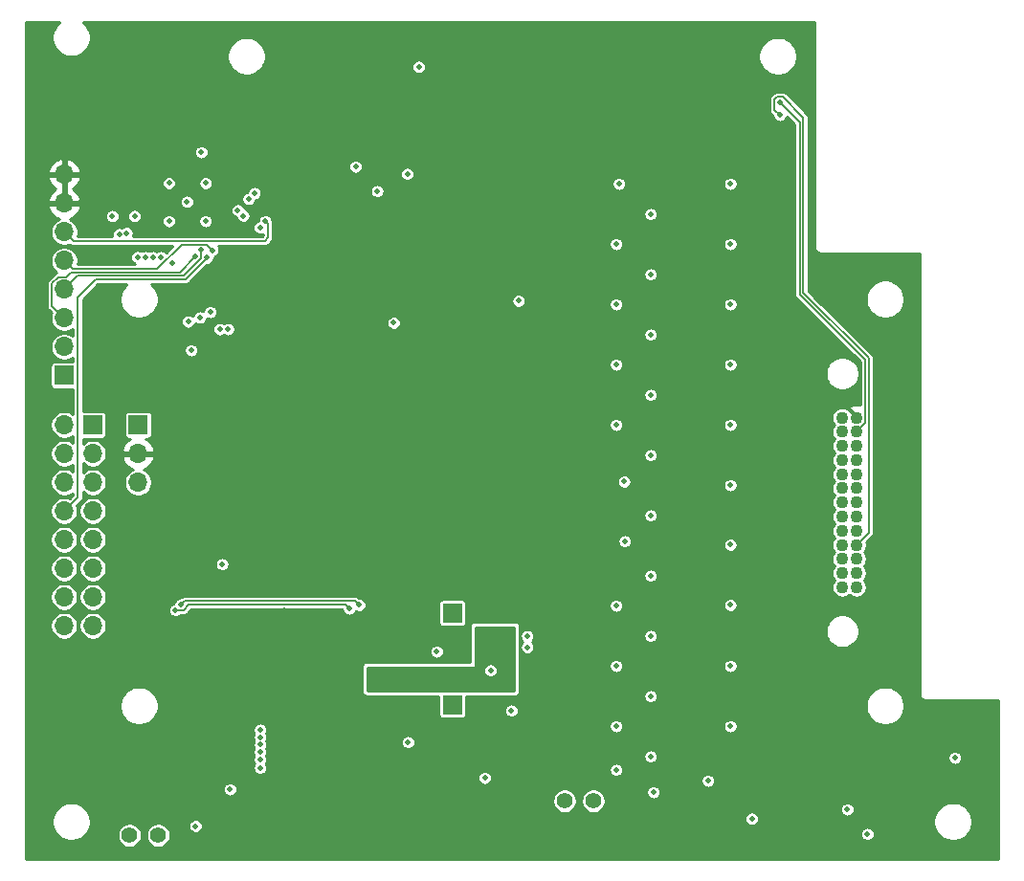
<source format=gbr>
%TF.GenerationSoftware,KiCad,Pcbnew,(5.1.10)-1*%
%TF.CreationDate,2022-12-01T06:34:21-06:00*%
%TF.ProjectId,flight_computer,666c6967-6874-45f6-936f-6d7075746572,A*%
%TF.SameCoordinates,Original*%
%TF.FileFunction,Copper,L2,Inr*%
%TF.FilePolarity,Positive*%
%FSLAX46Y46*%
G04 Gerber Fmt 4.6, Leading zero omitted, Abs format (unit mm)*
G04 Created by KiCad (PCBNEW (5.1.10)-1) date 2022-12-01 06:34:21*
%MOMM*%
%LPD*%
G01*
G04 APERTURE LIST*
%TA.AperFunction,ComponentPad*%
%ADD10C,1.400000*%
%TD*%
%TA.AperFunction,ComponentPad*%
%ADD11R,1.700000X1.700000*%
%TD*%
%TA.AperFunction,ComponentPad*%
%ADD12O,1.700000X1.700000*%
%TD*%
%TA.AperFunction,ComponentPad*%
%ADD13C,1.100000*%
%TD*%
%TA.AperFunction,ViaPad*%
%ADD14C,0.508000*%
%TD*%
%TA.AperFunction,Conductor*%
%ADD15C,0.152400*%
%TD*%
%TA.AperFunction,Conductor*%
%ADD16C,0.254000*%
%TD*%
%TA.AperFunction,Conductor*%
%ADD17C,0.100000*%
%TD*%
G04 APERTURE END LIST*
D10*
%TO.N,Net-(TP4-Pad2)*%
%TO.C,CLK*%
X125222000Y-133350000D03*
%TO.N,/Curve Tracer/ADC_CLK*%
X122682000Y-133350000D03*
%TD*%
%TO.N,Net-(R24-Pad2)*%
%TO.C,CURRENT*%
X161163000Y-130302000D03*
%TO.N,/Perovskite Switches/PANEL_POSITIVE*%
X163703000Y-130302000D03*
%TD*%
D11*
%TO.N,GND*%
%TO.C,V-*%
X151257000Y-113665000D03*
%TD*%
%TO.N,Net-(R25-Pad2)*%
%TO.C,V+*%
X151257000Y-121793000D03*
%TD*%
D12*
%TO.N,Net-(J4-Pad4)*%
%TO.C,J6*%
X123444000Y-102108000D03*
%TO.N,+3V3*%
X123444000Y-99568000D03*
D11*
%TO.N,Net-(J4-Pad2)*%
X123444000Y-97028000D03*
%TD*%
D13*
%TO.N,Net-(J2-Pad26)*%
%TO.C,J2*%
X186987500Y-111386000D03*
%TO.N,/Payload Controller/ALERT*%
X186987500Y-110136000D03*
%TO.N,Net-(J2-Pad24)*%
X186987500Y-108886000D03*
%TO.N,/Payload Controller/SCL*%
X186987500Y-107636000D03*
%TO.N,Net-(J2-Pad22)*%
X186987500Y-106386000D03*
%TO.N,Net-(J2-Pad21)*%
X186987500Y-105136000D03*
%TO.N,Net-(J2-Pad20)*%
X186987500Y-103886000D03*
%TO.N,GND*%
X186987500Y-102636000D03*
%TO.N,Net-(J2-Pad18)*%
X186987500Y-101386000D03*
%TO.N,Net-(J2-Pad17)*%
X186987500Y-100136000D03*
%TO.N,Net-(J2-Pad16)*%
X186987500Y-98886000D03*
%TO.N,/Payload Controller/SDA*%
X186987500Y-97636000D03*
%TO.N,+3V3*%
X186987500Y-96386000D03*
%TO.N,Net-(J2-Pad13)*%
X185737500Y-111386000D03*
%TO.N,Net-(J2-Pad12)*%
X185737500Y-110136000D03*
%TO.N,Net-(J2-Pad11)*%
X185737500Y-108886000D03*
%TO.N,/Payload Controller/ALERT*%
X185737500Y-107636000D03*
%TO.N,Net-(J2-Pad9)*%
X185737500Y-106386000D03*
%TO.N,Net-(J2-Pad8)*%
X185737500Y-105136000D03*
%TO.N,/Payload Controller/ALERT*%
X185737500Y-103886000D03*
%TO.N,Net-(J2-Pad6)*%
X185737500Y-102636000D03*
%TO.N,Net-(J2-Pad5)*%
X185737500Y-101386000D03*
%TO.N,Net-(J2-Pad4)*%
X185737500Y-100136000D03*
%TO.N,Net-(J2-Pad3)*%
X185737500Y-98886000D03*
%TO.N,Net-(J2-Pad2)*%
X185737500Y-97636000D03*
%TO.N,Net-(J2-Pad1)*%
X185737500Y-96386000D03*
%TD*%
D12*
%TO.N,N/C*%
%TO.C,J4*%
X116890800Y-114795300D03*
X119430800Y-114795300D03*
%TO.N,Net-(J4-Pad14)*%
X116890800Y-112255300D03*
%TO.N,Net-(J4-Pad13)*%
X119430800Y-112255300D03*
%TO.N,Net-(J4-Pad12)*%
X116890800Y-109715300D03*
%TO.N,PAYLOAD_RST*%
X119430800Y-109715300D03*
%TO.N,Net-(J4-Pad10)*%
X116890800Y-107175300D03*
%TO.N,GND*%
X119430800Y-107175300D03*
%TO.N,TEST*%
X116890800Y-104635300D03*
%TO.N,TCK*%
X119430800Y-104635300D03*
%TO.N,Net-(J4-Pad6)*%
X116890800Y-102095300D03*
%TO.N,TMS*%
X119430800Y-102095300D03*
%TO.N,Net-(J4-Pad4)*%
X116890800Y-99555300D03*
%TO.N,TDI*%
X119430800Y-99555300D03*
%TO.N,Net-(J4-Pad2)*%
X116890800Y-97015300D03*
D11*
%TO.N,TDO*%
X119430800Y-97015300D03*
%TD*%
D12*
%TO.N,+3V3*%
%TO.C,J3*%
X116903500Y-74866500D03*
X116903500Y-77406500D03*
%TO.N,FAULT*%
X116903500Y-79946500D03*
%TO.N,PAYLOAD_RST*%
X116903500Y-82486500D03*
%TO.N,RX_IN*%
X116903500Y-85026500D03*
%TO.N,TX_OUT*%
X116903500Y-87566500D03*
%TO.N,GND*%
X116903500Y-90106500D03*
D11*
X116903500Y-92646500D03*
%TD*%
D14*
%TO.N,GND*%
X127762000Y-77279500D03*
X126174500Y-78994000D03*
X129413000Y-78994000D03*
X129413000Y-75628500D03*
X126174500Y-75628500D03*
X186182000Y-131064000D03*
X173863000Y-128524000D03*
X175831500Y-75692000D03*
X175831500Y-81026000D03*
X175831500Y-86360000D03*
X175831500Y-91694000D03*
X175831500Y-97028000D03*
X175831500Y-102362000D03*
X175831500Y-107632500D03*
X175831500Y-112966500D03*
X175831500Y-118364000D03*
X175831500Y-123698000D03*
X154622500Y-118745000D03*
X154114500Y-128270000D03*
X147320000Y-125095000D03*
X166497000Y-107315000D03*
X168783000Y-105029000D03*
X166433500Y-102044500D03*
X168783000Y-99695000D03*
X168783000Y-110363000D03*
X168783000Y-115697000D03*
X168783000Y-121031000D03*
X165735000Y-123698000D03*
X165735000Y-118364000D03*
X165735000Y-113030000D03*
X165989000Y-75692000D03*
X168783000Y-94361000D03*
X168783000Y-89027000D03*
X168783000Y-83693000D03*
X168783000Y-78359000D03*
X165735000Y-97028000D03*
X165735000Y-91694000D03*
X165735000Y-86360000D03*
X165735000Y-81026000D03*
X157099000Y-86042500D03*
X148272500Y-65341500D03*
X130873500Y-109347000D03*
X169037000Y-129540000D03*
X168783000Y-126365000D03*
X156464000Y-122301000D03*
X187960000Y-133223000D03*
X149860000Y-117094000D03*
X142684500Y-74168000D03*
X144589500Y-76327000D03*
X147256500Y-74803000D03*
X146050000Y-87985600D03*
X131572000Y-129286000D03*
%TO.N,+3V3*%
X116078000Y-72453500D03*
X117729000Y-72453500D03*
X122618500Y-69024500D03*
X124206000Y-69024500D03*
X129603500Y-71501000D03*
X133159500Y-71501000D03*
X157861000Y-115036597D03*
X154178000Y-113792000D03*
X181483000Y-131064000D03*
X173355000Y-129032000D03*
X170942000Y-75692000D03*
X170942000Y-81026000D03*
X170942000Y-86360000D03*
X170942000Y-91694000D03*
X170942000Y-97028000D03*
X170942000Y-102362000D03*
X170942000Y-107696000D03*
X170942000Y-113030000D03*
X170942000Y-118364000D03*
X170942000Y-123698000D03*
X165290500Y-126365000D03*
X165290500Y-121031000D03*
X165290500Y-115697000D03*
X165290500Y-110363000D03*
X165290500Y-105029000D03*
X165290500Y-99695000D03*
X165290500Y-94361000D03*
X165290500Y-89027000D03*
X165290500Y-83693000D03*
X165290500Y-78359000D03*
X170751500Y-72009000D03*
X178152500Y-70831000D03*
X150177500Y-101346000D03*
X153924000Y-101346000D03*
X157670500Y-101346000D03*
X146431000Y-101346000D03*
X142621000Y-101346000D03*
X138811000Y-101346000D03*
X135001000Y-101346000D03*
X131191000Y-101346000D03*
X132461000Y-103568500D03*
X136271000Y-103568500D03*
X140081000Y-103568500D03*
X143827500Y-103568500D03*
X147637500Y-103568500D03*
X151384000Y-103568500D03*
X155130500Y-103568500D03*
X158940500Y-103568500D03*
X145669000Y-96075500D03*
X145288000Y-73279000D03*
X145288000Y-114046000D03*
X138112500Y-115189000D03*
X135001000Y-132651500D03*
X132905500Y-130619500D03*
X138620500Y-130619500D03*
X151955500Y-130619500D03*
X154940000Y-122301000D03*
X136398000Y-113411000D03*
X146494500Y-83566000D03*
X147320000Y-82740500D03*
X157861000Y-79565500D03*
X159639000Y-77978000D03*
X159702500Y-70104000D03*
X157861000Y-71818500D03*
X142367000Y-78168500D03*
X147193000Y-94361000D03*
X163703000Y-125857000D03*
X185674000Y-133223000D03*
X194564000Y-123571000D03*
X137985500Y-78295500D03*
X131127500Y-84836000D03*
X120294400Y-125679200D03*
%TO.N,PAYLOAD_RST*%
X130012000Y-81570000D03*
%TO.N,-3V3*%
X155956000Y-116459000D03*
X155956000Y-115443000D03*
X144716500Y-119316500D03*
X154686000Y-117475000D03*
%TO.N,/Payload Controller/SCL*%
X180213000Y-69596000D03*
X143002000Y-112966500D03*
X127254000Y-112903000D03*
X132741100Y-78512100D03*
%TO.N,/Payload Controller/SDA*%
X180213000Y-68453000D03*
X142113000Y-113284000D03*
X126746000Y-113411000D03*
X132258500Y-78029500D03*
%TO.N,/Curve Tracer/LADDER_VOLTAGE*%
X157861000Y-115697000D03*
X157873000Y-116701000D03*
%TO.N,/Curve Tracer/ADC_CS*%
X134239000Y-124663194D03*
X123126500Y-78546900D03*
X131381500Y-88544400D03*
X122422053Y-80048561D03*
%TO.N,/Curve Tracer/ADC_DRDY*%
X134239000Y-125323597D03*
X130671550Y-88544400D03*
X121157980Y-78549500D03*
X121767600Y-80137000D03*
%TO.N,/Curve Tracer/ADC_SYNC*%
X134239000Y-124002791D03*
X129032000Y-72898000D03*
%TO.N,/Payload Controller/ENABLE_TEST_SOURCE*%
X177736500Y-131889500D03*
X128906357Y-87517350D03*
%TO.N,/Curve Tracer/ADC_CLK*%
X129833750Y-87034750D03*
X128524000Y-132537200D03*
%TO.N,/Curve Tracer/MOSI*%
X134239000Y-127381000D03*
X133223000Y-77025500D03*
%TO.N,/Curve Tracer/MISO*%
X134239000Y-126644403D03*
X133731000Y-76517500D03*
%TO.N,/Curve Tracer/SCLK*%
X134239000Y-125984000D03*
X134213600Y-79546900D03*
%TO.N,/Payload Controller/REVERSE_BIAS*%
X165735000Y-127549400D03*
X128143030Y-90424028D03*
%TO.N,FAULT*%
X134683500Y-78994700D03*
%TO.N,TDO*%
X123380500Y-82169000D03*
%TO.N,TEST*%
X129529400Y-82232500D03*
%TO.N,RX_IN*%
X129029400Y-81534000D03*
%TO.N,TX_OUT*%
X128524000Y-82105500D03*
%TO.N,TCK*%
X125428758Y-82184243D03*
%TO.N,TMS*%
X124750718Y-82179782D03*
%TO.N,TDI*%
X124079000Y-82169000D03*
%TO.N,/Payload Controller/ALERT*%
X127874283Y-87869283D03*
%TO.N,/Payload Controller/GAAS_TEMP*%
X195707000Y-126492000D03*
X126441190Y-82727810D03*
%TD*%
D15*
%TO.N,PAYLOAD_RST*%
X127292101Y-81051399D02*
X125133120Y-83210380D01*
X129493399Y-81051399D02*
X127292101Y-81051399D01*
X130012000Y-81570000D02*
X129493399Y-81051399D01*
X117627380Y-83210380D02*
X116903500Y-82486500D01*
X125133120Y-83210380D02*
X117627380Y-83210380D01*
%TO.N,/Payload Controller/SCL*%
X188070910Y-106552590D02*
X188070910Y-91119844D01*
X186987500Y-107636000D02*
X188070910Y-106552590D01*
X188070910Y-91119844D02*
X182295810Y-85344744D01*
X179730399Y-69113399D02*
X180213000Y-69596000D01*
X179730399Y-68221351D02*
X179730399Y-69113399D01*
X179981351Y-67970399D02*
X179730399Y-68221351D01*
X180444649Y-67970399D02*
X179981351Y-67970399D01*
X182295810Y-69821560D02*
X180444649Y-67970399D01*
X182295810Y-85344744D02*
X182295810Y-69821560D01*
X143002000Y-112966500D02*
X142659089Y-112623589D01*
X127533411Y-112623589D02*
X127254000Y-112903000D01*
X142659089Y-112623589D02*
X127533411Y-112623589D01*
%TO.N,/Payload Controller/SDA*%
X187766101Y-96857399D02*
X187766101Y-91246101D01*
X186987500Y-97636000D02*
X187766101Y-96857399D01*
X187766101Y-91246101D02*
X181991000Y-85471000D01*
X181991000Y-70231000D02*
X180213000Y-68453000D01*
X181991000Y-85471000D02*
X181991000Y-70231000D01*
X127460250Y-113411000D02*
X126746000Y-113411000D01*
X127942851Y-112928399D02*
X127460250Y-113411000D01*
X141757399Y-112928399D02*
X127942851Y-112928399D01*
X142113000Y-113284000D02*
X141757399Y-112928399D01*
%TO.N,FAULT*%
X134937499Y-79248699D02*
X134937499Y-80454501D01*
X134683500Y-78994700D02*
X134937499Y-79248699D01*
X134937499Y-80454501D02*
X134645411Y-80746589D01*
X134645411Y-80746589D02*
X129619655Y-80746589D01*
X127533410Y-80746590D02*
X117703590Y-80746590D01*
X129619655Y-80746589D02*
X127533410Y-80746590D01*
X117703590Y-80746590D02*
X116903500Y-79946500D01*
X127533410Y-80746590D02*
X127165844Y-80746590D01*
%TO.N,TEST*%
X127650006Y-84124810D02*
X129529400Y-82245416D01*
X119710190Y-84124810D02*
X127650006Y-84124810D01*
X118110000Y-85725000D02*
X119710190Y-84124810D01*
X118110000Y-103416100D02*
X118110000Y-85725000D01*
X129529400Y-82245416D02*
X129529400Y-82232500D01*
X116890800Y-104635300D02*
X118110000Y-103416100D01*
%TO.N,RX_IN*%
X129029400Y-82314350D02*
X127523750Y-83820000D01*
X129029400Y-81534000D02*
X129029400Y-82314350D01*
X118110000Y-83820000D02*
X116903500Y-85026500D01*
X127523750Y-83820000D02*
X118110000Y-83820000D01*
%TO.N,TX_OUT*%
X128524000Y-82105500D02*
X127114310Y-83515190D01*
X115824899Y-86487899D02*
X116903500Y-87566500D01*
X115824899Y-84508771D02*
X115824899Y-86487899D01*
X116385771Y-83947899D02*
X115824899Y-84508771D01*
X117038431Y-83947899D02*
X116385771Y-83947899D01*
X117471140Y-83515190D02*
X117038431Y-83947899D01*
X127114310Y-83515190D02*
X117471140Y-83515190D01*
%TD*%
D16*
%TO.N,+3V3*%
X116438717Y-61410268D02*
X116200267Y-61648718D01*
X116012919Y-61929104D01*
X115883871Y-62240653D01*
X115818083Y-62571392D01*
X115818083Y-62908610D01*
X115883871Y-63239349D01*
X116012919Y-63550898D01*
X116200267Y-63831284D01*
X116438717Y-64069734D01*
X116719103Y-64257082D01*
X117030652Y-64386130D01*
X117361391Y-64451918D01*
X117698609Y-64451918D01*
X118029348Y-64386130D01*
X118340897Y-64257082D01*
X118394310Y-64221392D01*
X131318083Y-64221392D01*
X131318083Y-64558610D01*
X131383871Y-64889349D01*
X131512919Y-65200898D01*
X131700267Y-65481284D01*
X131938717Y-65719734D01*
X132219103Y-65907082D01*
X132530652Y-66036130D01*
X132861391Y-66101918D01*
X133198609Y-66101918D01*
X133529348Y-66036130D01*
X133840897Y-65907082D01*
X134121283Y-65719734D01*
X134359733Y-65481284D01*
X134494922Y-65278958D01*
X147637500Y-65278958D01*
X147637500Y-65404042D01*
X147661903Y-65526723D01*
X147709771Y-65642285D01*
X147779264Y-65746289D01*
X147867711Y-65834736D01*
X147971715Y-65904229D01*
X148087277Y-65952097D01*
X148209958Y-65976500D01*
X148335042Y-65976500D01*
X148457723Y-65952097D01*
X148573285Y-65904229D01*
X148677289Y-65834736D01*
X148765736Y-65746289D01*
X148835229Y-65642285D01*
X148883097Y-65526723D01*
X148907500Y-65404042D01*
X148907500Y-65278958D01*
X148883097Y-65156277D01*
X148835229Y-65040715D01*
X148765736Y-64936711D01*
X148677289Y-64848264D01*
X148573285Y-64778771D01*
X148457723Y-64730903D01*
X148335042Y-64706500D01*
X148209958Y-64706500D01*
X148087277Y-64730903D01*
X147971715Y-64778771D01*
X147867711Y-64848264D01*
X147779264Y-64936711D01*
X147709771Y-65040715D01*
X147661903Y-65156277D01*
X147637500Y-65278958D01*
X134494922Y-65278958D01*
X134547081Y-65200898D01*
X134676129Y-64889349D01*
X134741917Y-64558610D01*
X134741917Y-64221392D01*
X178318084Y-64221392D01*
X178318084Y-64558610D01*
X178383872Y-64889348D01*
X178512920Y-65200897D01*
X178700268Y-65481284D01*
X178938717Y-65719733D01*
X179219104Y-65907081D01*
X179530653Y-66036129D01*
X179861391Y-66101917D01*
X180198609Y-66101917D01*
X180529347Y-66036129D01*
X180840896Y-65907081D01*
X181121283Y-65719733D01*
X181359732Y-65481284D01*
X181547080Y-65200897D01*
X181676128Y-64889348D01*
X181741916Y-64558610D01*
X181741916Y-64221392D01*
X181676128Y-63890654D01*
X181547080Y-63579105D01*
X181359732Y-63298718D01*
X181121283Y-63060269D01*
X180840896Y-62872921D01*
X180529347Y-62743873D01*
X180198609Y-62678085D01*
X179861391Y-62678085D01*
X179530653Y-62743873D01*
X179219104Y-62872921D01*
X178938717Y-63060269D01*
X178700268Y-63298718D01*
X178512920Y-63579105D01*
X178383872Y-63890654D01*
X178318084Y-64221392D01*
X134741917Y-64221392D01*
X134676129Y-63890653D01*
X134547081Y-63579104D01*
X134359733Y-63298718D01*
X134121283Y-63060268D01*
X133840897Y-62872920D01*
X133529348Y-62743872D01*
X133198609Y-62678084D01*
X132861391Y-62678084D01*
X132530652Y-62743872D01*
X132219103Y-62872920D01*
X131938717Y-63060268D01*
X131700267Y-63298718D01*
X131512919Y-63579104D01*
X131383871Y-63890653D01*
X131318083Y-64221392D01*
X118394310Y-64221392D01*
X118621283Y-64069734D01*
X118859733Y-63831284D01*
X119047081Y-63550898D01*
X119176129Y-63239349D01*
X119241917Y-62908610D01*
X119241917Y-62571392D01*
X119176129Y-62240653D01*
X119047081Y-61929104D01*
X118859733Y-61648718D01*
X118621283Y-61410268D01*
X118562516Y-61371001D01*
X183306349Y-61371001D01*
X183306350Y-81330337D01*
X183304022Y-81353973D01*
X183313309Y-81448265D01*
X183340813Y-81538934D01*
X183385477Y-81622495D01*
X183445585Y-81695737D01*
X183518827Y-81755845D01*
X183602388Y-81800509D01*
X183693057Y-81828013D01*
X183763723Y-81834973D01*
X183787349Y-81837300D01*
X183810975Y-81834973D01*
X192549001Y-81834973D01*
X192549000Y-120866374D01*
X192546673Y-120890000D01*
X192555960Y-120984292D01*
X192583464Y-121074961D01*
X192585678Y-121079103D01*
X192628128Y-121158522D01*
X192688236Y-121231764D01*
X192761478Y-121291872D01*
X192845039Y-121336536D01*
X192935708Y-121364040D01*
X193030000Y-121373327D01*
X193053626Y-121371000D01*
X199549001Y-121371000D01*
X199549000Y-135409000D01*
X113511000Y-135409000D01*
X113511000Y-131970391D01*
X115817287Y-131970391D01*
X115817287Y-132307765D01*
X115883106Y-132638658D01*
X116012214Y-132950352D01*
X116199649Y-133230869D01*
X116438209Y-133469429D01*
X116718726Y-133656864D01*
X117030420Y-133785972D01*
X117361313Y-133851791D01*
X117698687Y-133851791D01*
X118029580Y-133785972D01*
X118341274Y-133656864D01*
X118621791Y-133469429D01*
X118847689Y-133243531D01*
X121601000Y-133243531D01*
X121601000Y-133456469D01*
X121642543Y-133665316D01*
X121724031Y-133862045D01*
X121842333Y-134039097D01*
X121992903Y-134189667D01*
X122169955Y-134307969D01*
X122366684Y-134389457D01*
X122575531Y-134431000D01*
X122788469Y-134431000D01*
X122997316Y-134389457D01*
X123194045Y-134307969D01*
X123371097Y-134189667D01*
X123521667Y-134039097D01*
X123639969Y-133862045D01*
X123721457Y-133665316D01*
X123763000Y-133456469D01*
X123763000Y-133243531D01*
X124141000Y-133243531D01*
X124141000Y-133456469D01*
X124182543Y-133665316D01*
X124264031Y-133862045D01*
X124382333Y-134039097D01*
X124532903Y-134189667D01*
X124709955Y-134307969D01*
X124906684Y-134389457D01*
X125115531Y-134431000D01*
X125328469Y-134431000D01*
X125537316Y-134389457D01*
X125734045Y-134307969D01*
X125911097Y-134189667D01*
X126061667Y-134039097D01*
X126179969Y-133862045D01*
X126261457Y-133665316D01*
X126303000Y-133456469D01*
X126303000Y-133243531D01*
X126261457Y-133034684D01*
X126179969Y-132837955D01*
X126061667Y-132660903D01*
X125911097Y-132510333D01*
X125857706Y-132474658D01*
X127889000Y-132474658D01*
X127889000Y-132599742D01*
X127913403Y-132722423D01*
X127961271Y-132837985D01*
X128030764Y-132941989D01*
X128119211Y-133030436D01*
X128223215Y-133099929D01*
X128338777Y-133147797D01*
X128461458Y-133172200D01*
X128586542Y-133172200D01*
X128645572Y-133160458D01*
X187325000Y-133160458D01*
X187325000Y-133285542D01*
X187349403Y-133408223D01*
X187397271Y-133523785D01*
X187466764Y-133627789D01*
X187555211Y-133716236D01*
X187659215Y-133785729D01*
X187774777Y-133833597D01*
X187897458Y-133858000D01*
X188022542Y-133858000D01*
X188145223Y-133833597D01*
X188260785Y-133785729D01*
X188364789Y-133716236D01*
X188453236Y-133627789D01*
X188522729Y-133523785D01*
X188570597Y-133408223D01*
X188595000Y-133285542D01*
X188595000Y-133160458D01*
X188570597Y-133037777D01*
X188522729Y-132922215D01*
X188453236Y-132818211D01*
X188364789Y-132729764D01*
X188260785Y-132660271D01*
X188145223Y-132612403D01*
X188022542Y-132588000D01*
X187897458Y-132588000D01*
X187774777Y-132612403D01*
X187659215Y-132660271D01*
X187555211Y-132729764D01*
X187466764Y-132818211D01*
X187397271Y-132922215D01*
X187349403Y-133037777D01*
X187325000Y-133160458D01*
X128645572Y-133160458D01*
X128709223Y-133147797D01*
X128824785Y-133099929D01*
X128928789Y-133030436D01*
X129017236Y-132941989D01*
X129086729Y-132837985D01*
X129134597Y-132722423D01*
X129159000Y-132599742D01*
X129159000Y-132474658D01*
X129134597Y-132351977D01*
X129086729Y-132236415D01*
X129017236Y-132132411D01*
X128928789Y-132043964D01*
X128824785Y-131974471D01*
X128709223Y-131926603D01*
X128586542Y-131902200D01*
X128461458Y-131902200D01*
X128338777Y-131926603D01*
X128223215Y-131974471D01*
X128119211Y-132043964D01*
X128030764Y-132132411D01*
X127961271Y-132236415D01*
X127913403Y-132351977D01*
X127889000Y-132474658D01*
X125857706Y-132474658D01*
X125734045Y-132392031D01*
X125537316Y-132310543D01*
X125328469Y-132269000D01*
X125115531Y-132269000D01*
X124906684Y-132310543D01*
X124709955Y-132392031D01*
X124532903Y-132510333D01*
X124382333Y-132660903D01*
X124264031Y-132837955D01*
X124182543Y-133034684D01*
X124141000Y-133243531D01*
X123763000Y-133243531D01*
X123721457Y-133034684D01*
X123639969Y-132837955D01*
X123521667Y-132660903D01*
X123371097Y-132510333D01*
X123194045Y-132392031D01*
X122997316Y-132310543D01*
X122788469Y-132269000D01*
X122575531Y-132269000D01*
X122366684Y-132310543D01*
X122169955Y-132392031D01*
X121992903Y-132510333D01*
X121842333Y-132660903D01*
X121724031Y-132837955D01*
X121642543Y-133034684D01*
X121601000Y-133243531D01*
X118847689Y-133243531D01*
X118860351Y-133230869D01*
X119047786Y-132950352D01*
X119176894Y-132638658D01*
X119242713Y-132307765D01*
X119242713Y-131970391D01*
X119214183Y-131826958D01*
X177101500Y-131826958D01*
X177101500Y-131952042D01*
X177125903Y-132074723D01*
X177173771Y-132190285D01*
X177243264Y-132294289D01*
X177331711Y-132382736D01*
X177435715Y-132452229D01*
X177551277Y-132500097D01*
X177673958Y-132524500D01*
X177799042Y-132524500D01*
X177921723Y-132500097D01*
X178037285Y-132452229D01*
X178141289Y-132382736D01*
X178229736Y-132294289D01*
X178299229Y-132190285D01*
X178347097Y-132074723D01*
X178367850Y-131970391D01*
X193817287Y-131970391D01*
X193817287Y-132307765D01*
X193883106Y-132638658D01*
X194012214Y-132950352D01*
X194199649Y-133230869D01*
X194438209Y-133469429D01*
X194718726Y-133656864D01*
X195030420Y-133785972D01*
X195361313Y-133851791D01*
X195698687Y-133851791D01*
X196029580Y-133785972D01*
X196341274Y-133656864D01*
X196621791Y-133469429D01*
X196860351Y-133230869D01*
X197047786Y-132950352D01*
X197176894Y-132638658D01*
X197242713Y-132307765D01*
X197242713Y-131970391D01*
X197176894Y-131639498D01*
X197047786Y-131327804D01*
X196860351Y-131047287D01*
X196621791Y-130808727D01*
X196341274Y-130621292D01*
X196029580Y-130492184D01*
X195698687Y-130426365D01*
X195361313Y-130426365D01*
X195030420Y-130492184D01*
X194718726Y-130621292D01*
X194438209Y-130808727D01*
X194199649Y-131047287D01*
X194012214Y-131327804D01*
X193883106Y-131639498D01*
X193817287Y-131970391D01*
X178367850Y-131970391D01*
X178371500Y-131952042D01*
X178371500Y-131826958D01*
X178347097Y-131704277D01*
X178299229Y-131588715D01*
X178229736Y-131484711D01*
X178141289Y-131396264D01*
X178037285Y-131326771D01*
X177921723Y-131278903D01*
X177799042Y-131254500D01*
X177673958Y-131254500D01*
X177551277Y-131278903D01*
X177435715Y-131326771D01*
X177331711Y-131396264D01*
X177243264Y-131484711D01*
X177173771Y-131588715D01*
X177125903Y-131704277D01*
X177101500Y-131826958D01*
X119214183Y-131826958D01*
X119176894Y-131639498D01*
X119047786Y-131327804D01*
X118860351Y-131047287D01*
X118621791Y-130808727D01*
X118341274Y-130621292D01*
X118029580Y-130492184D01*
X117698687Y-130426365D01*
X117361313Y-130426365D01*
X117030420Y-130492184D01*
X116718726Y-130621292D01*
X116438209Y-130808727D01*
X116199649Y-131047287D01*
X116012214Y-131327804D01*
X115883106Y-131639498D01*
X115817287Y-131970391D01*
X113511000Y-131970391D01*
X113511000Y-130195531D01*
X160082000Y-130195531D01*
X160082000Y-130408469D01*
X160123543Y-130617316D01*
X160205031Y-130814045D01*
X160323333Y-130991097D01*
X160473903Y-131141667D01*
X160650955Y-131259969D01*
X160847684Y-131341457D01*
X161056531Y-131383000D01*
X161269469Y-131383000D01*
X161478316Y-131341457D01*
X161675045Y-131259969D01*
X161852097Y-131141667D01*
X162002667Y-130991097D01*
X162120969Y-130814045D01*
X162202457Y-130617316D01*
X162244000Y-130408469D01*
X162244000Y-130195531D01*
X162622000Y-130195531D01*
X162622000Y-130408469D01*
X162663543Y-130617316D01*
X162745031Y-130814045D01*
X162863333Y-130991097D01*
X163013903Y-131141667D01*
X163190955Y-131259969D01*
X163387684Y-131341457D01*
X163596531Y-131383000D01*
X163809469Y-131383000D01*
X164018316Y-131341457D01*
X164215045Y-131259969D01*
X164392097Y-131141667D01*
X164532306Y-131001458D01*
X185547000Y-131001458D01*
X185547000Y-131126542D01*
X185571403Y-131249223D01*
X185619271Y-131364785D01*
X185688764Y-131468789D01*
X185777211Y-131557236D01*
X185881215Y-131626729D01*
X185996777Y-131674597D01*
X186119458Y-131699000D01*
X186244542Y-131699000D01*
X186367223Y-131674597D01*
X186482785Y-131626729D01*
X186586789Y-131557236D01*
X186675236Y-131468789D01*
X186744729Y-131364785D01*
X186792597Y-131249223D01*
X186817000Y-131126542D01*
X186817000Y-131001458D01*
X186792597Y-130878777D01*
X186744729Y-130763215D01*
X186675236Y-130659211D01*
X186586789Y-130570764D01*
X186482785Y-130501271D01*
X186367223Y-130453403D01*
X186244542Y-130429000D01*
X186119458Y-130429000D01*
X185996777Y-130453403D01*
X185881215Y-130501271D01*
X185777211Y-130570764D01*
X185688764Y-130659211D01*
X185619271Y-130763215D01*
X185571403Y-130878777D01*
X185547000Y-131001458D01*
X164532306Y-131001458D01*
X164542667Y-130991097D01*
X164660969Y-130814045D01*
X164742457Y-130617316D01*
X164784000Y-130408469D01*
X164784000Y-130195531D01*
X164742457Y-129986684D01*
X164660969Y-129789955D01*
X164542667Y-129612903D01*
X164407222Y-129477458D01*
X168402000Y-129477458D01*
X168402000Y-129602542D01*
X168426403Y-129725223D01*
X168474271Y-129840785D01*
X168543764Y-129944789D01*
X168632211Y-130033236D01*
X168736215Y-130102729D01*
X168851777Y-130150597D01*
X168974458Y-130175000D01*
X169099542Y-130175000D01*
X169222223Y-130150597D01*
X169337785Y-130102729D01*
X169441789Y-130033236D01*
X169530236Y-129944789D01*
X169599729Y-129840785D01*
X169647597Y-129725223D01*
X169672000Y-129602542D01*
X169672000Y-129477458D01*
X169647597Y-129354777D01*
X169599729Y-129239215D01*
X169530236Y-129135211D01*
X169441789Y-129046764D01*
X169337785Y-128977271D01*
X169222223Y-128929403D01*
X169099542Y-128905000D01*
X168974458Y-128905000D01*
X168851777Y-128929403D01*
X168736215Y-128977271D01*
X168632211Y-129046764D01*
X168543764Y-129135211D01*
X168474271Y-129239215D01*
X168426403Y-129354777D01*
X168402000Y-129477458D01*
X164407222Y-129477458D01*
X164392097Y-129462333D01*
X164215045Y-129344031D01*
X164018316Y-129262543D01*
X163809469Y-129221000D01*
X163596531Y-129221000D01*
X163387684Y-129262543D01*
X163190955Y-129344031D01*
X163013903Y-129462333D01*
X162863333Y-129612903D01*
X162745031Y-129789955D01*
X162663543Y-129986684D01*
X162622000Y-130195531D01*
X162244000Y-130195531D01*
X162202457Y-129986684D01*
X162120969Y-129789955D01*
X162002667Y-129612903D01*
X161852097Y-129462333D01*
X161675045Y-129344031D01*
X161478316Y-129262543D01*
X161269469Y-129221000D01*
X161056531Y-129221000D01*
X160847684Y-129262543D01*
X160650955Y-129344031D01*
X160473903Y-129462333D01*
X160323333Y-129612903D01*
X160205031Y-129789955D01*
X160123543Y-129986684D01*
X160082000Y-130195531D01*
X113511000Y-130195531D01*
X113511000Y-129223458D01*
X130937000Y-129223458D01*
X130937000Y-129348542D01*
X130961403Y-129471223D01*
X131009271Y-129586785D01*
X131078764Y-129690789D01*
X131167211Y-129779236D01*
X131271215Y-129848729D01*
X131386777Y-129896597D01*
X131509458Y-129921000D01*
X131634542Y-129921000D01*
X131757223Y-129896597D01*
X131872785Y-129848729D01*
X131976789Y-129779236D01*
X132065236Y-129690789D01*
X132134729Y-129586785D01*
X132182597Y-129471223D01*
X132207000Y-129348542D01*
X132207000Y-129223458D01*
X132182597Y-129100777D01*
X132134729Y-128985215D01*
X132065236Y-128881211D01*
X131976789Y-128792764D01*
X131872785Y-128723271D01*
X131757223Y-128675403D01*
X131634542Y-128651000D01*
X131509458Y-128651000D01*
X131386777Y-128675403D01*
X131271215Y-128723271D01*
X131167211Y-128792764D01*
X131078764Y-128881211D01*
X131009271Y-128985215D01*
X130961403Y-129100777D01*
X130937000Y-129223458D01*
X113511000Y-129223458D01*
X113511000Y-128207458D01*
X153479500Y-128207458D01*
X153479500Y-128332542D01*
X153503903Y-128455223D01*
X153551771Y-128570785D01*
X153621264Y-128674789D01*
X153709711Y-128763236D01*
X153813715Y-128832729D01*
X153929277Y-128880597D01*
X154051958Y-128905000D01*
X154177042Y-128905000D01*
X154299723Y-128880597D01*
X154415285Y-128832729D01*
X154519289Y-128763236D01*
X154607736Y-128674789D01*
X154677229Y-128570785D01*
X154722514Y-128461458D01*
X173228000Y-128461458D01*
X173228000Y-128586542D01*
X173252403Y-128709223D01*
X173300271Y-128824785D01*
X173369764Y-128928789D01*
X173458211Y-129017236D01*
X173562215Y-129086729D01*
X173677777Y-129134597D01*
X173800458Y-129159000D01*
X173925542Y-129159000D01*
X174048223Y-129134597D01*
X174163785Y-129086729D01*
X174267789Y-129017236D01*
X174356236Y-128928789D01*
X174425729Y-128824785D01*
X174473597Y-128709223D01*
X174498000Y-128586542D01*
X174498000Y-128461458D01*
X174473597Y-128338777D01*
X174425729Y-128223215D01*
X174356236Y-128119211D01*
X174267789Y-128030764D01*
X174163785Y-127961271D01*
X174048223Y-127913403D01*
X173925542Y-127889000D01*
X173800458Y-127889000D01*
X173677777Y-127913403D01*
X173562215Y-127961271D01*
X173458211Y-128030764D01*
X173369764Y-128119211D01*
X173300271Y-128223215D01*
X173252403Y-128338777D01*
X173228000Y-128461458D01*
X154722514Y-128461458D01*
X154725097Y-128455223D01*
X154749500Y-128332542D01*
X154749500Y-128207458D01*
X154725097Y-128084777D01*
X154677229Y-127969215D01*
X154607736Y-127865211D01*
X154519289Y-127776764D01*
X154415285Y-127707271D01*
X154299723Y-127659403D01*
X154177042Y-127635000D01*
X154051958Y-127635000D01*
X153929277Y-127659403D01*
X153813715Y-127707271D01*
X153709711Y-127776764D01*
X153621264Y-127865211D01*
X153551771Y-127969215D01*
X153503903Y-128084777D01*
X153479500Y-128207458D01*
X113511000Y-128207458D01*
X113511000Y-123940249D01*
X133604000Y-123940249D01*
X133604000Y-124065333D01*
X133628403Y-124188014D01*
X133676271Y-124303576D01*
X133695926Y-124332993D01*
X133676271Y-124362409D01*
X133628403Y-124477971D01*
X133604000Y-124600652D01*
X133604000Y-124725736D01*
X133628403Y-124848417D01*
X133676271Y-124963979D01*
X133695926Y-124993395D01*
X133676271Y-125022812D01*
X133628403Y-125138374D01*
X133604000Y-125261055D01*
X133604000Y-125386139D01*
X133628403Y-125508820D01*
X133676271Y-125624382D01*
X133695926Y-125653799D01*
X133676271Y-125683215D01*
X133628403Y-125798777D01*
X133604000Y-125921458D01*
X133604000Y-126046542D01*
X133628403Y-126169223D01*
X133676271Y-126284785D01*
X133695926Y-126314202D01*
X133676271Y-126343618D01*
X133628403Y-126459180D01*
X133604000Y-126581861D01*
X133604000Y-126706945D01*
X133628403Y-126829626D01*
X133676271Y-126945188D01*
X133721382Y-127012702D01*
X133676271Y-127080215D01*
X133628403Y-127195777D01*
X133604000Y-127318458D01*
X133604000Y-127443542D01*
X133628403Y-127566223D01*
X133676271Y-127681785D01*
X133745764Y-127785789D01*
X133834211Y-127874236D01*
X133938215Y-127943729D01*
X134053777Y-127991597D01*
X134176458Y-128016000D01*
X134301542Y-128016000D01*
X134424223Y-127991597D01*
X134539785Y-127943729D01*
X134643789Y-127874236D01*
X134732236Y-127785789D01*
X134801729Y-127681785D01*
X134849597Y-127566223D01*
X134865383Y-127486858D01*
X165100000Y-127486858D01*
X165100000Y-127611942D01*
X165124403Y-127734623D01*
X165172271Y-127850185D01*
X165241764Y-127954189D01*
X165330211Y-128042636D01*
X165434215Y-128112129D01*
X165549777Y-128159997D01*
X165672458Y-128184400D01*
X165797542Y-128184400D01*
X165920223Y-128159997D01*
X166035785Y-128112129D01*
X166139789Y-128042636D01*
X166228236Y-127954189D01*
X166297729Y-127850185D01*
X166345597Y-127734623D01*
X166370000Y-127611942D01*
X166370000Y-127486858D01*
X166345597Y-127364177D01*
X166297729Y-127248615D01*
X166228236Y-127144611D01*
X166139789Y-127056164D01*
X166035785Y-126986671D01*
X165920223Y-126938803D01*
X165797542Y-126914400D01*
X165672458Y-126914400D01*
X165549777Y-126938803D01*
X165434215Y-126986671D01*
X165330211Y-127056164D01*
X165241764Y-127144611D01*
X165172271Y-127248615D01*
X165124403Y-127364177D01*
X165100000Y-127486858D01*
X134865383Y-127486858D01*
X134874000Y-127443542D01*
X134874000Y-127318458D01*
X134849597Y-127195777D01*
X134801729Y-127080215D01*
X134756618Y-127012702D01*
X134801729Y-126945188D01*
X134849597Y-126829626D01*
X134874000Y-126706945D01*
X134874000Y-126581861D01*
X134849597Y-126459180D01*
X134801729Y-126343618D01*
X134782074Y-126314202D01*
X134789920Y-126302458D01*
X168148000Y-126302458D01*
X168148000Y-126427542D01*
X168172403Y-126550223D01*
X168220271Y-126665785D01*
X168289764Y-126769789D01*
X168378211Y-126858236D01*
X168482215Y-126927729D01*
X168597777Y-126975597D01*
X168720458Y-127000000D01*
X168845542Y-127000000D01*
X168968223Y-126975597D01*
X169083785Y-126927729D01*
X169187789Y-126858236D01*
X169276236Y-126769789D01*
X169345729Y-126665785D01*
X169393597Y-126550223D01*
X169417618Y-126429458D01*
X195072000Y-126429458D01*
X195072000Y-126554542D01*
X195096403Y-126677223D01*
X195144271Y-126792785D01*
X195213764Y-126896789D01*
X195302211Y-126985236D01*
X195406215Y-127054729D01*
X195521777Y-127102597D01*
X195644458Y-127127000D01*
X195769542Y-127127000D01*
X195892223Y-127102597D01*
X196007785Y-127054729D01*
X196111789Y-126985236D01*
X196200236Y-126896789D01*
X196269729Y-126792785D01*
X196317597Y-126677223D01*
X196342000Y-126554542D01*
X196342000Y-126429458D01*
X196317597Y-126306777D01*
X196269729Y-126191215D01*
X196200236Y-126087211D01*
X196111789Y-125998764D01*
X196007785Y-125929271D01*
X195892223Y-125881403D01*
X195769542Y-125857000D01*
X195644458Y-125857000D01*
X195521777Y-125881403D01*
X195406215Y-125929271D01*
X195302211Y-125998764D01*
X195213764Y-126087211D01*
X195144271Y-126191215D01*
X195096403Y-126306777D01*
X195072000Y-126429458D01*
X169417618Y-126429458D01*
X169418000Y-126427542D01*
X169418000Y-126302458D01*
X169393597Y-126179777D01*
X169345729Y-126064215D01*
X169276236Y-125960211D01*
X169187789Y-125871764D01*
X169083785Y-125802271D01*
X168968223Y-125754403D01*
X168845542Y-125730000D01*
X168720458Y-125730000D01*
X168597777Y-125754403D01*
X168482215Y-125802271D01*
X168378211Y-125871764D01*
X168289764Y-125960211D01*
X168220271Y-126064215D01*
X168172403Y-126179777D01*
X168148000Y-126302458D01*
X134789920Y-126302458D01*
X134801729Y-126284785D01*
X134849597Y-126169223D01*
X134874000Y-126046542D01*
X134874000Y-125921458D01*
X134849597Y-125798777D01*
X134801729Y-125683215D01*
X134782074Y-125653799D01*
X134801729Y-125624382D01*
X134849597Y-125508820D01*
X134874000Y-125386139D01*
X134874000Y-125261055D01*
X134849597Y-125138374D01*
X134805725Y-125032458D01*
X146685000Y-125032458D01*
X146685000Y-125157542D01*
X146709403Y-125280223D01*
X146757271Y-125395785D01*
X146826764Y-125499789D01*
X146915211Y-125588236D01*
X147019215Y-125657729D01*
X147134777Y-125705597D01*
X147257458Y-125730000D01*
X147382542Y-125730000D01*
X147505223Y-125705597D01*
X147620785Y-125657729D01*
X147724789Y-125588236D01*
X147813236Y-125499789D01*
X147882729Y-125395785D01*
X147930597Y-125280223D01*
X147955000Y-125157542D01*
X147955000Y-125032458D01*
X147930597Y-124909777D01*
X147882729Y-124794215D01*
X147813236Y-124690211D01*
X147724789Y-124601764D01*
X147620785Y-124532271D01*
X147505223Y-124484403D01*
X147382542Y-124460000D01*
X147257458Y-124460000D01*
X147134777Y-124484403D01*
X147019215Y-124532271D01*
X146915211Y-124601764D01*
X146826764Y-124690211D01*
X146757271Y-124794215D01*
X146709403Y-124909777D01*
X146685000Y-125032458D01*
X134805725Y-125032458D01*
X134801729Y-125022812D01*
X134782074Y-124993395D01*
X134801729Y-124963979D01*
X134849597Y-124848417D01*
X134874000Y-124725736D01*
X134874000Y-124600652D01*
X134849597Y-124477971D01*
X134801729Y-124362409D01*
X134782074Y-124332993D01*
X134801729Y-124303576D01*
X134849597Y-124188014D01*
X134874000Y-124065333D01*
X134874000Y-123940249D01*
X134849597Y-123817568D01*
X134801729Y-123702006D01*
X134757264Y-123635458D01*
X165100000Y-123635458D01*
X165100000Y-123760542D01*
X165124403Y-123883223D01*
X165172271Y-123998785D01*
X165241764Y-124102789D01*
X165330211Y-124191236D01*
X165434215Y-124260729D01*
X165549777Y-124308597D01*
X165672458Y-124333000D01*
X165797542Y-124333000D01*
X165920223Y-124308597D01*
X166035785Y-124260729D01*
X166139789Y-124191236D01*
X166228236Y-124102789D01*
X166297729Y-123998785D01*
X166345597Y-123883223D01*
X166370000Y-123760542D01*
X166370000Y-123635458D01*
X175196500Y-123635458D01*
X175196500Y-123760542D01*
X175220903Y-123883223D01*
X175268771Y-123998785D01*
X175338264Y-124102789D01*
X175426711Y-124191236D01*
X175530715Y-124260729D01*
X175646277Y-124308597D01*
X175768958Y-124333000D01*
X175894042Y-124333000D01*
X176016723Y-124308597D01*
X176132285Y-124260729D01*
X176236289Y-124191236D01*
X176324736Y-124102789D01*
X176394229Y-123998785D01*
X176442097Y-123883223D01*
X176466500Y-123760542D01*
X176466500Y-123635458D01*
X176442097Y-123512777D01*
X176394229Y-123397215D01*
X176324736Y-123293211D01*
X176236289Y-123204764D01*
X176132285Y-123135271D01*
X176016723Y-123087403D01*
X175894042Y-123063000D01*
X175768958Y-123063000D01*
X175646277Y-123087403D01*
X175530715Y-123135271D01*
X175426711Y-123204764D01*
X175338264Y-123293211D01*
X175268771Y-123397215D01*
X175220903Y-123512777D01*
X175196500Y-123635458D01*
X166370000Y-123635458D01*
X166345597Y-123512777D01*
X166297729Y-123397215D01*
X166228236Y-123293211D01*
X166139789Y-123204764D01*
X166035785Y-123135271D01*
X165920223Y-123087403D01*
X165797542Y-123063000D01*
X165672458Y-123063000D01*
X165549777Y-123087403D01*
X165434215Y-123135271D01*
X165330211Y-123204764D01*
X165241764Y-123293211D01*
X165172271Y-123397215D01*
X165124403Y-123512777D01*
X165100000Y-123635458D01*
X134757264Y-123635458D01*
X134732236Y-123598002D01*
X134643789Y-123509555D01*
X134539785Y-123440062D01*
X134424223Y-123392194D01*
X134301542Y-123367791D01*
X134176458Y-123367791D01*
X134053777Y-123392194D01*
X133938215Y-123440062D01*
X133834211Y-123509555D01*
X133745764Y-123598002D01*
X133676271Y-123702006D01*
X133628403Y-123817568D01*
X133604000Y-123940249D01*
X113511000Y-123940249D01*
X113511000Y-121721391D01*
X121818083Y-121721391D01*
X121818083Y-122058609D01*
X121883871Y-122389348D01*
X122012919Y-122700897D01*
X122200267Y-122981283D01*
X122438717Y-123219733D01*
X122719103Y-123407081D01*
X123030652Y-123536129D01*
X123361391Y-123601917D01*
X123698609Y-123601917D01*
X124029348Y-123536129D01*
X124340897Y-123407081D01*
X124621283Y-123219733D01*
X124859733Y-122981283D01*
X125047081Y-122700897D01*
X125176129Y-122389348D01*
X125241917Y-122058609D01*
X125241917Y-121721391D01*
X125176129Y-121390652D01*
X125047081Y-121079103D01*
X124859733Y-120798717D01*
X124621283Y-120560267D01*
X124340897Y-120372919D01*
X124029348Y-120243871D01*
X123698609Y-120178083D01*
X123361391Y-120178083D01*
X123030652Y-120243871D01*
X122719103Y-120372919D01*
X122438717Y-120560267D01*
X122200267Y-120798717D01*
X122012919Y-121079103D01*
X121883871Y-121390652D01*
X121818083Y-121721391D01*
X113511000Y-121721391D01*
X113511000Y-118364000D01*
X143256000Y-118364000D01*
X143256000Y-120650000D01*
X143263321Y-120724329D01*
X143285002Y-120795802D01*
X143320210Y-120861672D01*
X143367592Y-120919408D01*
X143425328Y-120966790D01*
X143491198Y-121001998D01*
X143562671Y-121023679D01*
X143637000Y-121031000D01*
X150024157Y-121031000D01*
X150024157Y-122643000D01*
X150031513Y-122717689D01*
X150053299Y-122789508D01*
X150088678Y-122855696D01*
X150136289Y-122913711D01*
X150194304Y-122961322D01*
X150260492Y-122996701D01*
X150332311Y-123018487D01*
X150407000Y-123025843D01*
X152107000Y-123025843D01*
X152181689Y-123018487D01*
X152253508Y-122996701D01*
X152319696Y-122961322D01*
X152377711Y-122913711D01*
X152425322Y-122855696D01*
X152460701Y-122789508D01*
X152482487Y-122717689D01*
X152489843Y-122643000D01*
X152489843Y-122238458D01*
X155829000Y-122238458D01*
X155829000Y-122363542D01*
X155853403Y-122486223D01*
X155901271Y-122601785D01*
X155970764Y-122705789D01*
X156059211Y-122794236D01*
X156163215Y-122863729D01*
X156278777Y-122911597D01*
X156401458Y-122936000D01*
X156526542Y-122936000D01*
X156649223Y-122911597D01*
X156764785Y-122863729D01*
X156868789Y-122794236D01*
X156957236Y-122705789D01*
X157026729Y-122601785D01*
X157074597Y-122486223D01*
X157099000Y-122363542D01*
X157099000Y-122238458D01*
X157074597Y-122115777D01*
X157026729Y-122000215D01*
X156957236Y-121896211D01*
X156868789Y-121807764D01*
X156764785Y-121738271D01*
X156724034Y-121721391D01*
X187818083Y-121721391D01*
X187818083Y-122058609D01*
X187883871Y-122389348D01*
X188012919Y-122700897D01*
X188200267Y-122981283D01*
X188438717Y-123219733D01*
X188719103Y-123407081D01*
X189030652Y-123536129D01*
X189361391Y-123601917D01*
X189698609Y-123601917D01*
X190029348Y-123536129D01*
X190340897Y-123407081D01*
X190621283Y-123219733D01*
X190859733Y-122981283D01*
X191047081Y-122700897D01*
X191176129Y-122389348D01*
X191241917Y-122058609D01*
X191241917Y-121721391D01*
X191176129Y-121390652D01*
X191047081Y-121079103D01*
X190859733Y-120798717D01*
X190621283Y-120560267D01*
X190340897Y-120372919D01*
X190029348Y-120243871D01*
X189698609Y-120178083D01*
X189361391Y-120178083D01*
X189030652Y-120243871D01*
X188719103Y-120372919D01*
X188438717Y-120560267D01*
X188200267Y-120798717D01*
X188012919Y-121079103D01*
X187883871Y-121390652D01*
X187818083Y-121721391D01*
X156724034Y-121721391D01*
X156649223Y-121690403D01*
X156526542Y-121666000D01*
X156401458Y-121666000D01*
X156278777Y-121690403D01*
X156163215Y-121738271D01*
X156059211Y-121807764D01*
X155970764Y-121896211D01*
X155901271Y-122000215D01*
X155853403Y-122115777D01*
X155829000Y-122238458D01*
X152489843Y-122238458D01*
X152489843Y-121031000D01*
X156845000Y-121031000D01*
X156919329Y-121023679D01*
X156990802Y-121001998D01*
X157053551Y-120968458D01*
X168148000Y-120968458D01*
X168148000Y-121093542D01*
X168172403Y-121216223D01*
X168220271Y-121331785D01*
X168289764Y-121435789D01*
X168378211Y-121524236D01*
X168482215Y-121593729D01*
X168597777Y-121641597D01*
X168720458Y-121666000D01*
X168845542Y-121666000D01*
X168968223Y-121641597D01*
X169083785Y-121593729D01*
X169187789Y-121524236D01*
X169276236Y-121435789D01*
X169345729Y-121331785D01*
X169393597Y-121216223D01*
X169418000Y-121093542D01*
X169418000Y-120968458D01*
X169393597Y-120845777D01*
X169345729Y-120730215D01*
X169276236Y-120626211D01*
X169187789Y-120537764D01*
X169083785Y-120468271D01*
X168968223Y-120420403D01*
X168845542Y-120396000D01*
X168720458Y-120396000D01*
X168597777Y-120420403D01*
X168482215Y-120468271D01*
X168378211Y-120537764D01*
X168289764Y-120626211D01*
X168220271Y-120730215D01*
X168172403Y-120845777D01*
X168148000Y-120968458D01*
X157053551Y-120968458D01*
X157056672Y-120966790D01*
X157114408Y-120919408D01*
X157161790Y-120861672D01*
X157196998Y-120795802D01*
X157218679Y-120724329D01*
X157226000Y-120650000D01*
X157226000Y-118301458D01*
X165100000Y-118301458D01*
X165100000Y-118426542D01*
X165124403Y-118549223D01*
X165172271Y-118664785D01*
X165241764Y-118768789D01*
X165330211Y-118857236D01*
X165434215Y-118926729D01*
X165549777Y-118974597D01*
X165672458Y-118999000D01*
X165797542Y-118999000D01*
X165920223Y-118974597D01*
X166035785Y-118926729D01*
X166139789Y-118857236D01*
X166228236Y-118768789D01*
X166297729Y-118664785D01*
X166345597Y-118549223D01*
X166370000Y-118426542D01*
X166370000Y-118301458D01*
X175196500Y-118301458D01*
X175196500Y-118426542D01*
X175220903Y-118549223D01*
X175268771Y-118664785D01*
X175338264Y-118768789D01*
X175426711Y-118857236D01*
X175530715Y-118926729D01*
X175646277Y-118974597D01*
X175768958Y-118999000D01*
X175894042Y-118999000D01*
X176016723Y-118974597D01*
X176132285Y-118926729D01*
X176236289Y-118857236D01*
X176324736Y-118768789D01*
X176394229Y-118664785D01*
X176442097Y-118549223D01*
X176466500Y-118426542D01*
X176466500Y-118301458D01*
X176442097Y-118178777D01*
X176394229Y-118063215D01*
X176324736Y-117959211D01*
X176236289Y-117870764D01*
X176132285Y-117801271D01*
X176016723Y-117753403D01*
X175894042Y-117729000D01*
X175768958Y-117729000D01*
X175646277Y-117753403D01*
X175530715Y-117801271D01*
X175426711Y-117870764D01*
X175338264Y-117959211D01*
X175268771Y-118063215D01*
X175220903Y-118178777D01*
X175196500Y-118301458D01*
X166370000Y-118301458D01*
X166345597Y-118178777D01*
X166297729Y-118063215D01*
X166228236Y-117959211D01*
X166139789Y-117870764D01*
X166035785Y-117801271D01*
X165920223Y-117753403D01*
X165797542Y-117729000D01*
X165672458Y-117729000D01*
X165549777Y-117753403D01*
X165434215Y-117801271D01*
X165330211Y-117870764D01*
X165241764Y-117959211D01*
X165172271Y-118063215D01*
X165124403Y-118178777D01*
X165100000Y-118301458D01*
X157226000Y-118301458D01*
X157226000Y-115759542D01*
X157250403Y-115882223D01*
X157298271Y-115997785D01*
X157367764Y-116101789D01*
X157456211Y-116190236D01*
X157475327Y-116203009D01*
X157468211Y-116207764D01*
X157379764Y-116296211D01*
X157310271Y-116400215D01*
X157262403Y-116515777D01*
X157238000Y-116638458D01*
X157238000Y-116763542D01*
X157262403Y-116886223D01*
X157310271Y-117001785D01*
X157379764Y-117105789D01*
X157468211Y-117194236D01*
X157572215Y-117263729D01*
X157687777Y-117311597D01*
X157810458Y-117336000D01*
X157935542Y-117336000D01*
X158058223Y-117311597D01*
X158173785Y-117263729D01*
X158277789Y-117194236D01*
X158366236Y-117105789D01*
X158435729Y-117001785D01*
X158483597Y-116886223D01*
X158508000Y-116763542D01*
X158508000Y-116638458D01*
X158483597Y-116515777D01*
X158435729Y-116400215D01*
X158366236Y-116296211D01*
X158277789Y-116207764D01*
X158258673Y-116194991D01*
X158265789Y-116190236D01*
X158354236Y-116101789D01*
X158423729Y-115997785D01*
X158471597Y-115882223D01*
X158496000Y-115759542D01*
X158496000Y-115634458D01*
X168148000Y-115634458D01*
X168148000Y-115759542D01*
X168172403Y-115882223D01*
X168220271Y-115997785D01*
X168289764Y-116101789D01*
X168378211Y-116190236D01*
X168482215Y-116259729D01*
X168597777Y-116307597D01*
X168720458Y-116332000D01*
X168845542Y-116332000D01*
X168968223Y-116307597D01*
X169083785Y-116259729D01*
X169187789Y-116190236D01*
X169276236Y-116101789D01*
X169345729Y-115997785D01*
X169393597Y-115882223D01*
X169418000Y-115759542D01*
X169418000Y-115634458D01*
X169393597Y-115511777D01*
X169345729Y-115396215D01*
X169276236Y-115292211D01*
X169187789Y-115203764D01*
X169092560Y-115140134D01*
X184256500Y-115140134D01*
X184256500Y-115431866D01*
X184313414Y-115717992D01*
X184425055Y-115987517D01*
X184587132Y-116230083D01*
X184793417Y-116436368D01*
X185035983Y-116598445D01*
X185305508Y-116710086D01*
X185591634Y-116767000D01*
X185883366Y-116767000D01*
X186169492Y-116710086D01*
X186439017Y-116598445D01*
X186681583Y-116436368D01*
X186887868Y-116230083D01*
X187049945Y-115987517D01*
X187161586Y-115717992D01*
X187218500Y-115431866D01*
X187218500Y-115140134D01*
X187161586Y-114854008D01*
X187049945Y-114584483D01*
X186887868Y-114341917D01*
X186681583Y-114135632D01*
X186439017Y-113973555D01*
X186169492Y-113861914D01*
X185883366Y-113805000D01*
X185591634Y-113805000D01*
X185305508Y-113861914D01*
X185035983Y-113973555D01*
X184793417Y-114135632D01*
X184587132Y-114341917D01*
X184425055Y-114584483D01*
X184313414Y-114854008D01*
X184256500Y-115140134D01*
X169092560Y-115140134D01*
X169083785Y-115134271D01*
X168968223Y-115086403D01*
X168845542Y-115062000D01*
X168720458Y-115062000D01*
X168597777Y-115086403D01*
X168482215Y-115134271D01*
X168378211Y-115203764D01*
X168289764Y-115292211D01*
X168220271Y-115396215D01*
X168172403Y-115511777D01*
X168148000Y-115634458D01*
X158496000Y-115634458D01*
X158471597Y-115511777D01*
X158423729Y-115396215D01*
X158354236Y-115292211D01*
X158265789Y-115203764D01*
X158161785Y-115134271D01*
X158046223Y-115086403D01*
X157923542Y-115062000D01*
X157798458Y-115062000D01*
X157675777Y-115086403D01*
X157560215Y-115134271D01*
X157456211Y-115203764D01*
X157367764Y-115292211D01*
X157298271Y-115396215D01*
X157250403Y-115511777D01*
X157226000Y-115634458D01*
X157226000Y-114808000D01*
X157218679Y-114733671D01*
X157196998Y-114662198D01*
X157161790Y-114596328D01*
X157114408Y-114538592D01*
X157056672Y-114491210D01*
X156990802Y-114456002D01*
X156919329Y-114434321D01*
X156845000Y-114427000D01*
X153162000Y-114427000D01*
X153087671Y-114434321D01*
X153016198Y-114456002D01*
X152950328Y-114491210D01*
X152892592Y-114538592D01*
X152845210Y-114596328D01*
X152810002Y-114662198D01*
X152788321Y-114733671D01*
X152781000Y-114808000D01*
X152781000Y-117983000D01*
X143637000Y-117983000D01*
X143562671Y-117990321D01*
X143491198Y-118012002D01*
X143425328Y-118047210D01*
X143367592Y-118094592D01*
X143320210Y-118152328D01*
X143285002Y-118218198D01*
X143263321Y-118289671D01*
X143256000Y-118364000D01*
X113511000Y-118364000D01*
X113511000Y-117031458D01*
X149225000Y-117031458D01*
X149225000Y-117156542D01*
X149249403Y-117279223D01*
X149297271Y-117394785D01*
X149366764Y-117498789D01*
X149455211Y-117587236D01*
X149559215Y-117656729D01*
X149674777Y-117704597D01*
X149797458Y-117729000D01*
X149922542Y-117729000D01*
X150045223Y-117704597D01*
X150160785Y-117656729D01*
X150264789Y-117587236D01*
X150353236Y-117498789D01*
X150422729Y-117394785D01*
X150470597Y-117279223D01*
X150495000Y-117156542D01*
X150495000Y-117031458D01*
X150470597Y-116908777D01*
X150422729Y-116793215D01*
X150353236Y-116689211D01*
X150264789Y-116600764D01*
X150160785Y-116531271D01*
X150045223Y-116483403D01*
X149922542Y-116459000D01*
X149797458Y-116459000D01*
X149674777Y-116483403D01*
X149559215Y-116531271D01*
X149455211Y-116600764D01*
X149366764Y-116689211D01*
X149297271Y-116793215D01*
X149249403Y-116908777D01*
X149225000Y-117031458D01*
X113511000Y-117031458D01*
X113511000Y-114674057D01*
X115659800Y-114674057D01*
X115659800Y-114916543D01*
X115707107Y-115154369D01*
X115799902Y-115378397D01*
X115934620Y-115580017D01*
X116106083Y-115751480D01*
X116307703Y-115886198D01*
X116531731Y-115978993D01*
X116769557Y-116026300D01*
X117012043Y-116026300D01*
X117249869Y-115978993D01*
X117473897Y-115886198D01*
X117675517Y-115751480D01*
X117846980Y-115580017D01*
X117981698Y-115378397D01*
X118074493Y-115154369D01*
X118121800Y-114916543D01*
X118121800Y-114674057D01*
X118199800Y-114674057D01*
X118199800Y-114916543D01*
X118247107Y-115154369D01*
X118339902Y-115378397D01*
X118474620Y-115580017D01*
X118646083Y-115751480D01*
X118847703Y-115886198D01*
X119071731Y-115978993D01*
X119309557Y-116026300D01*
X119552043Y-116026300D01*
X119789869Y-115978993D01*
X120013897Y-115886198D01*
X120215517Y-115751480D01*
X120386980Y-115580017D01*
X120521698Y-115378397D01*
X120614493Y-115154369D01*
X120661800Y-114916543D01*
X120661800Y-114674057D01*
X120614493Y-114436231D01*
X120521698Y-114212203D01*
X120386980Y-114010583D01*
X120215517Y-113839120D01*
X120013897Y-113704402D01*
X119789869Y-113611607D01*
X119552043Y-113564300D01*
X119309557Y-113564300D01*
X119071731Y-113611607D01*
X118847703Y-113704402D01*
X118646083Y-113839120D01*
X118474620Y-114010583D01*
X118339902Y-114212203D01*
X118247107Y-114436231D01*
X118199800Y-114674057D01*
X118121800Y-114674057D01*
X118074493Y-114436231D01*
X117981698Y-114212203D01*
X117846980Y-114010583D01*
X117675517Y-113839120D01*
X117473897Y-113704402D01*
X117249869Y-113611607D01*
X117012043Y-113564300D01*
X116769557Y-113564300D01*
X116531731Y-113611607D01*
X116307703Y-113704402D01*
X116106083Y-113839120D01*
X115934620Y-114010583D01*
X115799902Y-114212203D01*
X115707107Y-114436231D01*
X115659800Y-114674057D01*
X113511000Y-114674057D01*
X113511000Y-112134057D01*
X115659800Y-112134057D01*
X115659800Y-112376543D01*
X115707107Y-112614369D01*
X115799902Y-112838397D01*
X115934620Y-113040017D01*
X116106083Y-113211480D01*
X116307703Y-113346198D01*
X116531731Y-113438993D01*
X116769557Y-113486300D01*
X117012043Y-113486300D01*
X117249869Y-113438993D01*
X117473897Y-113346198D01*
X117675517Y-113211480D01*
X117846980Y-113040017D01*
X117981698Y-112838397D01*
X118074493Y-112614369D01*
X118121800Y-112376543D01*
X118121800Y-112134057D01*
X118199800Y-112134057D01*
X118199800Y-112376543D01*
X118247107Y-112614369D01*
X118339902Y-112838397D01*
X118474620Y-113040017D01*
X118646083Y-113211480D01*
X118847703Y-113346198D01*
X119071731Y-113438993D01*
X119309557Y-113486300D01*
X119552043Y-113486300D01*
X119789869Y-113438993D01*
X120008440Y-113348458D01*
X126111000Y-113348458D01*
X126111000Y-113473542D01*
X126135403Y-113596223D01*
X126183271Y-113711785D01*
X126252764Y-113815789D01*
X126341211Y-113904236D01*
X126445215Y-113973729D01*
X126560777Y-114021597D01*
X126683458Y-114046000D01*
X126808542Y-114046000D01*
X126931223Y-114021597D01*
X127046785Y-113973729D01*
X127150789Y-113904236D01*
X127186825Y-113868200D01*
X127437800Y-113868200D01*
X127460250Y-113870411D01*
X127482700Y-113868200D01*
X127482710Y-113868200D01*
X127549877Y-113861585D01*
X127636059Y-113835441D01*
X127715486Y-113792987D01*
X127785103Y-113735853D01*
X127799424Y-113718403D01*
X128132229Y-113385599D01*
X141485769Y-113385599D01*
X141502403Y-113469223D01*
X141550271Y-113584785D01*
X141619764Y-113688789D01*
X141708211Y-113777236D01*
X141812215Y-113846729D01*
X141927777Y-113894597D01*
X142050458Y-113919000D01*
X142175542Y-113919000D01*
X142298223Y-113894597D01*
X142413785Y-113846729D01*
X142517789Y-113777236D01*
X142606236Y-113688789D01*
X142675729Y-113584785D01*
X142699278Y-113527934D01*
X142701215Y-113529229D01*
X142816777Y-113577097D01*
X142939458Y-113601500D01*
X143064542Y-113601500D01*
X143187223Y-113577097D01*
X143302785Y-113529229D01*
X143406789Y-113459736D01*
X143495236Y-113371289D01*
X143564729Y-113267285D01*
X143612597Y-113151723D01*
X143637000Y-113029042D01*
X143637000Y-112903958D01*
X143619305Y-112815000D01*
X150024157Y-112815000D01*
X150024157Y-114515000D01*
X150031513Y-114589689D01*
X150053299Y-114661508D01*
X150088678Y-114727696D01*
X150136289Y-114785711D01*
X150194304Y-114833322D01*
X150260492Y-114868701D01*
X150332311Y-114890487D01*
X150407000Y-114897843D01*
X152107000Y-114897843D01*
X152181689Y-114890487D01*
X152253508Y-114868701D01*
X152319696Y-114833322D01*
X152377711Y-114785711D01*
X152425322Y-114727696D01*
X152460701Y-114661508D01*
X152482487Y-114589689D01*
X152489843Y-114515000D01*
X152489843Y-112967458D01*
X165100000Y-112967458D01*
X165100000Y-113092542D01*
X165124403Y-113215223D01*
X165172271Y-113330785D01*
X165241764Y-113434789D01*
X165330211Y-113523236D01*
X165434215Y-113592729D01*
X165549777Y-113640597D01*
X165672458Y-113665000D01*
X165797542Y-113665000D01*
X165920223Y-113640597D01*
X166035785Y-113592729D01*
X166139789Y-113523236D01*
X166228236Y-113434789D01*
X166297729Y-113330785D01*
X166345597Y-113215223D01*
X166370000Y-113092542D01*
X166370000Y-112967458D01*
X166357369Y-112903958D01*
X175196500Y-112903958D01*
X175196500Y-113029042D01*
X175220903Y-113151723D01*
X175268771Y-113267285D01*
X175338264Y-113371289D01*
X175426711Y-113459736D01*
X175530715Y-113529229D01*
X175646277Y-113577097D01*
X175768958Y-113601500D01*
X175894042Y-113601500D01*
X176016723Y-113577097D01*
X176132285Y-113529229D01*
X176236289Y-113459736D01*
X176324736Y-113371289D01*
X176394229Y-113267285D01*
X176442097Y-113151723D01*
X176466500Y-113029042D01*
X176466500Y-112903958D01*
X176442097Y-112781277D01*
X176394229Y-112665715D01*
X176324736Y-112561711D01*
X176236289Y-112473264D01*
X176132285Y-112403771D01*
X176016723Y-112355903D01*
X175894042Y-112331500D01*
X175768958Y-112331500D01*
X175646277Y-112355903D01*
X175530715Y-112403771D01*
X175426711Y-112473264D01*
X175338264Y-112561711D01*
X175268771Y-112665715D01*
X175220903Y-112781277D01*
X175196500Y-112903958D01*
X166357369Y-112903958D01*
X166345597Y-112844777D01*
X166297729Y-112729215D01*
X166228236Y-112625211D01*
X166139789Y-112536764D01*
X166035785Y-112467271D01*
X165920223Y-112419403D01*
X165797542Y-112395000D01*
X165672458Y-112395000D01*
X165549777Y-112419403D01*
X165434215Y-112467271D01*
X165330211Y-112536764D01*
X165241764Y-112625211D01*
X165172271Y-112729215D01*
X165124403Y-112844777D01*
X165100000Y-112967458D01*
X152489843Y-112967458D01*
X152489843Y-112815000D01*
X152482487Y-112740311D01*
X152460701Y-112668492D01*
X152425322Y-112602304D01*
X152377711Y-112544289D01*
X152319696Y-112496678D01*
X152253508Y-112461299D01*
X152181689Y-112439513D01*
X152107000Y-112432157D01*
X150407000Y-112432157D01*
X150332311Y-112439513D01*
X150260492Y-112461299D01*
X150194304Y-112496678D01*
X150136289Y-112544289D01*
X150088678Y-112602304D01*
X150053299Y-112668492D01*
X150031513Y-112740311D01*
X150024157Y-112815000D01*
X143619305Y-112815000D01*
X143612597Y-112781277D01*
X143564729Y-112665715D01*
X143495236Y-112561711D01*
X143406789Y-112473264D01*
X143302785Y-112403771D01*
X143187223Y-112355903D01*
X143064542Y-112331500D01*
X143013577Y-112331500D01*
X142998263Y-112316186D01*
X142983942Y-112298736D01*
X142914325Y-112241602D01*
X142834898Y-112199148D01*
X142748716Y-112173004D01*
X142681549Y-112166389D01*
X142681539Y-112166389D01*
X142659089Y-112164178D01*
X142636639Y-112166389D01*
X127555861Y-112166389D01*
X127533411Y-112164178D01*
X127510961Y-112166389D01*
X127510951Y-112166389D01*
X127443784Y-112173004D01*
X127357602Y-112199148D01*
X127278175Y-112241602D01*
X127246009Y-112268000D01*
X127191458Y-112268000D01*
X127068777Y-112292403D01*
X126953215Y-112340271D01*
X126849211Y-112409764D01*
X126760764Y-112498211D01*
X126691271Y-112602215D01*
X126643403Y-112717777D01*
X126629694Y-112786694D01*
X126560777Y-112800403D01*
X126445215Y-112848271D01*
X126341211Y-112917764D01*
X126252764Y-113006211D01*
X126183271Y-113110215D01*
X126135403Y-113225777D01*
X126111000Y-113348458D01*
X120008440Y-113348458D01*
X120013897Y-113346198D01*
X120215517Y-113211480D01*
X120386980Y-113040017D01*
X120521698Y-112838397D01*
X120614493Y-112614369D01*
X120661800Y-112376543D01*
X120661800Y-112134057D01*
X120614493Y-111896231D01*
X120521698Y-111672203D01*
X120386980Y-111470583D01*
X120215517Y-111299120D01*
X120013897Y-111164402D01*
X119789869Y-111071607D01*
X119552043Y-111024300D01*
X119309557Y-111024300D01*
X119071731Y-111071607D01*
X118847703Y-111164402D01*
X118646083Y-111299120D01*
X118474620Y-111470583D01*
X118339902Y-111672203D01*
X118247107Y-111896231D01*
X118199800Y-112134057D01*
X118121800Y-112134057D01*
X118074493Y-111896231D01*
X117981698Y-111672203D01*
X117846980Y-111470583D01*
X117675517Y-111299120D01*
X117473897Y-111164402D01*
X117249869Y-111071607D01*
X117012043Y-111024300D01*
X116769557Y-111024300D01*
X116531731Y-111071607D01*
X116307703Y-111164402D01*
X116106083Y-111299120D01*
X115934620Y-111470583D01*
X115799902Y-111672203D01*
X115707107Y-111896231D01*
X115659800Y-112134057D01*
X113511000Y-112134057D01*
X113511000Y-109594057D01*
X115659800Y-109594057D01*
X115659800Y-109836543D01*
X115707107Y-110074369D01*
X115799902Y-110298397D01*
X115934620Y-110500017D01*
X116106083Y-110671480D01*
X116307703Y-110806198D01*
X116531731Y-110898993D01*
X116769557Y-110946300D01*
X117012043Y-110946300D01*
X117249869Y-110898993D01*
X117473897Y-110806198D01*
X117675517Y-110671480D01*
X117846980Y-110500017D01*
X117981698Y-110298397D01*
X118074493Y-110074369D01*
X118121800Y-109836543D01*
X118121800Y-109594057D01*
X118199800Y-109594057D01*
X118199800Y-109836543D01*
X118247107Y-110074369D01*
X118339902Y-110298397D01*
X118474620Y-110500017D01*
X118646083Y-110671480D01*
X118847703Y-110806198D01*
X119071731Y-110898993D01*
X119309557Y-110946300D01*
X119552043Y-110946300D01*
X119789869Y-110898993D01*
X120013897Y-110806198D01*
X120215517Y-110671480D01*
X120386980Y-110500017D01*
X120520320Y-110300458D01*
X168148000Y-110300458D01*
X168148000Y-110425542D01*
X168172403Y-110548223D01*
X168220271Y-110663785D01*
X168289764Y-110767789D01*
X168378211Y-110856236D01*
X168482215Y-110925729D01*
X168597777Y-110973597D01*
X168720458Y-110998000D01*
X168845542Y-110998000D01*
X168968223Y-110973597D01*
X169083785Y-110925729D01*
X169187789Y-110856236D01*
X169276236Y-110767789D01*
X169345729Y-110663785D01*
X169393597Y-110548223D01*
X169418000Y-110425542D01*
X169418000Y-110300458D01*
X169393597Y-110177777D01*
X169345729Y-110062215D01*
X169276236Y-109958211D01*
X169187789Y-109869764D01*
X169083785Y-109800271D01*
X168968223Y-109752403D01*
X168845542Y-109728000D01*
X168720458Y-109728000D01*
X168597777Y-109752403D01*
X168482215Y-109800271D01*
X168378211Y-109869764D01*
X168289764Y-109958211D01*
X168220271Y-110062215D01*
X168172403Y-110177777D01*
X168148000Y-110300458D01*
X120520320Y-110300458D01*
X120521698Y-110298397D01*
X120614493Y-110074369D01*
X120661800Y-109836543D01*
X120661800Y-109594057D01*
X120614493Y-109356231D01*
X120584764Y-109284458D01*
X130238500Y-109284458D01*
X130238500Y-109409542D01*
X130262903Y-109532223D01*
X130310771Y-109647785D01*
X130380264Y-109751789D01*
X130468711Y-109840236D01*
X130572715Y-109909729D01*
X130688277Y-109957597D01*
X130810958Y-109982000D01*
X130936042Y-109982000D01*
X131058723Y-109957597D01*
X131174285Y-109909729D01*
X131278289Y-109840236D01*
X131366736Y-109751789D01*
X131436229Y-109647785D01*
X131484097Y-109532223D01*
X131508500Y-109409542D01*
X131508500Y-109284458D01*
X131484097Y-109161777D01*
X131436229Y-109046215D01*
X131366736Y-108942211D01*
X131278289Y-108853764D01*
X131174285Y-108784271D01*
X131058723Y-108736403D01*
X130936042Y-108712000D01*
X130810958Y-108712000D01*
X130688277Y-108736403D01*
X130572715Y-108784271D01*
X130468711Y-108853764D01*
X130380264Y-108942211D01*
X130310771Y-109046215D01*
X130262903Y-109161777D01*
X130238500Y-109284458D01*
X120584764Y-109284458D01*
X120521698Y-109132203D01*
X120386980Y-108930583D01*
X120215517Y-108759120D01*
X120013897Y-108624402D01*
X119789869Y-108531607D01*
X119552043Y-108484300D01*
X119309557Y-108484300D01*
X119071731Y-108531607D01*
X118847703Y-108624402D01*
X118646083Y-108759120D01*
X118474620Y-108930583D01*
X118339902Y-109132203D01*
X118247107Y-109356231D01*
X118199800Y-109594057D01*
X118121800Y-109594057D01*
X118074493Y-109356231D01*
X117981698Y-109132203D01*
X117846980Y-108930583D01*
X117675517Y-108759120D01*
X117473897Y-108624402D01*
X117249869Y-108531607D01*
X117012043Y-108484300D01*
X116769557Y-108484300D01*
X116531731Y-108531607D01*
X116307703Y-108624402D01*
X116106083Y-108759120D01*
X115934620Y-108930583D01*
X115799902Y-109132203D01*
X115707107Y-109356231D01*
X115659800Y-109594057D01*
X113511000Y-109594057D01*
X113511000Y-107054057D01*
X115659800Y-107054057D01*
X115659800Y-107296543D01*
X115707107Y-107534369D01*
X115799902Y-107758397D01*
X115934620Y-107960017D01*
X116106083Y-108131480D01*
X116307703Y-108266198D01*
X116531731Y-108358993D01*
X116769557Y-108406300D01*
X117012043Y-108406300D01*
X117249869Y-108358993D01*
X117473897Y-108266198D01*
X117675517Y-108131480D01*
X117846980Y-107960017D01*
X117981698Y-107758397D01*
X118074493Y-107534369D01*
X118121800Y-107296543D01*
X118121800Y-107054057D01*
X118199800Y-107054057D01*
X118199800Y-107296543D01*
X118247107Y-107534369D01*
X118339902Y-107758397D01*
X118474620Y-107960017D01*
X118646083Y-108131480D01*
X118847703Y-108266198D01*
X119071731Y-108358993D01*
X119309557Y-108406300D01*
X119552043Y-108406300D01*
X119789869Y-108358993D01*
X120013897Y-108266198D01*
X120215517Y-108131480D01*
X120386980Y-107960017D01*
X120521698Y-107758397D01*
X120614493Y-107534369D01*
X120661800Y-107296543D01*
X120661800Y-107252458D01*
X165862000Y-107252458D01*
X165862000Y-107377542D01*
X165886403Y-107500223D01*
X165934271Y-107615785D01*
X166003764Y-107719789D01*
X166092211Y-107808236D01*
X166196215Y-107877729D01*
X166311777Y-107925597D01*
X166434458Y-107950000D01*
X166559542Y-107950000D01*
X166682223Y-107925597D01*
X166797785Y-107877729D01*
X166901789Y-107808236D01*
X166990236Y-107719789D01*
X167059729Y-107615785D01*
X167078711Y-107569958D01*
X175196500Y-107569958D01*
X175196500Y-107695042D01*
X175220903Y-107817723D01*
X175268771Y-107933285D01*
X175338264Y-108037289D01*
X175426711Y-108125736D01*
X175530715Y-108195229D01*
X175646277Y-108243097D01*
X175768958Y-108267500D01*
X175894042Y-108267500D01*
X176016723Y-108243097D01*
X176132285Y-108195229D01*
X176236289Y-108125736D01*
X176324736Y-108037289D01*
X176394229Y-107933285D01*
X176442097Y-107817723D01*
X176466500Y-107695042D01*
X176466500Y-107569958D01*
X176442097Y-107447277D01*
X176394229Y-107331715D01*
X176324736Y-107227711D01*
X176236289Y-107139264D01*
X176132285Y-107069771D01*
X176016723Y-107021903D01*
X175894042Y-106997500D01*
X175768958Y-106997500D01*
X175646277Y-107021903D01*
X175530715Y-107069771D01*
X175426711Y-107139264D01*
X175338264Y-107227711D01*
X175268771Y-107331715D01*
X175220903Y-107447277D01*
X175196500Y-107569958D01*
X167078711Y-107569958D01*
X167107597Y-107500223D01*
X167132000Y-107377542D01*
X167132000Y-107252458D01*
X167107597Y-107129777D01*
X167059729Y-107014215D01*
X166990236Y-106910211D01*
X166901789Y-106821764D01*
X166797785Y-106752271D01*
X166682223Y-106704403D01*
X166559542Y-106680000D01*
X166434458Y-106680000D01*
X166311777Y-106704403D01*
X166196215Y-106752271D01*
X166092211Y-106821764D01*
X166003764Y-106910211D01*
X165934271Y-107014215D01*
X165886403Y-107129777D01*
X165862000Y-107252458D01*
X120661800Y-107252458D01*
X120661800Y-107054057D01*
X120614493Y-106816231D01*
X120521698Y-106592203D01*
X120386980Y-106390583D01*
X120215517Y-106219120D01*
X120013897Y-106084402D01*
X119789869Y-105991607D01*
X119552043Y-105944300D01*
X119309557Y-105944300D01*
X119071731Y-105991607D01*
X118847703Y-106084402D01*
X118646083Y-106219120D01*
X118474620Y-106390583D01*
X118339902Y-106592203D01*
X118247107Y-106816231D01*
X118199800Y-107054057D01*
X118121800Y-107054057D01*
X118074493Y-106816231D01*
X117981698Y-106592203D01*
X117846980Y-106390583D01*
X117675517Y-106219120D01*
X117473897Y-106084402D01*
X117249869Y-105991607D01*
X117012043Y-105944300D01*
X116769557Y-105944300D01*
X116531731Y-105991607D01*
X116307703Y-106084402D01*
X116106083Y-106219120D01*
X115934620Y-106390583D01*
X115799902Y-106592203D01*
X115707107Y-106816231D01*
X115659800Y-107054057D01*
X113511000Y-107054057D01*
X113511000Y-84508771D01*
X115365488Y-84508771D01*
X115367699Y-84531221D01*
X115367700Y-86465439D01*
X115365488Y-86487899D01*
X115367700Y-86510359D01*
X115374315Y-86577526D01*
X115388609Y-86624646D01*
X115400459Y-86663708D01*
X115438012Y-86733965D01*
X115442913Y-86743135D01*
X115500047Y-86812752D01*
X115517492Y-86827069D01*
X115771956Y-87081533D01*
X115719807Y-87207431D01*
X115672500Y-87445257D01*
X115672500Y-87687743D01*
X115719807Y-87925569D01*
X115812602Y-88149597D01*
X115947320Y-88351217D01*
X116118783Y-88522680D01*
X116320403Y-88657398D01*
X116544431Y-88750193D01*
X116782257Y-88797500D01*
X117024743Y-88797500D01*
X117262569Y-88750193D01*
X117486597Y-88657398D01*
X117652801Y-88546344D01*
X117652801Y-89126656D01*
X117486597Y-89015602D01*
X117262569Y-88922807D01*
X117024743Y-88875500D01*
X116782257Y-88875500D01*
X116544431Y-88922807D01*
X116320403Y-89015602D01*
X116118783Y-89150320D01*
X115947320Y-89321783D01*
X115812602Y-89523403D01*
X115719807Y-89747431D01*
X115672500Y-89985257D01*
X115672500Y-90227743D01*
X115719807Y-90465569D01*
X115812602Y-90689597D01*
X115947320Y-90891217D01*
X116118783Y-91062680D01*
X116320403Y-91197398D01*
X116544431Y-91290193D01*
X116782257Y-91337500D01*
X117024743Y-91337500D01*
X117262569Y-91290193D01*
X117486597Y-91197398D01*
X117652801Y-91086344D01*
X117652801Y-91413657D01*
X116053500Y-91413657D01*
X115978811Y-91421013D01*
X115906992Y-91442799D01*
X115840804Y-91478178D01*
X115782789Y-91525789D01*
X115735178Y-91583804D01*
X115699799Y-91649992D01*
X115678013Y-91721811D01*
X115670657Y-91796500D01*
X115670657Y-93496500D01*
X115678013Y-93571189D01*
X115699799Y-93643008D01*
X115735178Y-93709196D01*
X115782789Y-93767211D01*
X115840804Y-93814822D01*
X115906992Y-93850201D01*
X115978811Y-93871987D01*
X116053500Y-93879343D01*
X117652801Y-93879343D01*
X117652800Y-96043941D01*
X117473897Y-95924402D01*
X117249869Y-95831607D01*
X117012043Y-95784300D01*
X116769557Y-95784300D01*
X116531731Y-95831607D01*
X116307703Y-95924402D01*
X116106083Y-96059120D01*
X115934620Y-96230583D01*
X115799902Y-96432203D01*
X115707107Y-96656231D01*
X115659800Y-96894057D01*
X115659800Y-97136543D01*
X115707107Y-97374369D01*
X115799902Y-97598397D01*
X115934620Y-97800017D01*
X116106083Y-97971480D01*
X116307703Y-98106198D01*
X116531731Y-98198993D01*
X116769557Y-98246300D01*
X117012043Y-98246300D01*
X117249869Y-98198993D01*
X117473897Y-98106198D01*
X117652800Y-97986659D01*
X117652800Y-98583941D01*
X117473897Y-98464402D01*
X117249869Y-98371607D01*
X117012043Y-98324300D01*
X116769557Y-98324300D01*
X116531731Y-98371607D01*
X116307703Y-98464402D01*
X116106083Y-98599120D01*
X115934620Y-98770583D01*
X115799902Y-98972203D01*
X115707107Y-99196231D01*
X115659800Y-99434057D01*
X115659800Y-99676543D01*
X115707107Y-99914369D01*
X115799902Y-100138397D01*
X115934620Y-100340017D01*
X116106083Y-100511480D01*
X116307703Y-100646198D01*
X116531731Y-100738993D01*
X116769557Y-100786300D01*
X117012043Y-100786300D01*
X117249869Y-100738993D01*
X117473897Y-100646198D01*
X117652800Y-100526659D01*
X117652800Y-101123941D01*
X117473897Y-101004402D01*
X117249869Y-100911607D01*
X117012043Y-100864300D01*
X116769557Y-100864300D01*
X116531731Y-100911607D01*
X116307703Y-101004402D01*
X116106083Y-101139120D01*
X115934620Y-101310583D01*
X115799902Y-101512203D01*
X115707107Y-101736231D01*
X115659800Y-101974057D01*
X115659800Y-102216543D01*
X115707107Y-102454369D01*
X115799902Y-102678397D01*
X115934620Y-102880017D01*
X116106083Y-103051480D01*
X116307703Y-103186198D01*
X116531731Y-103278993D01*
X116769557Y-103326300D01*
X117012043Y-103326300D01*
X117249869Y-103278993D01*
X117473897Y-103186198D01*
X117652800Y-103066659D01*
X117652800Y-103226722D01*
X117375767Y-103503755D01*
X117249869Y-103451607D01*
X117012043Y-103404300D01*
X116769557Y-103404300D01*
X116531731Y-103451607D01*
X116307703Y-103544402D01*
X116106083Y-103679120D01*
X115934620Y-103850583D01*
X115799902Y-104052203D01*
X115707107Y-104276231D01*
X115659800Y-104514057D01*
X115659800Y-104756543D01*
X115707107Y-104994369D01*
X115799902Y-105218397D01*
X115934620Y-105420017D01*
X116106083Y-105591480D01*
X116307703Y-105726198D01*
X116531731Y-105818993D01*
X116769557Y-105866300D01*
X117012043Y-105866300D01*
X117249869Y-105818993D01*
X117473897Y-105726198D01*
X117675517Y-105591480D01*
X117846980Y-105420017D01*
X117981698Y-105218397D01*
X118074493Y-104994369D01*
X118121800Y-104756543D01*
X118121800Y-104514057D01*
X118199800Y-104514057D01*
X118199800Y-104756543D01*
X118247107Y-104994369D01*
X118339902Y-105218397D01*
X118474620Y-105420017D01*
X118646083Y-105591480D01*
X118847703Y-105726198D01*
X119071731Y-105818993D01*
X119309557Y-105866300D01*
X119552043Y-105866300D01*
X119789869Y-105818993D01*
X120013897Y-105726198D01*
X120215517Y-105591480D01*
X120386980Y-105420017D01*
X120521698Y-105218397D01*
X120614493Y-104994369D01*
X120620044Y-104966458D01*
X168148000Y-104966458D01*
X168148000Y-105091542D01*
X168172403Y-105214223D01*
X168220271Y-105329785D01*
X168289764Y-105433789D01*
X168378211Y-105522236D01*
X168482215Y-105591729D01*
X168597777Y-105639597D01*
X168720458Y-105664000D01*
X168845542Y-105664000D01*
X168968223Y-105639597D01*
X169083785Y-105591729D01*
X169187789Y-105522236D01*
X169276236Y-105433789D01*
X169345729Y-105329785D01*
X169393597Y-105214223D01*
X169418000Y-105091542D01*
X169418000Y-104966458D01*
X169393597Y-104843777D01*
X169345729Y-104728215D01*
X169276236Y-104624211D01*
X169187789Y-104535764D01*
X169083785Y-104466271D01*
X168968223Y-104418403D01*
X168845542Y-104394000D01*
X168720458Y-104394000D01*
X168597777Y-104418403D01*
X168482215Y-104466271D01*
X168378211Y-104535764D01*
X168289764Y-104624211D01*
X168220271Y-104728215D01*
X168172403Y-104843777D01*
X168148000Y-104966458D01*
X120620044Y-104966458D01*
X120661800Y-104756543D01*
X120661800Y-104514057D01*
X120614493Y-104276231D01*
X120521698Y-104052203D01*
X120386980Y-103850583D01*
X120215517Y-103679120D01*
X120013897Y-103544402D01*
X119789869Y-103451607D01*
X119552043Y-103404300D01*
X119309557Y-103404300D01*
X119071731Y-103451607D01*
X118847703Y-103544402D01*
X118646083Y-103679120D01*
X118474620Y-103850583D01*
X118339902Y-104052203D01*
X118247107Y-104276231D01*
X118199800Y-104514057D01*
X118121800Y-104514057D01*
X118074493Y-104276231D01*
X118022345Y-104150333D01*
X118417409Y-103755269D01*
X118434853Y-103740953D01*
X118491987Y-103671336D01*
X118534441Y-103591909D01*
X118560585Y-103505727D01*
X118567200Y-103438560D01*
X118567200Y-103438551D01*
X118569411Y-103416101D01*
X118567200Y-103393651D01*
X118567200Y-102972597D01*
X118646083Y-103051480D01*
X118847703Y-103186198D01*
X119071731Y-103278993D01*
X119309557Y-103326300D01*
X119552043Y-103326300D01*
X119789869Y-103278993D01*
X120013897Y-103186198D01*
X120215517Y-103051480D01*
X120386980Y-102880017D01*
X120521698Y-102678397D01*
X120614493Y-102454369D01*
X120661800Y-102216543D01*
X120661800Y-101974057D01*
X120614493Y-101736231D01*
X120521698Y-101512203D01*
X120386980Y-101310583D01*
X120215517Y-101139120D01*
X120013897Y-101004402D01*
X119789869Y-100911607D01*
X119552043Y-100864300D01*
X119309557Y-100864300D01*
X119071731Y-100911607D01*
X118847703Y-101004402D01*
X118646083Y-101139120D01*
X118567200Y-101218003D01*
X118567200Y-100432597D01*
X118646083Y-100511480D01*
X118847703Y-100646198D01*
X119071731Y-100738993D01*
X119309557Y-100786300D01*
X119552043Y-100786300D01*
X119789869Y-100738993D01*
X120013897Y-100646198D01*
X120215517Y-100511480D01*
X120386980Y-100340017D01*
X120521698Y-100138397D01*
X120610135Y-99924890D01*
X122002524Y-99924890D01*
X122047175Y-100072099D01*
X122172359Y-100334920D01*
X122346412Y-100568269D01*
X122562645Y-100763178D01*
X122812748Y-100912157D01*
X122975168Y-100969772D01*
X122860903Y-101017102D01*
X122659283Y-101151820D01*
X122487820Y-101323283D01*
X122353102Y-101524903D01*
X122260307Y-101748931D01*
X122213000Y-101986757D01*
X122213000Y-102229243D01*
X122260307Y-102467069D01*
X122353102Y-102691097D01*
X122487820Y-102892717D01*
X122659283Y-103064180D01*
X122860903Y-103198898D01*
X123084931Y-103291693D01*
X123322757Y-103339000D01*
X123565243Y-103339000D01*
X123803069Y-103291693D01*
X124027097Y-103198898D01*
X124228717Y-103064180D01*
X124400180Y-102892717D01*
X124534898Y-102691097D01*
X124627693Y-102467069D01*
X124675000Y-102229243D01*
X124675000Y-101986757D01*
X124674046Y-101981958D01*
X165798500Y-101981958D01*
X165798500Y-102107042D01*
X165822903Y-102229723D01*
X165870771Y-102345285D01*
X165940264Y-102449289D01*
X166028711Y-102537736D01*
X166132715Y-102607229D01*
X166248277Y-102655097D01*
X166370958Y-102679500D01*
X166496042Y-102679500D01*
X166618723Y-102655097D01*
X166734285Y-102607229D01*
X166838289Y-102537736D01*
X166926736Y-102449289D01*
X166996229Y-102345285D01*
X167015211Y-102299458D01*
X175196500Y-102299458D01*
X175196500Y-102424542D01*
X175220903Y-102547223D01*
X175268771Y-102662785D01*
X175338264Y-102766789D01*
X175426711Y-102855236D01*
X175530715Y-102924729D01*
X175646277Y-102972597D01*
X175768958Y-102997000D01*
X175894042Y-102997000D01*
X176016723Y-102972597D01*
X176132285Y-102924729D01*
X176236289Y-102855236D01*
X176324736Y-102766789D01*
X176394229Y-102662785D01*
X176442097Y-102547223D01*
X176466500Y-102424542D01*
X176466500Y-102299458D01*
X176442097Y-102176777D01*
X176394229Y-102061215D01*
X176324736Y-101957211D01*
X176236289Y-101868764D01*
X176132285Y-101799271D01*
X176016723Y-101751403D01*
X175894042Y-101727000D01*
X175768958Y-101727000D01*
X175646277Y-101751403D01*
X175530715Y-101799271D01*
X175426711Y-101868764D01*
X175338264Y-101957211D01*
X175268771Y-102061215D01*
X175220903Y-102176777D01*
X175196500Y-102299458D01*
X167015211Y-102299458D01*
X167044097Y-102229723D01*
X167068500Y-102107042D01*
X167068500Y-101981958D01*
X167044097Y-101859277D01*
X166996229Y-101743715D01*
X166926736Y-101639711D01*
X166838289Y-101551264D01*
X166734285Y-101481771D01*
X166618723Y-101433903D01*
X166496042Y-101409500D01*
X166370958Y-101409500D01*
X166248277Y-101433903D01*
X166132715Y-101481771D01*
X166028711Y-101551264D01*
X165940264Y-101639711D01*
X165870771Y-101743715D01*
X165822903Y-101859277D01*
X165798500Y-101981958D01*
X124674046Y-101981958D01*
X124627693Y-101748931D01*
X124534898Y-101524903D01*
X124400180Y-101323283D01*
X124228717Y-101151820D01*
X124027097Y-101017102D01*
X123912832Y-100969772D01*
X124075252Y-100912157D01*
X124325355Y-100763178D01*
X124541588Y-100568269D01*
X124715641Y-100334920D01*
X124840825Y-100072099D01*
X124885476Y-99924890D01*
X124764155Y-99695000D01*
X123571000Y-99695000D01*
X123571000Y-99715000D01*
X123317000Y-99715000D01*
X123317000Y-99695000D01*
X122123845Y-99695000D01*
X122002524Y-99924890D01*
X120610135Y-99924890D01*
X120614493Y-99914369D01*
X120661800Y-99676543D01*
X120661800Y-99632458D01*
X168148000Y-99632458D01*
X168148000Y-99757542D01*
X168172403Y-99880223D01*
X168220271Y-99995785D01*
X168289764Y-100099789D01*
X168378211Y-100188236D01*
X168482215Y-100257729D01*
X168597777Y-100305597D01*
X168720458Y-100330000D01*
X168845542Y-100330000D01*
X168968223Y-100305597D01*
X169083785Y-100257729D01*
X169187789Y-100188236D01*
X169276236Y-100099789D01*
X169345729Y-99995785D01*
X169393597Y-99880223D01*
X169418000Y-99757542D01*
X169418000Y-99632458D01*
X169393597Y-99509777D01*
X169345729Y-99394215D01*
X169276236Y-99290211D01*
X169187789Y-99201764D01*
X169083785Y-99132271D01*
X168968223Y-99084403D01*
X168845542Y-99060000D01*
X168720458Y-99060000D01*
X168597777Y-99084403D01*
X168482215Y-99132271D01*
X168378211Y-99201764D01*
X168289764Y-99290211D01*
X168220271Y-99394215D01*
X168172403Y-99509777D01*
X168148000Y-99632458D01*
X120661800Y-99632458D01*
X120661800Y-99434057D01*
X120617453Y-99211110D01*
X122002524Y-99211110D01*
X122123845Y-99441000D01*
X123317000Y-99441000D01*
X123317000Y-99421000D01*
X123571000Y-99421000D01*
X123571000Y-99441000D01*
X124764155Y-99441000D01*
X124885476Y-99211110D01*
X124840825Y-99063901D01*
X124715641Y-98801080D01*
X124541588Y-98567731D01*
X124325355Y-98372822D01*
X124137367Y-98260843D01*
X124294000Y-98260843D01*
X124368689Y-98253487D01*
X124440508Y-98231701D01*
X124506696Y-98196322D01*
X124564711Y-98148711D01*
X124612322Y-98090696D01*
X124647701Y-98024508D01*
X124669487Y-97952689D01*
X124676843Y-97878000D01*
X124676843Y-96965458D01*
X165100000Y-96965458D01*
X165100000Y-97090542D01*
X165124403Y-97213223D01*
X165172271Y-97328785D01*
X165241764Y-97432789D01*
X165330211Y-97521236D01*
X165434215Y-97590729D01*
X165549777Y-97638597D01*
X165672458Y-97663000D01*
X165797542Y-97663000D01*
X165920223Y-97638597D01*
X166035785Y-97590729D01*
X166139789Y-97521236D01*
X166228236Y-97432789D01*
X166297729Y-97328785D01*
X166345597Y-97213223D01*
X166370000Y-97090542D01*
X166370000Y-96965458D01*
X175196500Y-96965458D01*
X175196500Y-97090542D01*
X175220903Y-97213223D01*
X175268771Y-97328785D01*
X175338264Y-97432789D01*
X175426711Y-97521236D01*
X175530715Y-97590729D01*
X175646277Y-97638597D01*
X175768958Y-97663000D01*
X175894042Y-97663000D01*
X176016723Y-97638597D01*
X176132285Y-97590729D01*
X176236289Y-97521236D01*
X176324736Y-97432789D01*
X176394229Y-97328785D01*
X176442097Y-97213223D01*
X176466500Y-97090542D01*
X176466500Y-96965458D01*
X176442097Y-96842777D01*
X176394229Y-96727215D01*
X176324736Y-96623211D01*
X176236289Y-96534764D01*
X176132285Y-96465271D01*
X176016723Y-96417403D01*
X175894042Y-96393000D01*
X175768958Y-96393000D01*
X175646277Y-96417403D01*
X175530715Y-96465271D01*
X175426711Y-96534764D01*
X175338264Y-96623211D01*
X175268771Y-96727215D01*
X175220903Y-96842777D01*
X175196500Y-96965458D01*
X166370000Y-96965458D01*
X166345597Y-96842777D01*
X166297729Y-96727215D01*
X166228236Y-96623211D01*
X166139789Y-96534764D01*
X166035785Y-96465271D01*
X165920223Y-96417403D01*
X165797542Y-96393000D01*
X165672458Y-96393000D01*
X165549777Y-96417403D01*
X165434215Y-96465271D01*
X165330211Y-96534764D01*
X165241764Y-96623211D01*
X165172271Y-96727215D01*
X165124403Y-96842777D01*
X165100000Y-96965458D01*
X124676843Y-96965458D01*
X124676843Y-96178000D01*
X124669487Y-96103311D01*
X124647701Y-96031492D01*
X124612322Y-95965304D01*
X124564711Y-95907289D01*
X124506696Y-95859678D01*
X124440508Y-95824299D01*
X124368689Y-95802513D01*
X124294000Y-95795157D01*
X122594000Y-95795157D01*
X122519311Y-95802513D01*
X122447492Y-95824299D01*
X122381304Y-95859678D01*
X122323289Y-95907289D01*
X122275678Y-95965304D01*
X122240299Y-96031492D01*
X122218513Y-96103311D01*
X122211157Y-96178000D01*
X122211157Y-97878000D01*
X122218513Y-97952689D01*
X122240299Y-98024508D01*
X122275678Y-98090696D01*
X122323289Y-98148711D01*
X122381304Y-98196322D01*
X122447492Y-98231701D01*
X122519311Y-98253487D01*
X122594000Y-98260843D01*
X122750633Y-98260843D01*
X122562645Y-98372822D01*
X122346412Y-98567731D01*
X122172359Y-98801080D01*
X122047175Y-99063901D01*
X122002524Y-99211110D01*
X120617453Y-99211110D01*
X120614493Y-99196231D01*
X120521698Y-98972203D01*
X120386980Y-98770583D01*
X120215517Y-98599120D01*
X120013897Y-98464402D01*
X119789869Y-98371607D01*
X119552043Y-98324300D01*
X119309557Y-98324300D01*
X119071731Y-98371607D01*
X118847703Y-98464402D01*
X118646083Y-98599120D01*
X118567200Y-98678003D01*
X118567200Y-98246804D01*
X118580800Y-98248143D01*
X120280800Y-98248143D01*
X120355489Y-98240787D01*
X120427308Y-98219001D01*
X120493496Y-98183622D01*
X120551511Y-98136011D01*
X120599122Y-98077996D01*
X120634501Y-98011808D01*
X120656287Y-97939989D01*
X120663643Y-97865300D01*
X120663643Y-96165300D01*
X120656287Y-96090611D01*
X120634501Y-96018792D01*
X120599122Y-95952604D01*
X120551511Y-95894589D01*
X120493496Y-95846978D01*
X120427308Y-95811599D01*
X120355489Y-95789813D01*
X120280800Y-95782457D01*
X118580800Y-95782457D01*
X118567200Y-95783796D01*
X118567200Y-94298458D01*
X168148000Y-94298458D01*
X168148000Y-94423542D01*
X168172403Y-94546223D01*
X168220271Y-94661785D01*
X168289764Y-94765789D01*
X168378211Y-94854236D01*
X168482215Y-94923729D01*
X168597777Y-94971597D01*
X168720458Y-94996000D01*
X168845542Y-94996000D01*
X168968223Y-94971597D01*
X169083785Y-94923729D01*
X169187789Y-94854236D01*
X169276236Y-94765789D01*
X169345729Y-94661785D01*
X169393597Y-94546223D01*
X169418000Y-94423542D01*
X169418000Y-94298458D01*
X169393597Y-94175777D01*
X169345729Y-94060215D01*
X169276236Y-93956211D01*
X169187789Y-93867764D01*
X169083785Y-93798271D01*
X168968223Y-93750403D01*
X168845542Y-93726000D01*
X168720458Y-93726000D01*
X168597777Y-93750403D01*
X168482215Y-93798271D01*
X168378211Y-93867764D01*
X168289764Y-93956211D01*
X168220271Y-94060215D01*
X168172403Y-94175777D01*
X168148000Y-94298458D01*
X118567200Y-94298458D01*
X118567200Y-92340134D01*
X184256500Y-92340134D01*
X184256500Y-92631866D01*
X184313414Y-92917992D01*
X184425055Y-93187517D01*
X184587132Y-93430083D01*
X184793417Y-93636368D01*
X185035983Y-93798445D01*
X185305508Y-93910086D01*
X185591634Y-93967000D01*
X185883366Y-93967000D01*
X186169492Y-93910086D01*
X186439017Y-93798445D01*
X186681583Y-93636368D01*
X186887868Y-93430083D01*
X187049945Y-93187517D01*
X187161586Y-92917992D01*
X187218500Y-92631866D01*
X187218500Y-92340134D01*
X187161586Y-92054008D01*
X187049945Y-91784483D01*
X186887868Y-91541917D01*
X186681583Y-91335632D01*
X186439017Y-91173555D01*
X186169492Y-91061914D01*
X185883366Y-91005000D01*
X185591634Y-91005000D01*
X185305508Y-91061914D01*
X185035983Y-91173555D01*
X184793417Y-91335632D01*
X184587132Y-91541917D01*
X184425055Y-91784483D01*
X184313414Y-92054008D01*
X184256500Y-92340134D01*
X118567200Y-92340134D01*
X118567200Y-91631458D01*
X165100000Y-91631458D01*
X165100000Y-91756542D01*
X165124403Y-91879223D01*
X165172271Y-91994785D01*
X165241764Y-92098789D01*
X165330211Y-92187236D01*
X165434215Y-92256729D01*
X165549777Y-92304597D01*
X165672458Y-92329000D01*
X165797542Y-92329000D01*
X165920223Y-92304597D01*
X166035785Y-92256729D01*
X166139789Y-92187236D01*
X166228236Y-92098789D01*
X166297729Y-91994785D01*
X166345597Y-91879223D01*
X166370000Y-91756542D01*
X166370000Y-91631458D01*
X175196500Y-91631458D01*
X175196500Y-91756542D01*
X175220903Y-91879223D01*
X175268771Y-91994785D01*
X175338264Y-92098789D01*
X175426711Y-92187236D01*
X175530715Y-92256729D01*
X175646277Y-92304597D01*
X175768958Y-92329000D01*
X175894042Y-92329000D01*
X176016723Y-92304597D01*
X176132285Y-92256729D01*
X176236289Y-92187236D01*
X176324736Y-92098789D01*
X176394229Y-91994785D01*
X176442097Y-91879223D01*
X176466500Y-91756542D01*
X176466500Y-91631458D01*
X176442097Y-91508777D01*
X176394229Y-91393215D01*
X176324736Y-91289211D01*
X176236289Y-91200764D01*
X176132285Y-91131271D01*
X176016723Y-91083403D01*
X175894042Y-91059000D01*
X175768958Y-91059000D01*
X175646277Y-91083403D01*
X175530715Y-91131271D01*
X175426711Y-91200764D01*
X175338264Y-91289211D01*
X175268771Y-91393215D01*
X175220903Y-91508777D01*
X175196500Y-91631458D01*
X166370000Y-91631458D01*
X166345597Y-91508777D01*
X166297729Y-91393215D01*
X166228236Y-91289211D01*
X166139789Y-91200764D01*
X166035785Y-91131271D01*
X165920223Y-91083403D01*
X165797542Y-91059000D01*
X165672458Y-91059000D01*
X165549777Y-91083403D01*
X165434215Y-91131271D01*
X165330211Y-91200764D01*
X165241764Y-91289211D01*
X165172271Y-91393215D01*
X165124403Y-91508777D01*
X165100000Y-91631458D01*
X118567200Y-91631458D01*
X118567200Y-90361486D01*
X127508030Y-90361486D01*
X127508030Y-90486570D01*
X127532433Y-90609251D01*
X127580301Y-90724813D01*
X127649794Y-90828817D01*
X127738241Y-90917264D01*
X127842245Y-90986757D01*
X127957807Y-91034625D01*
X128080488Y-91059028D01*
X128205572Y-91059028D01*
X128328253Y-91034625D01*
X128443815Y-90986757D01*
X128547819Y-90917264D01*
X128636266Y-90828817D01*
X128705759Y-90724813D01*
X128753627Y-90609251D01*
X128778030Y-90486570D01*
X128778030Y-90361486D01*
X128753627Y-90238805D01*
X128705759Y-90123243D01*
X128636266Y-90019239D01*
X128547819Y-89930792D01*
X128443815Y-89861299D01*
X128328253Y-89813431D01*
X128205572Y-89789028D01*
X128080488Y-89789028D01*
X127957807Y-89813431D01*
X127842245Y-89861299D01*
X127738241Y-89930792D01*
X127649794Y-90019239D01*
X127580301Y-90123243D01*
X127532433Y-90238805D01*
X127508030Y-90361486D01*
X118567200Y-90361486D01*
X118567200Y-87806741D01*
X127239283Y-87806741D01*
X127239283Y-87931825D01*
X127263686Y-88054506D01*
X127311554Y-88170068D01*
X127381047Y-88274072D01*
X127469494Y-88362519D01*
X127573498Y-88432012D01*
X127689060Y-88479880D01*
X127811741Y-88504283D01*
X127936825Y-88504283D01*
X128049562Y-88481858D01*
X130036550Y-88481858D01*
X130036550Y-88606942D01*
X130060953Y-88729623D01*
X130108821Y-88845185D01*
X130178314Y-88949189D01*
X130266761Y-89037636D01*
X130370765Y-89107129D01*
X130486327Y-89154997D01*
X130609008Y-89179400D01*
X130734092Y-89179400D01*
X130856773Y-89154997D01*
X130972335Y-89107129D01*
X131026525Y-89070921D01*
X131080715Y-89107129D01*
X131196277Y-89154997D01*
X131318958Y-89179400D01*
X131444042Y-89179400D01*
X131566723Y-89154997D01*
X131682285Y-89107129D01*
X131786289Y-89037636D01*
X131859467Y-88964458D01*
X168148000Y-88964458D01*
X168148000Y-89089542D01*
X168172403Y-89212223D01*
X168220271Y-89327785D01*
X168289764Y-89431789D01*
X168378211Y-89520236D01*
X168482215Y-89589729D01*
X168597777Y-89637597D01*
X168720458Y-89662000D01*
X168845542Y-89662000D01*
X168968223Y-89637597D01*
X169083785Y-89589729D01*
X169187789Y-89520236D01*
X169276236Y-89431789D01*
X169345729Y-89327785D01*
X169393597Y-89212223D01*
X169418000Y-89089542D01*
X169418000Y-88964458D01*
X169393597Y-88841777D01*
X169345729Y-88726215D01*
X169276236Y-88622211D01*
X169187789Y-88533764D01*
X169083785Y-88464271D01*
X168968223Y-88416403D01*
X168845542Y-88392000D01*
X168720458Y-88392000D01*
X168597777Y-88416403D01*
X168482215Y-88464271D01*
X168378211Y-88533764D01*
X168289764Y-88622211D01*
X168220271Y-88726215D01*
X168172403Y-88841777D01*
X168148000Y-88964458D01*
X131859467Y-88964458D01*
X131874736Y-88949189D01*
X131944229Y-88845185D01*
X131992097Y-88729623D01*
X132016500Y-88606942D01*
X132016500Y-88481858D01*
X131992097Y-88359177D01*
X131944229Y-88243615D01*
X131874736Y-88139611D01*
X131786289Y-88051164D01*
X131682285Y-87981671D01*
X131566723Y-87933803D01*
X131512705Y-87923058D01*
X145415000Y-87923058D01*
X145415000Y-88048142D01*
X145439403Y-88170823D01*
X145487271Y-88286385D01*
X145556764Y-88390389D01*
X145645211Y-88478836D01*
X145749215Y-88548329D01*
X145864777Y-88596197D01*
X145987458Y-88620600D01*
X146112542Y-88620600D01*
X146235223Y-88596197D01*
X146350785Y-88548329D01*
X146454789Y-88478836D01*
X146543236Y-88390389D01*
X146612729Y-88286385D01*
X146660597Y-88170823D01*
X146685000Y-88048142D01*
X146685000Y-87923058D01*
X146660597Y-87800377D01*
X146612729Y-87684815D01*
X146543236Y-87580811D01*
X146454789Y-87492364D01*
X146350785Y-87422871D01*
X146235223Y-87375003D01*
X146112542Y-87350600D01*
X145987458Y-87350600D01*
X145864777Y-87375003D01*
X145749215Y-87422871D01*
X145645211Y-87492364D01*
X145556764Y-87580811D01*
X145487271Y-87684815D01*
X145439403Y-87800377D01*
X145415000Y-87923058D01*
X131512705Y-87923058D01*
X131444042Y-87909400D01*
X131318958Y-87909400D01*
X131196277Y-87933803D01*
X131080715Y-87981671D01*
X131026525Y-88017879D01*
X130972335Y-87981671D01*
X130856773Y-87933803D01*
X130734092Y-87909400D01*
X130609008Y-87909400D01*
X130486327Y-87933803D01*
X130370765Y-87981671D01*
X130266761Y-88051164D01*
X130178314Y-88139611D01*
X130108821Y-88243615D01*
X130060953Y-88359177D01*
X130036550Y-88481858D01*
X128049562Y-88481858D01*
X128059506Y-88479880D01*
X128175068Y-88432012D01*
X128279072Y-88362519D01*
X128367519Y-88274072D01*
X128437012Y-88170068D01*
X128484880Y-88054506D01*
X128494936Y-88003954D01*
X128501568Y-88010586D01*
X128605572Y-88080079D01*
X128721134Y-88127947D01*
X128843815Y-88152350D01*
X128968899Y-88152350D01*
X129091580Y-88127947D01*
X129207142Y-88080079D01*
X129311146Y-88010586D01*
X129399593Y-87922139D01*
X129469086Y-87818135D01*
X129516954Y-87702573D01*
X129537486Y-87599352D01*
X129648527Y-87645347D01*
X129771208Y-87669750D01*
X129896292Y-87669750D01*
X130018973Y-87645347D01*
X130134535Y-87597479D01*
X130238539Y-87527986D01*
X130326986Y-87439539D01*
X130396479Y-87335535D01*
X130444347Y-87219973D01*
X130468750Y-87097292D01*
X130468750Y-86972208D01*
X130444347Y-86849527D01*
X130396479Y-86733965D01*
X130326986Y-86629961D01*
X130238539Y-86541514D01*
X130134535Y-86472021D01*
X130018973Y-86424153D01*
X129896292Y-86399750D01*
X129771208Y-86399750D01*
X129648527Y-86424153D01*
X129532965Y-86472021D01*
X129428961Y-86541514D01*
X129340514Y-86629961D01*
X129271021Y-86733965D01*
X129223153Y-86849527D01*
X129202621Y-86952748D01*
X129091580Y-86906753D01*
X128968899Y-86882350D01*
X128843815Y-86882350D01*
X128721134Y-86906753D01*
X128605572Y-86954621D01*
X128501568Y-87024114D01*
X128413121Y-87112561D01*
X128343628Y-87216565D01*
X128295760Y-87332127D01*
X128285704Y-87382679D01*
X128279072Y-87376047D01*
X128175068Y-87306554D01*
X128059506Y-87258686D01*
X127936825Y-87234283D01*
X127811741Y-87234283D01*
X127689060Y-87258686D01*
X127573498Y-87306554D01*
X127469494Y-87376047D01*
X127381047Y-87464494D01*
X127311554Y-87568498D01*
X127263686Y-87684060D01*
X127239283Y-87806741D01*
X118567200Y-87806741D01*
X118567200Y-85914377D01*
X119899568Y-84582010D01*
X122416975Y-84582010D01*
X122200267Y-84798718D01*
X122012919Y-85079104D01*
X121883871Y-85390653D01*
X121818083Y-85721392D01*
X121818083Y-86058610D01*
X121883871Y-86389349D01*
X122012919Y-86700898D01*
X122200267Y-86981284D01*
X122438717Y-87219734D01*
X122719103Y-87407082D01*
X123030652Y-87536130D01*
X123361391Y-87601918D01*
X123698609Y-87601918D01*
X124029348Y-87536130D01*
X124340897Y-87407082D01*
X124621283Y-87219734D01*
X124859733Y-86981284D01*
X125047081Y-86700898D01*
X125176129Y-86389349D01*
X125241917Y-86058610D01*
X125241917Y-85979958D01*
X156464000Y-85979958D01*
X156464000Y-86105042D01*
X156488403Y-86227723D01*
X156536271Y-86343285D01*
X156605764Y-86447289D01*
X156694211Y-86535736D01*
X156798215Y-86605229D01*
X156913777Y-86653097D01*
X157036458Y-86677500D01*
X157161542Y-86677500D01*
X157284223Y-86653097D01*
X157399785Y-86605229D01*
X157503789Y-86535736D01*
X157592236Y-86447289D01*
X157661729Y-86343285D01*
X157680711Y-86297458D01*
X165100000Y-86297458D01*
X165100000Y-86422542D01*
X165124403Y-86545223D01*
X165172271Y-86660785D01*
X165241764Y-86764789D01*
X165330211Y-86853236D01*
X165434215Y-86922729D01*
X165549777Y-86970597D01*
X165672458Y-86995000D01*
X165797542Y-86995000D01*
X165920223Y-86970597D01*
X166035785Y-86922729D01*
X166139789Y-86853236D01*
X166228236Y-86764789D01*
X166297729Y-86660785D01*
X166345597Y-86545223D01*
X166370000Y-86422542D01*
X166370000Y-86297458D01*
X175196500Y-86297458D01*
X175196500Y-86422542D01*
X175220903Y-86545223D01*
X175268771Y-86660785D01*
X175338264Y-86764789D01*
X175426711Y-86853236D01*
X175530715Y-86922729D01*
X175646277Y-86970597D01*
X175768958Y-86995000D01*
X175894042Y-86995000D01*
X176016723Y-86970597D01*
X176132285Y-86922729D01*
X176236289Y-86853236D01*
X176324736Y-86764789D01*
X176394229Y-86660785D01*
X176442097Y-86545223D01*
X176466500Y-86422542D01*
X176466500Y-86297458D01*
X176442097Y-86174777D01*
X176394229Y-86059215D01*
X176324736Y-85955211D01*
X176236289Y-85866764D01*
X176132285Y-85797271D01*
X176016723Y-85749403D01*
X175894042Y-85725000D01*
X175768958Y-85725000D01*
X175646277Y-85749403D01*
X175530715Y-85797271D01*
X175426711Y-85866764D01*
X175338264Y-85955211D01*
X175268771Y-86059215D01*
X175220903Y-86174777D01*
X175196500Y-86297458D01*
X166370000Y-86297458D01*
X166345597Y-86174777D01*
X166297729Y-86059215D01*
X166228236Y-85955211D01*
X166139789Y-85866764D01*
X166035785Y-85797271D01*
X165920223Y-85749403D01*
X165797542Y-85725000D01*
X165672458Y-85725000D01*
X165549777Y-85749403D01*
X165434215Y-85797271D01*
X165330211Y-85866764D01*
X165241764Y-85955211D01*
X165172271Y-86059215D01*
X165124403Y-86174777D01*
X165100000Y-86297458D01*
X157680711Y-86297458D01*
X157709597Y-86227723D01*
X157734000Y-86105042D01*
X157734000Y-85979958D01*
X157709597Y-85857277D01*
X157661729Y-85741715D01*
X157592236Y-85637711D01*
X157503789Y-85549264D01*
X157399785Y-85479771D01*
X157284223Y-85431903D01*
X157161542Y-85407500D01*
X157036458Y-85407500D01*
X156913777Y-85431903D01*
X156798215Y-85479771D01*
X156694211Y-85549264D01*
X156605764Y-85637711D01*
X156536271Y-85741715D01*
X156488403Y-85857277D01*
X156464000Y-85979958D01*
X125241917Y-85979958D01*
X125241917Y-85721392D01*
X125176129Y-85390653D01*
X125047081Y-85079104D01*
X124859733Y-84798718D01*
X124643025Y-84582010D01*
X127627556Y-84582010D01*
X127650006Y-84584221D01*
X127672456Y-84582010D01*
X127672466Y-84582010D01*
X127739633Y-84575395D01*
X127825815Y-84549251D01*
X127905242Y-84506797D01*
X127974859Y-84449663D01*
X127989180Y-84432213D01*
X128790935Y-83630458D01*
X168148000Y-83630458D01*
X168148000Y-83755542D01*
X168172403Y-83878223D01*
X168220271Y-83993785D01*
X168289764Y-84097789D01*
X168378211Y-84186236D01*
X168482215Y-84255729D01*
X168597777Y-84303597D01*
X168720458Y-84328000D01*
X168845542Y-84328000D01*
X168968223Y-84303597D01*
X169083785Y-84255729D01*
X169187789Y-84186236D01*
X169276236Y-84097789D01*
X169345729Y-83993785D01*
X169393597Y-83878223D01*
X169418000Y-83755542D01*
X169418000Y-83630458D01*
X169393597Y-83507777D01*
X169345729Y-83392215D01*
X169276236Y-83288211D01*
X169187789Y-83199764D01*
X169083785Y-83130271D01*
X168968223Y-83082403D01*
X168845542Y-83058000D01*
X168720458Y-83058000D01*
X168597777Y-83082403D01*
X168482215Y-83130271D01*
X168378211Y-83199764D01*
X168289764Y-83288211D01*
X168220271Y-83392215D01*
X168172403Y-83507777D01*
X168148000Y-83630458D01*
X128790935Y-83630458D01*
X129553894Y-82867500D01*
X129591942Y-82867500D01*
X129714623Y-82843097D01*
X129830185Y-82795229D01*
X129934189Y-82725736D01*
X130022636Y-82637289D01*
X130092129Y-82533285D01*
X130139997Y-82417723D01*
X130164400Y-82295042D01*
X130164400Y-82187126D01*
X130197223Y-82180597D01*
X130312785Y-82132729D01*
X130416789Y-82063236D01*
X130505236Y-81974789D01*
X130574729Y-81870785D01*
X130622597Y-81755223D01*
X130647000Y-81632542D01*
X130647000Y-81507458D01*
X130622597Y-81384777D01*
X130574729Y-81269215D01*
X130531013Y-81203789D01*
X134622961Y-81203789D01*
X134645411Y-81206000D01*
X134667861Y-81203789D01*
X134667871Y-81203789D01*
X134735038Y-81197174D01*
X134821220Y-81171030D01*
X134900647Y-81128576D01*
X134970264Y-81071442D01*
X134984585Y-81053992D01*
X135075119Y-80963458D01*
X165100000Y-80963458D01*
X165100000Y-81088542D01*
X165124403Y-81211223D01*
X165172271Y-81326785D01*
X165241764Y-81430789D01*
X165330211Y-81519236D01*
X165434215Y-81588729D01*
X165549777Y-81636597D01*
X165672458Y-81661000D01*
X165797542Y-81661000D01*
X165920223Y-81636597D01*
X166035785Y-81588729D01*
X166139789Y-81519236D01*
X166228236Y-81430789D01*
X166297729Y-81326785D01*
X166345597Y-81211223D01*
X166370000Y-81088542D01*
X166370000Y-80963458D01*
X175196500Y-80963458D01*
X175196500Y-81088542D01*
X175220903Y-81211223D01*
X175268771Y-81326785D01*
X175338264Y-81430789D01*
X175426711Y-81519236D01*
X175530715Y-81588729D01*
X175646277Y-81636597D01*
X175768958Y-81661000D01*
X175894042Y-81661000D01*
X176016723Y-81636597D01*
X176132285Y-81588729D01*
X176236289Y-81519236D01*
X176324736Y-81430789D01*
X176394229Y-81326785D01*
X176442097Y-81211223D01*
X176466500Y-81088542D01*
X176466500Y-80963458D01*
X176442097Y-80840777D01*
X176394229Y-80725215D01*
X176324736Y-80621211D01*
X176236289Y-80532764D01*
X176132285Y-80463271D01*
X176016723Y-80415403D01*
X175894042Y-80391000D01*
X175768958Y-80391000D01*
X175646277Y-80415403D01*
X175530715Y-80463271D01*
X175426711Y-80532764D01*
X175338264Y-80621211D01*
X175268771Y-80725215D01*
X175220903Y-80840777D01*
X175196500Y-80963458D01*
X166370000Y-80963458D01*
X166345597Y-80840777D01*
X166297729Y-80725215D01*
X166228236Y-80621211D01*
X166139789Y-80532764D01*
X166035785Y-80463271D01*
X165920223Y-80415403D01*
X165797542Y-80391000D01*
X165672458Y-80391000D01*
X165549777Y-80415403D01*
X165434215Y-80463271D01*
X165330211Y-80532764D01*
X165241764Y-80621211D01*
X165172271Y-80725215D01*
X165124403Y-80840777D01*
X165100000Y-80963458D01*
X135075119Y-80963458D01*
X135244902Y-80793675D01*
X135262352Y-80779354D01*
X135319486Y-80709737D01*
X135361940Y-80630310D01*
X135388084Y-80544128D01*
X135394699Y-80476961D01*
X135394699Y-80476951D01*
X135396910Y-80454501D01*
X135394699Y-80432051D01*
X135394699Y-79271149D01*
X135396910Y-79248699D01*
X135394699Y-79226249D01*
X135394699Y-79226239D01*
X135388084Y-79159072D01*
X135361940Y-79072890D01*
X135319486Y-78993463D01*
X135318500Y-78992262D01*
X135318500Y-78932158D01*
X135294097Y-78809477D01*
X135246229Y-78693915D01*
X135176736Y-78589911D01*
X135088289Y-78501464D01*
X134984285Y-78431971D01*
X134868723Y-78384103D01*
X134746042Y-78359700D01*
X134620958Y-78359700D01*
X134498277Y-78384103D01*
X134382715Y-78431971D01*
X134278711Y-78501464D01*
X134190264Y-78589911D01*
X134120771Y-78693915D01*
X134072903Y-78809477D01*
X134048500Y-78932158D01*
X134048500Y-78932300D01*
X134028377Y-78936303D01*
X133912815Y-78984171D01*
X133808811Y-79053664D01*
X133720364Y-79142111D01*
X133650871Y-79246115D01*
X133603003Y-79361677D01*
X133578600Y-79484358D01*
X133578600Y-79609442D01*
X133603003Y-79732123D01*
X133650871Y-79847685D01*
X133720364Y-79951689D01*
X133808811Y-80040136D01*
X133912815Y-80109629D01*
X134028377Y-80157497D01*
X134151058Y-80181900D01*
X134276142Y-80181900D01*
X134398823Y-80157497D01*
X134480300Y-80123748D01*
X134480300Y-80265123D01*
X134456034Y-80289389D01*
X129597195Y-80289389D01*
X127555880Y-80289391D01*
X127555870Y-80289390D01*
X123009617Y-80289390D01*
X123032650Y-80233784D01*
X123057053Y-80111103D01*
X123057053Y-79986019D01*
X123032650Y-79863338D01*
X122984782Y-79747776D01*
X122915289Y-79643772D01*
X122826842Y-79555325D01*
X122722838Y-79485832D01*
X122607276Y-79437964D01*
X122484595Y-79413561D01*
X122359511Y-79413561D01*
X122236830Y-79437964D01*
X122121268Y-79485832D01*
X122019324Y-79553949D01*
X121952823Y-79526403D01*
X121830142Y-79502000D01*
X121705058Y-79502000D01*
X121582377Y-79526403D01*
X121466815Y-79574271D01*
X121362811Y-79643764D01*
X121274364Y-79732211D01*
X121204871Y-79836215D01*
X121157003Y-79951777D01*
X121132600Y-80074458D01*
X121132600Y-80199542D01*
X121150472Y-80289390D01*
X118090411Y-80289390D01*
X118134500Y-80067743D01*
X118134500Y-79825257D01*
X118087193Y-79587431D01*
X117994398Y-79363403D01*
X117859680Y-79161783D01*
X117688217Y-78990320D01*
X117486597Y-78855602D01*
X117372332Y-78808272D01*
X117534752Y-78750657D01*
X117784855Y-78601678D01*
X117912125Y-78486958D01*
X120522980Y-78486958D01*
X120522980Y-78612042D01*
X120547383Y-78734723D01*
X120595251Y-78850285D01*
X120664744Y-78954289D01*
X120753191Y-79042736D01*
X120857195Y-79112229D01*
X120972757Y-79160097D01*
X121095438Y-79184500D01*
X121220522Y-79184500D01*
X121343203Y-79160097D01*
X121458765Y-79112229D01*
X121562769Y-79042736D01*
X121651216Y-78954289D01*
X121720709Y-78850285D01*
X121768577Y-78734723D01*
X121792980Y-78612042D01*
X121792980Y-78486958D01*
X121792463Y-78484358D01*
X122491500Y-78484358D01*
X122491500Y-78609442D01*
X122515903Y-78732123D01*
X122563771Y-78847685D01*
X122633264Y-78951689D01*
X122721711Y-79040136D01*
X122825715Y-79109629D01*
X122941277Y-79157497D01*
X123063958Y-79181900D01*
X123189042Y-79181900D01*
X123311723Y-79157497D01*
X123427285Y-79109629D01*
X123531289Y-79040136D01*
X123619736Y-78951689D01*
X123633253Y-78931458D01*
X125539500Y-78931458D01*
X125539500Y-79056542D01*
X125563903Y-79179223D01*
X125611771Y-79294785D01*
X125681264Y-79398789D01*
X125769711Y-79487236D01*
X125873715Y-79556729D01*
X125989277Y-79604597D01*
X126111958Y-79629000D01*
X126237042Y-79629000D01*
X126359723Y-79604597D01*
X126475285Y-79556729D01*
X126579289Y-79487236D01*
X126667736Y-79398789D01*
X126737229Y-79294785D01*
X126785097Y-79179223D01*
X126809500Y-79056542D01*
X126809500Y-78931458D01*
X128778000Y-78931458D01*
X128778000Y-79056542D01*
X128802403Y-79179223D01*
X128850271Y-79294785D01*
X128919764Y-79398789D01*
X129008211Y-79487236D01*
X129112215Y-79556729D01*
X129227777Y-79604597D01*
X129350458Y-79629000D01*
X129475542Y-79629000D01*
X129598223Y-79604597D01*
X129713785Y-79556729D01*
X129817789Y-79487236D01*
X129906236Y-79398789D01*
X129975729Y-79294785D01*
X130023597Y-79179223D01*
X130048000Y-79056542D01*
X130048000Y-78931458D01*
X130023597Y-78808777D01*
X129975729Y-78693215D01*
X129906236Y-78589211D01*
X129817789Y-78500764D01*
X129713785Y-78431271D01*
X129598223Y-78383403D01*
X129475542Y-78359000D01*
X129350458Y-78359000D01*
X129227777Y-78383403D01*
X129112215Y-78431271D01*
X129008211Y-78500764D01*
X128919764Y-78589211D01*
X128850271Y-78693215D01*
X128802403Y-78808777D01*
X128778000Y-78931458D01*
X126809500Y-78931458D01*
X126785097Y-78808777D01*
X126737229Y-78693215D01*
X126667736Y-78589211D01*
X126579289Y-78500764D01*
X126475285Y-78431271D01*
X126359723Y-78383403D01*
X126237042Y-78359000D01*
X126111958Y-78359000D01*
X125989277Y-78383403D01*
X125873715Y-78431271D01*
X125769711Y-78500764D01*
X125681264Y-78589211D01*
X125611771Y-78693215D01*
X125563903Y-78808777D01*
X125539500Y-78931458D01*
X123633253Y-78931458D01*
X123689229Y-78847685D01*
X123737097Y-78732123D01*
X123761500Y-78609442D01*
X123761500Y-78484358D01*
X123737097Y-78361677D01*
X123689229Y-78246115D01*
X123619736Y-78142111D01*
X123531289Y-78053664D01*
X123427285Y-77984171D01*
X123385730Y-77966958D01*
X131623500Y-77966958D01*
X131623500Y-78092042D01*
X131647903Y-78214723D01*
X131695771Y-78330285D01*
X131765264Y-78434289D01*
X131853711Y-78522736D01*
X131957715Y-78592229D01*
X132073277Y-78640097D01*
X132121009Y-78649591D01*
X132130503Y-78697323D01*
X132178371Y-78812885D01*
X132247864Y-78916889D01*
X132336311Y-79005336D01*
X132440315Y-79074829D01*
X132555877Y-79122697D01*
X132678558Y-79147100D01*
X132803642Y-79147100D01*
X132926323Y-79122697D01*
X133041885Y-79074829D01*
X133145889Y-79005336D01*
X133234336Y-78916889D01*
X133303829Y-78812885D01*
X133351697Y-78697323D01*
X133376100Y-78574642D01*
X133376100Y-78449558D01*
X133351697Y-78326877D01*
X133339097Y-78296458D01*
X168148000Y-78296458D01*
X168148000Y-78421542D01*
X168172403Y-78544223D01*
X168220271Y-78659785D01*
X168289764Y-78763789D01*
X168378211Y-78852236D01*
X168482215Y-78921729D01*
X168597777Y-78969597D01*
X168720458Y-78994000D01*
X168845542Y-78994000D01*
X168968223Y-78969597D01*
X169083785Y-78921729D01*
X169187789Y-78852236D01*
X169276236Y-78763789D01*
X169345729Y-78659785D01*
X169393597Y-78544223D01*
X169418000Y-78421542D01*
X169418000Y-78296458D01*
X169393597Y-78173777D01*
X169345729Y-78058215D01*
X169276236Y-77954211D01*
X169187789Y-77865764D01*
X169083785Y-77796271D01*
X168968223Y-77748403D01*
X168845542Y-77724000D01*
X168720458Y-77724000D01*
X168597777Y-77748403D01*
X168482215Y-77796271D01*
X168378211Y-77865764D01*
X168289764Y-77954211D01*
X168220271Y-78058215D01*
X168172403Y-78173777D01*
X168148000Y-78296458D01*
X133339097Y-78296458D01*
X133303829Y-78211315D01*
X133234336Y-78107311D01*
X133145889Y-78018864D01*
X133041885Y-77949371D01*
X132926323Y-77901503D01*
X132878591Y-77892009D01*
X132869097Y-77844277D01*
X132821229Y-77728715D01*
X132751736Y-77624711D01*
X132663289Y-77536264D01*
X132559285Y-77466771D01*
X132443723Y-77418903D01*
X132321042Y-77394500D01*
X132195958Y-77394500D01*
X132073277Y-77418903D01*
X131957715Y-77466771D01*
X131853711Y-77536264D01*
X131765264Y-77624711D01*
X131695771Y-77728715D01*
X131647903Y-77844277D01*
X131623500Y-77966958D01*
X123385730Y-77966958D01*
X123311723Y-77936303D01*
X123189042Y-77911900D01*
X123063958Y-77911900D01*
X122941277Y-77936303D01*
X122825715Y-77984171D01*
X122721711Y-78053664D01*
X122633264Y-78142111D01*
X122563771Y-78246115D01*
X122515903Y-78361677D01*
X122491500Y-78484358D01*
X121792463Y-78484358D01*
X121768577Y-78364277D01*
X121720709Y-78248715D01*
X121651216Y-78144711D01*
X121562769Y-78056264D01*
X121458765Y-77986771D01*
X121343203Y-77938903D01*
X121220522Y-77914500D01*
X121095438Y-77914500D01*
X120972757Y-77938903D01*
X120857195Y-77986771D01*
X120753191Y-78056264D01*
X120664744Y-78144711D01*
X120595251Y-78248715D01*
X120547383Y-78364277D01*
X120522980Y-78486958D01*
X117912125Y-78486958D01*
X118001088Y-78406769D01*
X118175141Y-78173420D01*
X118300325Y-77910599D01*
X118344976Y-77763390D01*
X118223655Y-77533500D01*
X117030500Y-77533500D01*
X117030500Y-77553500D01*
X116776500Y-77553500D01*
X116776500Y-77533500D01*
X115583345Y-77533500D01*
X115462024Y-77763390D01*
X115506675Y-77910599D01*
X115631859Y-78173420D01*
X115805912Y-78406769D01*
X116022145Y-78601678D01*
X116272248Y-78750657D01*
X116434668Y-78808272D01*
X116320403Y-78855602D01*
X116118783Y-78990320D01*
X115947320Y-79161783D01*
X115812602Y-79363403D01*
X115719807Y-79587431D01*
X115672500Y-79825257D01*
X115672500Y-80067743D01*
X115719807Y-80305569D01*
X115812602Y-80529597D01*
X115947320Y-80731217D01*
X116118783Y-80902680D01*
X116320403Y-81037398D01*
X116544431Y-81130193D01*
X116782257Y-81177500D01*
X117024743Y-81177500D01*
X117262569Y-81130193D01*
X117387346Y-81078509D01*
X117448354Y-81128577D01*
X117527781Y-81171031D01*
X117613963Y-81197175D01*
X117681130Y-81203790D01*
X117681139Y-81203790D01*
X117703589Y-81206001D01*
X117726039Y-81203790D01*
X126493132Y-81203790D01*
X125919731Y-81777191D01*
X125833547Y-81691007D01*
X125729543Y-81621514D01*
X125613981Y-81573646D01*
X125491300Y-81549243D01*
X125366216Y-81549243D01*
X125243535Y-81573646D01*
X125127973Y-81621514D01*
X125093076Y-81644831D01*
X125051503Y-81617053D01*
X124935941Y-81569185D01*
X124813260Y-81544782D01*
X124688176Y-81544782D01*
X124565495Y-81569185D01*
X124449933Y-81617053D01*
X124422927Y-81635098D01*
X124379785Y-81606271D01*
X124264223Y-81558403D01*
X124141542Y-81534000D01*
X124016458Y-81534000D01*
X123893777Y-81558403D01*
X123778215Y-81606271D01*
X123729750Y-81638654D01*
X123681285Y-81606271D01*
X123565723Y-81558403D01*
X123443042Y-81534000D01*
X123317958Y-81534000D01*
X123195277Y-81558403D01*
X123079715Y-81606271D01*
X122975711Y-81675764D01*
X122887264Y-81764211D01*
X122817771Y-81868215D01*
X122769903Y-81983777D01*
X122745500Y-82106458D01*
X122745500Y-82231542D01*
X122769903Y-82354223D01*
X122817771Y-82469785D01*
X122887264Y-82573789D01*
X122975711Y-82662236D01*
X123079715Y-82731729D01*
X123131502Y-82753180D01*
X118105570Y-82753180D01*
X118134500Y-82607743D01*
X118134500Y-82365257D01*
X118087193Y-82127431D01*
X117994398Y-81903403D01*
X117859680Y-81701783D01*
X117688217Y-81530320D01*
X117486597Y-81395602D01*
X117262569Y-81302807D01*
X117024743Y-81255500D01*
X116782257Y-81255500D01*
X116544431Y-81302807D01*
X116320403Y-81395602D01*
X116118783Y-81530320D01*
X115947320Y-81701783D01*
X115812602Y-81903403D01*
X115719807Y-82127431D01*
X115672500Y-82365257D01*
X115672500Y-82607743D01*
X115719807Y-82845569D01*
X115812602Y-83069597D01*
X115947320Y-83271217D01*
X116118783Y-83442680D01*
X116230398Y-83517259D01*
X116209962Y-83523458D01*
X116130535Y-83565912D01*
X116060918Y-83623046D01*
X116046601Y-83640491D01*
X115517496Y-84169597D01*
X115500046Y-84183918D01*
X115442912Y-84253536D01*
X115400458Y-84332963D01*
X115374314Y-84419145D01*
X115367699Y-84486312D01*
X115367699Y-84486321D01*
X115365488Y-84508771D01*
X113511000Y-84508771D01*
X113511000Y-75223390D01*
X115462024Y-75223390D01*
X115506675Y-75370599D01*
X115631859Y-75633420D01*
X115805912Y-75866769D01*
X116022145Y-76061678D01*
X116147755Y-76136500D01*
X116022145Y-76211322D01*
X115805912Y-76406231D01*
X115631859Y-76639580D01*
X115506675Y-76902401D01*
X115462024Y-77049610D01*
X115583345Y-77279500D01*
X116776500Y-77279500D01*
X116776500Y-74993500D01*
X117030500Y-74993500D01*
X117030500Y-77279500D01*
X118223655Y-77279500D01*
X118256660Y-77216958D01*
X127127000Y-77216958D01*
X127127000Y-77342042D01*
X127151403Y-77464723D01*
X127199271Y-77580285D01*
X127268764Y-77684289D01*
X127357211Y-77772736D01*
X127461215Y-77842229D01*
X127576777Y-77890097D01*
X127699458Y-77914500D01*
X127824542Y-77914500D01*
X127947223Y-77890097D01*
X128062785Y-77842229D01*
X128166789Y-77772736D01*
X128255236Y-77684289D01*
X128324729Y-77580285D01*
X128372597Y-77464723D01*
X128397000Y-77342042D01*
X128397000Y-77216958D01*
X128372597Y-77094277D01*
X128324729Y-76978715D01*
X128314201Y-76962958D01*
X132588000Y-76962958D01*
X132588000Y-77088042D01*
X132612403Y-77210723D01*
X132660271Y-77326285D01*
X132729764Y-77430289D01*
X132818211Y-77518736D01*
X132922215Y-77588229D01*
X133037777Y-77636097D01*
X133160458Y-77660500D01*
X133285542Y-77660500D01*
X133408223Y-77636097D01*
X133523785Y-77588229D01*
X133627789Y-77518736D01*
X133716236Y-77430289D01*
X133785729Y-77326285D01*
X133833597Y-77210723D01*
X133847306Y-77141806D01*
X133916223Y-77128097D01*
X134031785Y-77080229D01*
X134135789Y-77010736D01*
X134224236Y-76922289D01*
X134293729Y-76818285D01*
X134341597Y-76702723D01*
X134366000Y-76580042D01*
X134366000Y-76454958D01*
X134341597Y-76332277D01*
X134313506Y-76264458D01*
X143954500Y-76264458D01*
X143954500Y-76389542D01*
X143978903Y-76512223D01*
X144026771Y-76627785D01*
X144096264Y-76731789D01*
X144184711Y-76820236D01*
X144288715Y-76889729D01*
X144404277Y-76937597D01*
X144526958Y-76962000D01*
X144652042Y-76962000D01*
X144774723Y-76937597D01*
X144890285Y-76889729D01*
X144994289Y-76820236D01*
X145082736Y-76731789D01*
X145152229Y-76627785D01*
X145200097Y-76512223D01*
X145224500Y-76389542D01*
X145224500Y-76264458D01*
X145200097Y-76141777D01*
X145152229Y-76026215D01*
X145082736Y-75922211D01*
X144994289Y-75833764D01*
X144890285Y-75764271D01*
X144774723Y-75716403D01*
X144652042Y-75692000D01*
X144526958Y-75692000D01*
X144404277Y-75716403D01*
X144288715Y-75764271D01*
X144184711Y-75833764D01*
X144096264Y-75922211D01*
X144026771Y-76026215D01*
X143978903Y-76141777D01*
X143954500Y-76264458D01*
X134313506Y-76264458D01*
X134293729Y-76216715D01*
X134224236Y-76112711D01*
X134135789Y-76024264D01*
X134031785Y-75954771D01*
X133916223Y-75906903D01*
X133793542Y-75882500D01*
X133668458Y-75882500D01*
X133545777Y-75906903D01*
X133430215Y-75954771D01*
X133326211Y-76024264D01*
X133237764Y-76112711D01*
X133168271Y-76216715D01*
X133120403Y-76332277D01*
X133106694Y-76401194D01*
X133037777Y-76414903D01*
X132922215Y-76462771D01*
X132818211Y-76532264D01*
X132729764Y-76620711D01*
X132660271Y-76724715D01*
X132612403Y-76840277D01*
X132588000Y-76962958D01*
X128314201Y-76962958D01*
X128255236Y-76874711D01*
X128166789Y-76786264D01*
X128062785Y-76716771D01*
X127947223Y-76668903D01*
X127824542Y-76644500D01*
X127699458Y-76644500D01*
X127576777Y-76668903D01*
X127461215Y-76716771D01*
X127357211Y-76786264D01*
X127268764Y-76874711D01*
X127199271Y-76978715D01*
X127151403Y-77094277D01*
X127127000Y-77216958D01*
X118256660Y-77216958D01*
X118344976Y-77049610D01*
X118300325Y-76902401D01*
X118175141Y-76639580D01*
X118001088Y-76406231D01*
X117784855Y-76211322D01*
X117659245Y-76136500D01*
X117784855Y-76061678D01*
X118001088Y-75866769D01*
X118175141Y-75633420D01*
X118207273Y-75565958D01*
X125539500Y-75565958D01*
X125539500Y-75691042D01*
X125563903Y-75813723D01*
X125611771Y-75929285D01*
X125681264Y-76033289D01*
X125769711Y-76121736D01*
X125873715Y-76191229D01*
X125989277Y-76239097D01*
X126111958Y-76263500D01*
X126237042Y-76263500D01*
X126359723Y-76239097D01*
X126475285Y-76191229D01*
X126579289Y-76121736D01*
X126667736Y-76033289D01*
X126737229Y-75929285D01*
X126785097Y-75813723D01*
X126809500Y-75691042D01*
X126809500Y-75565958D01*
X128778000Y-75565958D01*
X128778000Y-75691042D01*
X128802403Y-75813723D01*
X128850271Y-75929285D01*
X128919764Y-76033289D01*
X129008211Y-76121736D01*
X129112215Y-76191229D01*
X129227777Y-76239097D01*
X129350458Y-76263500D01*
X129475542Y-76263500D01*
X129598223Y-76239097D01*
X129713785Y-76191229D01*
X129817789Y-76121736D01*
X129906236Y-76033289D01*
X129975729Y-75929285D01*
X130023597Y-75813723D01*
X130048000Y-75691042D01*
X130048000Y-75629458D01*
X165354000Y-75629458D01*
X165354000Y-75754542D01*
X165378403Y-75877223D01*
X165426271Y-75992785D01*
X165495764Y-76096789D01*
X165584211Y-76185236D01*
X165688215Y-76254729D01*
X165803777Y-76302597D01*
X165926458Y-76327000D01*
X166051542Y-76327000D01*
X166174223Y-76302597D01*
X166289785Y-76254729D01*
X166393789Y-76185236D01*
X166482236Y-76096789D01*
X166551729Y-75992785D01*
X166599597Y-75877223D01*
X166624000Y-75754542D01*
X166624000Y-75629458D01*
X175196500Y-75629458D01*
X175196500Y-75754542D01*
X175220903Y-75877223D01*
X175268771Y-75992785D01*
X175338264Y-76096789D01*
X175426711Y-76185236D01*
X175530715Y-76254729D01*
X175646277Y-76302597D01*
X175768958Y-76327000D01*
X175894042Y-76327000D01*
X176016723Y-76302597D01*
X176132285Y-76254729D01*
X176236289Y-76185236D01*
X176324736Y-76096789D01*
X176394229Y-75992785D01*
X176442097Y-75877223D01*
X176466500Y-75754542D01*
X176466500Y-75629458D01*
X176442097Y-75506777D01*
X176394229Y-75391215D01*
X176324736Y-75287211D01*
X176236289Y-75198764D01*
X176132285Y-75129271D01*
X176016723Y-75081403D01*
X175894042Y-75057000D01*
X175768958Y-75057000D01*
X175646277Y-75081403D01*
X175530715Y-75129271D01*
X175426711Y-75198764D01*
X175338264Y-75287211D01*
X175268771Y-75391215D01*
X175220903Y-75506777D01*
X175196500Y-75629458D01*
X166624000Y-75629458D01*
X166599597Y-75506777D01*
X166551729Y-75391215D01*
X166482236Y-75287211D01*
X166393789Y-75198764D01*
X166289785Y-75129271D01*
X166174223Y-75081403D01*
X166051542Y-75057000D01*
X165926458Y-75057000D01*
X165803777Y-75081403D01*
X165688215Y-75129271D01*
X165584211Y-75198764D01*
X165495764Y-75287211D01*
X165426271Y-75391215D01*
X165378403Y-75506777D01*
X165354000Y-75629458D01*
X130048000Y-75629458D01*
X130048000Y-75565958D01*
X130023597Y-75443277D01*
X129975729Y-75327715D01*
X129906236Y-75223711D01*
X129817789Y-75135264D01*
X129713785Y-75065771D01*
X129598223Y-75017903D01*
X129475542Y-74993500D01*
X129350458Y-74993500D01*
X129227777Y-75017903D01*
X129112215Y-75065771D01*
X129008211Y-75135264D01*
X128919764Y-75223711D01*
X128850271Y-75327715D01*
X128802403Y-75443277D01*
X128778000Y-75565958D01*
X126809500Y-75565958D01*
X126785097Y-75443277D01*
X126737229Y-75327715D01*
X126667736Y-75223711D01*
X126579289Y-75135264D01*
X126475285Y-75065771D01*
X126359723Y-75017903D01*
X126237042Y-74993500D01*
X126111958Y-74993500D01*
X125989277Y-75017903D01*
X125873715Y-75065771D01*
X125769711Y-75135264D01*
X125681264Y-75223711D01*
X125611771Y-75327715D01*
X125563903Y-75443277D01*
X125539500Y-75565958D01*
X118207273Y-75565958D01*
X118300325Y-75370599D01*
X118344976Y-75223390D01*
X118223655Y-74993500D01*
X117030500Y-74993500D01*
X116776500Y-74993500D01*
X115583345Y-74993500D01*
X115462024Y-75223390D01*
X113511000Y-75223390D01*
X113511000Y-74509610D01*
X115462024Y-74509610D01*
X115583345Y-74739500D01*
X116776500Y-74739500D01*
X116776500Y-73545686D01*
X117030500Y-73545686D01*
X117030500Y-74739500D01*
X118223655Y-74739500D01*
X118344976Y-74509610D01*
X118300325Y-74362401D01*
X118177941Y-74105458D01*
X142049500Y-74105458D01*
X142049500Y-74230542D01*
X142073903Y-74353223D01*
X142121771Y-74468785D01*
X142191264Y-74572789D01*
X142279711Y-74661236D01*
X142383715Y-74730729D01*
X142499277Y-74778597D01*
X142621958Y-74803000D01*
X142747042Y-74803000D01*
X142869723Y-74778597D01*
X142961797Y-74740458D01*
X146621500Y-74740458D01*
X146621500Y-74865542D01*
X146645903Y-74988223D01*
X146693771Y-75103785D01*
X146763264Y-75207789D01*
X146851711Y-75296236D01*
X146955715Y-75365729D01*
X147071277Y-75413597D01*
X147193958Y-75438000D01*
X147319042Y-75438000D01*
X147441723Y-75413597D01*
X147557285Y-75365729D01*
X147661289Y-75296236D01*
X147749736Y-75207789D01*
X147819229Y-75103785D01*
X147867097Y-74988223D01*
X147891500Y-74865542D01*
X147891500Y-74740458D01*
X147867097Y-74617777D01*
X147819229Y-74502215D01*
X147749736Y-74398211D01*
X147661289Y-74309764D01*
X147557285Y-74240271D01*
X147441723Y-74192403D01*
X147319042Y-74168000D01*
X147193958Y-74168000D01*
X147071277Y-74192403D01*
X146955715Y-74240271D01*
X146851711Y-74309764D01*
X146763264Y-74398211D01*
X146693771Y-74502215D01*
X146645903Y-74617777D01*
X146621500Y-74740458D01*
X142961797Y-74740458D01*
X142985285Y-74730729D01*
X143089289Y-74661236D01*
X143177736Y-74572789D01*
X143247229Y-74468785D01*
X143295097Y-74353223D01*
X143319500Y-74230542D01*
X143319500Y-74105458D01*
X143295097Y-73982777D01*
X143247229Y-73867215D01*
X143177736Y-73763211D01*
X143089289Y-73674764D01*
X142985285Y-73605271D01*
X142869723Y-73557403D01*
X142747042Y-73533000D01*
X142621958Y-73533000D01*
X142499277Y-73557403D01*
X142383715Y-73605271D01*
X142279711Y-73674764D01*
X142191264Y-73763211D01*
X142121771Y-73867215D01*
X142073903Y-73982777D01*
X142049500Y-74105458D01*
X118177941Y-74105458D01*
X118175141Y-74099580D01*
X118001088Y-73866231D01*
X117784855Y-73671322D01*
X117534752Y-73522343D01*
X117260391Y-73425019D01*
X117030500Y-73545686D01*
X116776500Y-73545686D01*
X116546609Y-73425019D01*
X116272248Y-73522343D01*
X116022145Y-73671322D01*
X115805912Y-73866231D01*
X115631859Y-74099580D01*
X115506675Y-74362401D01*
X115462024Y-74509610D01*
X113511000Y-74509610D01*
X113511000Y-72835458D01*
X128397000Y-72835458D01*
X128397000Y-72960542D01*
X128421403Y-73083223D01*
X128469271Y-73198785D01*
X128538764Y-73302789D01*
X128627211Y-73391236D01*
X128731215Y-73460729D01*
X128846777Y-73508597D01*
X128969458Y-73533000D01*
X129094542Y-73533000D01*
X129217223Y-73508597D01*
X129332785Y-73460729D01*
X129436789Y-73391236D01*
X129525236Y-73302789D01*
X129594729Y-73198785D01*
X129642597Y-73083223D01*
X129667000Y-72960542D01*
X129667000Y-72835458D01*
X129642597Y-72712777D01*
X129594729Y-72597215D01*
X129525236Y-72493211D01*
X129436789Y-72404764D01*
X129332785Y-72335271D01*
X129217223Y-72287403D01*
X129094542Y-72263000D01*
X128969458Y-72263000D01*
X128846777Y-72287403D01*
X128731215Y-72335271D01*
X128627211Y-72404764D01*
X128538764Y-72493211D01*
X128469271Y-72597215D01*
X128421403Y-72712777D01*
X128397000Y-72835458D01*
X113511000Y-72835458D01*
X113511000Y-68221351D01*
X179270988Y-68221351D01*
X179273199Y-68243801D01*
X179273200Y-69090940D01*
X179270988Y-69113399D01*
X179279815Y-69203025D01*
X179305959Y-69289208D01*
X179348412Y-69368634D01*
X179390724Y-69420190D01*
X179405547Y-69438252D01*
X179422991Y-69452568D01*
X179578000Y-69607577D01*
X179578000Y-69658542D01*
X179602403Y-69781223D01*
X179650271Y-69896785D01*
X179719764Y-70000789D01*
X179808211Y-70089236D01*
X179912215Y-70158729D01*
X180027777Y-70206597D01*
X180150458Y-70231000D01*
X180275542Y-70231000D01*
X180398223Y-70206597D01*
X180513785Y-70158729D01*
X180617789Y-70089236D01*
X180706236Y-70000789D01*
X180775729Y-69896785D01*
X180823597Y-69781223D01*
X180835385Y-69721963D01*
X181533801Y-70420380D01*
X181533800Y-85448550D01*
X181531589Y-85471000D01*
X181533800Y-85493450D01*
X181533800Y-85493459D01*
X181540415Y-85560626D01*
X181566559Y-85646808D01*
X181609013Y-85726235D01*
X181666147Y-85795853D01*
X181683597Y-85810174D01*
X187308902Y-91435480D01*
X187308901Y-95244032D01*
X187140395Y-95205122D01*
X186907079Y-95197984D01*
X186676854Y-95236500D01*
X186458566Y-95319192D01*
X186394341Y-95353522D01*
X186353126Y-95572021D01*
X186987500Y-96206395D01*
X187001643Y-96192253D01*
X187181248Y-96371858D01*
X187167105Y-96386000D01*
X187181248Y-96400143D01*
X187001643Y-96579748D01*
X186987500Y-96565605D01*
X186973358Y-96579748D01*
X186793753Y-96400143D01*
X186807895Y-96386000D01*
X186656656Y-96234761D01*
X186632722Y-96114437D01*
X186562542Y-95945006D01*
X186460655Y-95792522D01*
X186330978Y-95662845D01*
X186178494Y-95560958D01*
X186009063Y-95490778D01*
X185829196Y-95455000D01*
X185645804Y-95455000D01*
X185465937Y-95490778D01*
X185296506Y-95560958D01*
X185144022Y-95662845D01*
X185014345Y-95792522D01*
X184912458Y-95945006D01*
X184842278Y-96114437D01*
X184806500Y-96294304D01*
X184806500Y-96477696D01*
X184842278Y-96657563D01*
X184912458Y-96826994D01*
X185014345Y-96979478D01*
X185045867Y-97011000D01*
X185014345Y-97042522D01*
X184912458Y-97195006D01*
X184842278Y-97364437D01*
X184806500Y-97544304D01*
X184806500Y-97727696D01*
X184842278Y-97907563D01*
X184912458Y-98076994D01*
X185014345Y-98229478D01*
X185045867Y-98261000D01*
X185014345Y-98292522D01*
X184912458Y-98445006D01*
X184842278Y-98614437D01*
X184806500Y-98794304D01*
X184806500Y-98977696D01*
X184842278Y-99157563D01*
X184912458Y-99326994D01*
X185014345Y-99479478D01*
X185045867Y-99511000D01*
X185014345Y-99542522D01*
X184912458Y-99695006D01*
X184842278Y-99864437D01*
X184806500Y-100044304D01*
X184806500Y-100227696D01*
X184842278Y-100407563D01*
X184912458Y-100576994D01*
X185014345Y-100729478D01*
X185045867Y-100761000D01*
X185014345Y-100792522D01*
X184912458Y-100945006D01*
X184842278Y-101114437D01*
X184806500Y-101294304D01*
X184806500Y-101477696D01*
X184842278Y-101657563D01*
X184912458Y-101826994D01*
X185014345Y-101979478D01*
X185045867Y-102011000D01*
X185014345Y-102042522D01*
X184912458Y-102195006D01*
X184842278Y-102364437D01*
X184806500Y-102544304D01*
X184806500Y-102727696D01*
X184842278Y-102907563D01*
X184912458Y-103076994D01*
X185014345Y-103229478D01*
X185045867Y-103261000D01*
X185014345Y-103292522D01*
X184912458Y-103445006D01*
X184842278Y-103614437D01*
X184806500Y-103794304D01*
X184806500Y-103977696D01*
X184842278Y-104157563D01*
X184912458Y-104326994D01*
X185014345Y-104479478D01*
X185045867Y-104511000D01*
X185014345Y-104542522D01*
X184912458Y-104695006D01*
X184842278Y-104864437D01*
X184806500Y-105044304D01*
X184806500Y-105227696D01*
X184842278Y-105407563D01*
X184912458Y-105576994D01*
X185014345Y-105729478D01*
X185045867Y-105761000D01*
X185014345Y-105792522D01*
X184912458Y-105945006D01*
X184842278Y-106114437D01*
X184806500Y-106294304D01*
X184806500Y-106477696D01*
X184842278Y-106657563D01*
X184912458Y-106826994D01*
X185014345Y-106979478D01*
X185045867Y-107011000D01*
X185014345Y-107042522D01*
X184912458Y-107195006D01*
X184842278Y-107364437D01*
X184806500Y-107544304D01*
X184806500Y-107727696D01*
X184842278Y-107907563D01*
X184912458Y-108076994D01*
X185014345Y-108229478D01*
X185045867Y-108261000D01*
X185014345Y-108292522D01*
X184912458Y-108445006D01*
X184842278Y-108614437D01*
X184806500Y-108794304D01*
X184806500Y-108977696D01*
X184842278Y-109157563D01*
X184912458Y-109326994D01*
X185014345Y-109479478D01*
X185045867Y-109511000D01*
X185014345Y-109542522D01*
X184912458Y-109695006D01*
X184842278Y-109864437D01*
X184806500Y-110044304D01*
X184806500Y-110227696D01*
X184842278Y-110407563D01*
X184912458Y-110576994D01*
X185014345Y-110729478D01*
X185045867Y-110761000D01*
X185014345Y-110792522D01*
X184912458Y-110945006D01*
X184842278Y-111114437D01*
X184806500Y-111294304D01*
X184806500Y-111477696D01*
X184842278Y-111657563D01*
X184912458Y-111826994D01*
X185014345Y-111979478D01*
X185144022Y-112109155D01*
X185296506Y-112211042D01*
X185465937Y-112281222D01*
X185645804Y-112317000D01*
X185829196Y-112317000D01*
X186009063Y-112281222D01*
X186178494Y-112211042D01*
X186330978Y-112109155D01*
X186362500Y-112077633D01*
X186394022Y-112109155D01*
X186546506Y-112211042D01*
X186715937Y-112281222D01*
X186895804Y-112317000D01*
X187079196Y-112317000D01*
X187259063Y-112281222D01*
X187428494Y-112211042D01*
X187580978Y-112109155D01*
X187710655Y-111979478D01*
X187812542Y-111826994D01*
X187882722Y-111657563D01*
X187918500Y-111477696D01*
X187918500Y-111294304D01*
X187882722Y-111114437D01*
X187812542Y-110945006D01*
X187710655Y-110792522D01*
X187679133Y-110761000D01*
X187710655Y-110729478D01*
X187812542Y-110576994D01*
X187882722Y-110407563D01*
X187918500Y-110227696D01*
X187918500Y-110044304D01*
X187882722Y-109864437D01*
X187812542Y-109695006D01*
X187710655Y-109542522D01*
X187679133Y-109511000D01*
X187710655Y-109479478D01*
X187812542Y-109326994D01*
X187882722Y-109157563D01*
X187918500Y-108977696D01*
X187918500Y-108794304D01*
X187882722Y-108614437D01*
X187812542Y-108445006D01*
X187710655Y-108292522D01*
X187679133Y-108261000D01*
X187710655Y-108229478D01*
X187812542Y-108076994D01*
X187882722Y-107907563D01*
X187918500Y-107727696D01*
X187918500Y-107544304D01*
X187886524Y-107383553D01*
X188378319Y-106891759D01*
X188395763Y-106877443D01*
X188452897Y-106807826D01*
X188495351Y-106728399D01*
X188521495Y-106642217D01*
X188528110Y-106575050D01*
X188528110Y-106575041D01*
X188530321Y-106552591D01*
X188528110Y-106530141D01*
X188528110Y-91142294D01*
X188530321Y-91119844D01*
X188528110Y-91097394D01*
X188528110Y-91097384D01*
X188521495Y-91030217D01*
X188495351Y-90944035D01*
X188495351Y-90944034D01*
X188452897Y-90864608D01*
X188410081Y-90812436D01*
X188410075Y-90812430D01*
X188395763Y-90794991D01*
X188378324Y-90780679D01*
X183319036Y-85721392D01*
X187818083Y-85721392D01*
X187818083Y-86058610D01*
X187883871Y-86389349D01*
X188012919Y-86700898D01*
X188200267Y-86981284D01*
X188438717Y-87219734D01*
X188719103Y-87407082D01*
X189030652Y-87536130D01*
X189361391Y-87601918D01*
X189698609Y-87601918D01*
X190029348Y-87536130D01*
X190340897Y-87407082D01*
X190621283Y-87219734D01*
X190859733Y-86981284D01*
X191047081Y-86700898D01*
X191176129Y-86389349D01*
X191241917Y-86058610D01*
X191241917Y-85721392D01*
X191176129Y-85390653D01*
X191047081Y-85079104D01*
X190859733Y-84798718D01*
X190621283Y-84560268D01*
X190340897Y-84372920D01*
X190029348Y-84243872D01*
X189698609Y-84178084D01*
X189361391Y-84178084D01*
X189030652Y-84243872D01*
X188719103Y-84372920D01*
X188438717Y-84560268D01*
X188200267Y-84798718D01*
X188012919Y-85079104D01*
X187883871Y-85390653D01*
X187818083Y-85721392D01*
X183319036Y-85721392D01*
X182753010Y-85155367D01*
X182753010Y-69844010D01*
X182755221Y-69821560D01*
X182753010Y-69799110D01*
X182753010Y-69799100D01*
X182746395Y-69731933D01*
X182720251Y-69645751D01*
X182677797Y-69566324D01*
X182620663Y-69496707D01*
X182603218Y-69482390D01*
X180783823Y-67662996D01*
X180769502Y-67645546D01*
X180699885Y-67588412D01*
X180620458Y-67545958D01*
X180534276Y-67519814D01*
X180467109Y-67513199D01*
X180467099Y-67513199D01*
X180444649Y-67510988D01*
X180422199Y-67513199D01*
X180003801Y-67513199D01*
X179981351Y-67510988D01*
X179958901Y-67513199D01*
X179958891Y-67513199D01*
X179891724Y-67519814D01*
X179825600Y-67539873D01*
X179805541Y-67545958D01*
X179726115Y-67588412D01*
X179656498Y-67645546D01*
X179642181Y-67662991D01*
X179422996Y-67882177D01*
X179405546Y-67896498D01*
X179348412Y-67966116D01*
X179305958Y-68045543D01*
X179279814Y-68131725D01*
X179273199Y-68198892D01*
X179273199Y-68198901D01*
X179270988Y-68221351D01*
X113511000Y-68221351D01*
X113511000Y-61371001D01*
X116497484Y-61371001D01*
X116438717Y-61410268D01*
%TA.AperFunction,Conductor*%
D17*
G36*
X116438717Y-61410268D02*
G01*
X116200267Y-61648718D01*
X116012919Y-61929104D01*
X115883871Y-62240653D01*
X115818083Y-62571392D01*
X115818083Y-62908610D01*
X115883871Y-63239349D01*
X116012919Y-63550898D01*
X116200267Y-63831284D01*
X116438717Y-64069734D01*
X116719103Y-64257082D01*
X117030652Y-64386130D01*
X117361391Y-64451918D01*
X117698609Y-64451918D01*
X118029348Y-64386130D01*
X118340897Y-64257082D01*
X118394310Y-64221392D01*
X131318083Y-64221392D01*
X131318083Y-64558610D01*
X131383871Y-64889349D01*
X131512919Y-65200898D01*
X131700267Y-65481284D01*
X131938717Y-65719734D01*
X132219103Y-65907082D01*
X132530652Y-66036130D01*
X132861391Y-66101918D01*
X133198609Y-66101918D01*
X133529348Y-66036130D01*
X133840897Y-65907082D01*
X134121283Y-65719734D01*
X134359733Y-65481284D01*
X134494922Y-65278958D01*
X147637500Y-65278958D01*
X147637500Y-65404042D01*
X147661903Y-65526723D01*
X147709771Y-65642285D01*
X147779264Y-65746289D01*
X147867711Y-65834736D01*
X147971715Y-65904229D01*
X148087277Y-65952097D01*
X148209958Y-65976500D01*
X148335042Y-65976500D01*
X148457723Y-65952097D01*
X148573285Y-65904229D01*
X148677289Y-65834736D01*
X148765736Y-65746289D01*
X148835229Y-65642285D01*
X148883097Y-65526723D01*
X148907500Y-65404042D01*
X148907500Y-65278958D01*
X148883097Y-65156277D01*
X148835229Y-65040715D01*
X148765736Y-64936711D01*
X148677289Y-64848264D01*
X148573285Y-64778771D01*
X148457723Y-64730903D01*
X148335042Y-64706500D01*
X148209958Y-64706500D01*
X148087277Y-64730903D01*
X147971715Y-64778771D01*
X147867711Y-64848264D01*
X147779264Y-64936711D01*
X147709771Y-65040715D01*
X147661903Y-65156277D01*
X147637500Y-65278958D01*
X134494922Y-65278958D01*
X134547081Y-65200898D01*
X134676129Y-64889349D01*
X134741917Y-64558610D01*
X134741917Y-64221392D01*
X178318084Y-64221392D01*
X178318084Y-64558610D01*
X178383872Y-64889348D01*
X178512920Y-65200897D01*
X178700268Y-65481284D01*
X178938717Y-65719733D01*
X179219104Y-65907081D01*
X179530653Y-66036129D01*
X179861391Y-66101917D01*
X180198609Y-66101917D01*
X180529347Y-66036129D01*
X180840896Y-65907081D01*
X181121283Y-65719733D01*
X181359732Y-65481284D01*
X181547080Y-65200897D01*
X181676128Y-64889348D01*
X181741916Y-64558610D01*
X181741916Y-64221392D01*
X181676128Y-63890654D01*
X181547080Y-63579105D01*
X181359732Y-63298718D01*
X181121283Y-63060269D01*
X180840896Y-62872921D01*
X180529347Y-62743873D01*
X180198609Y-62678085D01*
X179861391Y-62678085D01*
X179530653Y-62743873D01*
X179219104Y-62872921D01*
X178938717Y-63060269D01*
X178700268Y-63298718D01*
X178512920Y-63579105D01*
X178383872Y-63890654D01*
X178318084Y-64221392D01*
X134741917Y-64221392D01*
X134676129Y-63890653D01*
X134547081Y-63579104D01*
X134359733Y-63298718D01*
X134121283Y-63060268D01*
X133840897Y-62872920D01*
X133529348Y-62743872D01*
X133198609Y-62678084D01*
X132861391Y-62678084D01*
X132530652Y-62743872D01*
X132219103Y-62872920D01*
X131938717Y-63060268D01*
X131700267Y-63298718D01*
X131512919Y-63579104D01*
X131383871Y-63890653D01*
X131318083Y-64221392D01*
X118394310Y-64221392D01*
X118621283Y-64069734D01*
X118859733Y-63831284D01*
X119047081Y-63550898D01*
X119176129Y-63239349D01*
X119241917Y-62908610D01*
X119241917Y-62571392D01*
X119176129Y-62240653D01*
X119047081Y-61929104D01*
X118859733Y-61648718D01*
X118621283Y-61410268D01*
X118562516Y-61371001D01*
X183306349Y-61371001D01*
X183306350Y-81330337D01*
X183304022Y-81353973D01*
X183313309Y-81448265D01*
X183340813Y-81538934D01*
X183385477Y-81622495D01*
X183445585Y-81695737D01*
X183518827Y-81755845D01*
X183602388Y-81800509D01*
X183693057Y-81828013D01*
X183763723Y-81834973D01*
X183787349Y-81837300D01*
X183810975Y-81834973D01*
X192549001Y-81834973D01*
X192549000Y-120866374D01*
X192546673Y-120890000D01*
X192555960Y-120984292D01*
X192583464Y-121074961D01*
X192585678Y-121079103D01*
X192628128Y-121158522D01*
X192688236Y-121231764D01*
X192761478Y-121291872D01*
X192845039Y-121336536D01*
X192935708Y-121364040D01*
X193030000Y-121373327D01*
X193053626Y-121371000D01*
X199549001Y-121371000D01*
X199549000Y-135409000D01*
X113511000Y-135409000D01*
X113511000Y-131970391D01*
X115817287Y-131970391D01*
X115817287Y-132307765D01*
X115883106Y-132638658D01*
X116012214Y-132950352D01*
X116199649Y-133230869D01*
X116438209Y-133469429D01*
X116718726Y-133656864D01*
X117030420Y-133785972D01*
X117361313Y-133851791D01*
X117698687Y-133851791D01*
X118029580Y-133785972D01*
X118341274Y-133656864D01*
X118621791Y-133469429D01*
X118847689Y-133243531D01*
X121601000Y-133243531D01*
X121601000Y-133456469D01*
X121642543Y-133665316D01*
X121724031Y-133862045D01*
X121842333Y-134039097D01*
X121992903Y-134189667D01*
X122169955Y-134307969D01*
X122366684Y-134389457D01*
X122575531Y-134431000D01*
X122788469Y-134431000D01*
X122997316Y-134389457D01*
X123194045Y-134307969D01*
X123371097Y-134189667D01*
X123521667Y-134039097D01*
X123639969Y-133862045D01*
X123721457Y-133665316D01*
X123763000Y-133456469D01*
X123763000Y-133243531D01*
X124141000Y-133243531D01*
X124141000Y-133456469D01*
X124182543Y-133665316D01*
X124264031Y-133862045D01*
X124382333Y-134039097D01*
X124532903Y-134189667D01*
X124709955Y-134307969D01*
X124906684Y-134389457D01*
X125115531Y-134431000D01*
X125328469Y-134431000D01*
X125537316Y-134389457D01*
X125734045Y-134307969D01*
X125911097Y-134189667D01*
X126061667Y-134039097D01*
X126179969Y-133862045D01*
X126261457Y-133665316D01*
X126303000Y-133456469D01*
X126303000Y-133243531D01*
X126261457Y-133034684D01*
X126179969Y-132837955D01*
X126061667Y-132660903D01*
X125911097Y-132510333D01*
X125857706Y-132474658D01*
X127889000Y-132474658D01*
X127889000Y-132599742D01*
X127913403Y-132722423D01*
X127961271Y-132837985D01*
X128030764Y-132941989D01*
X128119211Y-133030436D01*
X128223215Y-133099929D01*
X128338777Y-133147797D01*
X128461458Y-133172200D01*
X128586542Y-133172200D01*
X128645572Y-133160458D01*
X187325000Y-133160458D01*
X187325000Y-133285542D01*
X187349403Y-133408223D01*
X187397271Y-133523785D01*
X187466764Y-133627789D01*
X187555211Y-133716236D01*
X187659215Y-133785729D01*
X187774777Y-133833597D01*
X187897458Y-133858000D01*
X188022542Y-133858000D01*
X188145223Y-133833597D01*
X188260785Y-133785729D01*
X188364789Y-133716236D01*
X188453236Y-133627789D01*
X188522729Y-133523785D01*
X188570597Y-133408223D01*
X188595000Y-133285542D01*
X188595000Y-133160458D01*
X188570597Y-133037777D01*
X188522729Y-132922215D01*
X188453236Y-132818211D01*
X188364789Y-132729764D01*
X188260785Y-132660271D01*
X188145223Y-132612403D01*
X188022542Y-132588000D01*
X187897458Y-132588000D01*
X187774777Y-132612403D01*
X187659215Y-132660271D01*
X187555211Y-132729764D01*
X187466764Y-132818211D01*
X187397271Y-132922215D01*
X187349403Y-133037777D01*
X187325000Y-133160458D01*
X128645572Y-133160458D01*
X128709223Y-133147797D01*
X128824785Y-133099929D01*
X128928789Y-133030436D01*
X129017236Y-132941989D01*
X129086729Y-132837985D01*
X129134597Y-132722423D01*
X129159000Y-132599742D01*
X129159000Y-132474658D01*
X129134597Y-132351977D01*
X129086729Y-132236415D01*
X129017236Y-132132411D01*
X128928789Y-132043964D01*
X128824785Y-131974471D01*
X128709223Y-131926603D01*
X128586542Y-131902200D01*
X128461458Y-131902200D01*
X128338777Y-131926603D01*
X128223215Y-131974471D01*
X128119211Y-132043964D01*
X128030764Y-132132411D01*
X127961271Y-132236415D01*
X127913403Y-132351977D01*
X127889000Y-132474658D01*
X125857706Y-132474658D01*
X125734045Y-132392031D01*
X125537316Y-132310543D01*
X125328469Y-132269000D01*
X125115531Y-132269000D01*
X124906684Y-132310543D01*
X124709955Y-132392031D01*
X124532903Y-132510333D01*
X124382333Y-132660903D01*
X124264031Y-132837955D01*
X124182543Y-133034684D01*
X124141000Y-133243531D01*
X123763000Y-133243531D01*
X123721457Y-133034684D01*
X123639969Y-132837955D01*
X123521667Y-132660903D01*
X123371097Y-132510333D01*
X123194045Y-132392031D01*
X122997316Y-132310543D01*
X122788469Y-132269000D01*
X122575531Y-132269000D01*
X122366684Y-132310543D01*
X122169955Y-132392031D01*
X121992903Y-132510333D01*
X121842333Y-132660903D01*
X121724031Y-132837955D01*
X121642543Y-133034684D01*
X121601000Y-133243531D01*
X118847689Y-133243531D01*
X118860351Y-133230869D01*
X119047786Y-132950352D01*
X119176894Y-132638658D01*
X119242713Y-132307765D01*
X119242713Y-131970391D01*
X119214183Y-131826958D01*
X177101500Y-131826958D01*
X177101500Y-131952042D01*
X177125903Y-132074723D01*
X177173771Y-132190285D01*
X177243264Y-132294289D01*
X177331711Y-132382736D01*
X177435715Y-132452229D01*
X177551277Y-132500097D01*
X177673958Y-132524500D01*
X177799042Y-132524500D01*
X177921723Y-132500097D01*
X178037285Y-132452229D01*
X178141289Y-132382736D01*
X178229736Y-132294289D01*
X178299229Y-132190285D01*
X178347097Y-132074723D01*
X178367850Y-131970391D01*
X193817287Y-131970391D01*
X193817287Y-132307765D01*
X193883106Y-132638658D01*
X194012214Y-132950352D01*
X194199649Y-133230869D01*
X194438209Y-133469429D01*
X194718726Y-133656864D01*
X195030420Y-133785972D01*
X195361313Y-133851791D01*
X195698687Y-133851791D01*
X196029580Y-133785972D01*
X196341274Y-133656864D01*
X196621791Y-133469429D01*
X196860351Y-133230869D01*
X197047786Y-132950352D01*
X197176894Y-132638658D01*
X197242713Y-132307765D01*
X197242713Y-131970391D01*
X197176894Y-131639498D01*
X197047786Y-131327804D01*
X196860351Y-131047287D01*
X196621791Y-130808727D01*
X196341274Y-130621292D01*
X196029580Y-130492184D01*
X195698687Y-130426365D01*
X195361313Y-130426365D01*
X195030420Y-130492184D01*
X194718726Y-130621292D01*
X194438209Y-130808727D01*
X194199649Y-131047287D01*
X194012214Y-131327804D01*
X193883106Y-131639498D01*
X193817287Y-131970391D01*
X178367850Y-131970391D01*
X178371500Y-131952042D01*
X178371500Y-131826958D01*
X178347097Y-131704277D01*
X178299229Y-131588715D01*
X178229736Y-131484711D01*
X178141289Y-131396264D01*
X178037285Y-131326771D01*
X177921723Y-131278903D01*
X177799042Y-131254500D01*
X177673958Y-131254500D01*
X177551277Y-131278903D01*
X177435715Y-131326771D01*
X177331711Y-131396264D01*
X177243264Y-131484711D01*
X177173771Y-131588715D01*
X177125903Y-131704277D01*
X177101500Y-131826958D01*
X119214183Y-131826958D01*
X119176894Y-131639498D01*
X119047786Y-131327804D01*
X118860351Y-131047287D01*
X118621791Y-130808727D01*
X118341274Y-130621292D01*
X118029580Y-130492184D01*
X117698687Y-130426365D01*
X117361313Y-130426365D01*
X117030420Y-130492184D01*
X116718726Y-130621292D01*
X116438209Y-130808727D01*
X116199649Y-131047287D01*
X116012214Y-131327804D01*
X115883106Y-131639498D01*
X115817287Y-131970391D01*
X113511000Y-131970391D01*
X113511000Y-130195531D01*
X160082000Y-130195531D01*
X160082000Y-130408469D01*
X160123543Y-130617316D01*
X160205031Y-130814045D01*
X160323333Y-130991097D01*
X160473903Y-131141667D01*
X160650955Y-131259969D01*
X160847684Y-131341457D01*
X161056531Y-131383000D01*
X161269469Y-131383000D01*
X161478316Y-131341457D01*
X161675045Y-131259969D01*
X161852097Y-131141667D01*
X162002667Y-130991097D01*
X162120969Y-130814045D01*
X162202457Y-130617316D01*
X162244000Y-130408469D01*
X162244000Y-130195531D01*
X162622000Y-130195531D01*
X162622000Y-130408469D01*
X162663543Y-130617316D01*
X162745031Y-130814045D01*
X162863333Y-130991097D01*
X163013903Y-131141667D01*
X163190955Y-131259969D01*
X163387684Y-131341457D01*
X163596531Y-131383000D01*
X163809469Y-131383000D01*
X164018316Y-131341457D01*
X164215045Y-131259969D01*
X164392097Y-131141667D01*
X164532306Y-131001458D01*
X185547000Y-131001458D01*
X185547000Y-131126542D01*
X185571403Y-131249223D01*
X185619271Y-131364785D01*
X185688764Y-131468789D01*
X185777211Y-131557236D01*
X185881215Y-131626729D01*
X185996777Y-131674597D01*
X186119458Y-131699000D01*
X186244542Y-131699000D01*
X186367223Y-131674597D01*
X186482785Y-131626729D01*
X186586789Y-131557236D01*
X186675236Y-131468789D01*
X186744729Y-131364785D01*
X186792597Y-131249223D01*
X186817000Y-131126542D01*
X186817000Y-131001458D01*
X186792597Y-130878777D01*
X186744729Y-130763215D01*
X186675236Y-130659211D01*
X186586789Y-130570764D01*
X186482785Y-130501271D01*
X186367223Y-130453403D01*
X186244542Y-130429000D01*
X186119458Y-130429000D01*
X185996777Y-130453403D01*
X185881215Y-130501271D01*
X185777211Y-130570764D01*
X185688764Y-130659211D01*
X185619271Y-130763215D01*
X185571403Y-130878777D01*
X185547000Y-131001458D01*
X164532306Y-131001458D01*
X164542667Y-130991097D01*
X164660969Y-130814045D01*
X164742457Y-130617316D01*
X164784000Y-130408469D01*
X164784000Y-130195531D01*
X164742457Y-129986684D01*
X164660969Y-129789955D01*
X164542667Y-129612903D01*
X164407222Y-129477458D01*
X168402000Y-129477458D01*
X168402000Y-129602542D01*
X168426403Y-129725223D01*
X168474271Y-129840785D01*
X168543764Y-129944789D01*
X168632211Y-130033236D01*
X168736215Y-130102729D01*
X168851777Y-130150597D01*
X168974458Y-130175000D01*
X169099542Y-130175000D01*
X169222223Y-130150597D01*
X169337785Y-130102729D01*
X169441789Y-130033236D01*
X169530236Y-129944789D01*
X169599729Y-129840785D01*
X169647597Y-129725223D01*
X169672000Y-129602542D01*
X169672000Y-129477458D01*
X169647597Y-129354777D01*
X169599729Y-129239215D01*
X169530236Y-129135211D01*
X169441789Y-129046764D01*
X169337785Y-128977271D01*
X169222223Y-128929403D01*
X169099542Y-128905000D01*
X168974458Y-128905000D01*
X168851777Y-128929403D01*
X168736215Y-128977271D01*
X168632211Y-129046764D01*
X168543764Y-129135211D01*
X168474271Y-129239215D01*
X168426403Y-129354777D01*
X168402000Y-129477458D01*
X164407222Y-129477458D01*
X164392097Y-129462333D01*
X164215045Y-129344031D01*
X164018316Y-129262543D01*
X163809469Y-129221000D01*
X163596531Y-129221000D01*
X163387684Y-129262543D01*
X163190955Y-129344031D01*
X163013903Y-129462333D01*
X162863333Y-129612903D01*
X162745031Y-129789955D01*
X162663543Y-129986684D01*
X162622000Y-130195531D01*
X162244000Y-130195531D01*
X162202457Y-129986684D01*
X162120969Y-129789955D01*
X162002667Y-129612903D01*
X161852097Y-129462333D01*
X161675045Y-129344031D01*
X161478316Y-129262543D01*
X161269469Y-129221000D01*
X161056531Y-129221000D01*
X160847684Y-129262543D01*
X160650955Y-129344031D01*
X160473903Y-129462333D01*
X160323333Y-129612903D01*
X160205031Y-129789955D01*
X160123543Y-129986684D01*
X160082000Y-130195531D01*
X113511000Y-130195531D01*
X113511000Y-129223458D01*
X130937000Y-129223458D01*
X130937000Y-129348542D01*
X130961403Y-129471223D01*
X131009271Y-129586785D01*
X131078764Y-129690789D01*
X131167211Y-129779236D01*
X131271215Y-129848729D01*
X131386777Y-129896597D01*
X131509458Y-129921000D01*
X131634542Y-129921000D01*
X131757223Y-129896597D01*
X131872785Y-129848729D01*
X131976789Y-129779236D01*
X132065236Y-129690789D01*
X132134729Y-129586785D01*
X132182597Y-129471223D01*
X132207000Y-129348542D01*
X132207000Y-129223458D01*
X132182597Y-129100777D01*
X132134729Y-128985215D01*
X132065236Y-128881211D01*
X131976789Y-128792764D01*
X131872785Y-128723271D01*
X131757223Y-128675403D01*
X131634542Y-128651000D01*
X131509458Y-128651000D01*
X131386777Y-128675403D01*
X131271215Y-128723271D01*
X131167211Y-128792764D01*
X131078764Y-128881211D01*
X131009271Y-128985215D01*
X130961403Y-129100777D01*
X130937000Y-129223458D01*
X113511000Y-129223458D01*
X113511000Y-128207458D01*
X153479500Y-128207458D01*
X153479500Y-128332542D01*
X153503903Y-128455223D01*
X153551771Y-128570785D01*
X153621264Y-128674789D01*
X153709711Y-128763236D01*
X153813715Y-128832729D01*
X153929277Y-128880597D01*
X154051958Y-128905000D01*
X154177042Y-128905000D01*
X154299723Y-128880597D01*
X154415285Y-128832729D01*
X154519289Y-128763236D01*
X154607736Y-128674789D01*
X154677229Y-128570785D01*
X154722514Y-128461458D01*
X173228000Y-128461458D01*
X173228000Y-128586542D01*
X173252403Y-128709223D01*
X173300271Y-128824785D01*
X173369764Y-128928789D01*
X173458211Y-129017236D01*
X173562215Y-129086729D01*
X173677777Y-129134597D01*
X173800458Y-129159000D01*
X173925542Y-129159000D01*
X174048223Y-129134597D01*
X174163785Y-129086729D01*
X174267789Y-129017236D01*
X174356236Y-128928789D01*
X174425729Y-128824785D01*
X174473597Y-128709223D01*
X174498000Y-128586542D01*
X174498000Y-128461458D01*
X174473597Y-128338777D01*
X174425729Y-128223215D01*
X174356236Y-128119211D01*
X174267789Y-128030764D01*
X174163785Y-127961271D01*
X174048223Y-127913403D01*
X173925542Y-127889000D01*
X173800458Y-127889000D01*
X173677777Y-127913403D01*
X173562215Y-127961271D01*
X173458211Y-128030764D01*
X173369764Y-128119211D01*
X173300271Y-128223215D01*
X173252403Y-128338777D01*
X173228000Y-128461458D01*
X154722514Y-128461458D01*
X154725097Y-128455223D01*
X154749500Y-128332542D01*
X154749500Y-128207458D01*
X154725097Y-128084777D01*
X154677229Y-127969215D01*
X154607736Y-127865211D01*
X154519289Y-127776764D01*
X154415285Y-127707271D01*
X154299723Y-127659403D01*
X154177042Y-127635000D01*
X154051958Y-127635000D01*
X153929277Y-127659403D01*
X153813715Y-127707271D01*
X153709711Y-127776764D01*
X153621264Y-127865211D01*
X153551771Y-127969215D01*
X153503903Y-128084777D01*
X153479500Y-128207458D01*
X113511000Y-128207458D01*
X113511000Y-123940249D01*
X133604000Y-123940249D01*
X133604000Y-124065333D01*
X133628403Y-124188014D01*
X133676271Y-124303576D01*
X133695926Y-124332993D01*
X133676271Y-124362409D01*
X133628403Y-124477971D01*
X133604000Y-124600652D01*
X133604000Y-124725736D01*
X133628403Y-124848417D01*
X133676271Y-124963979D01*
X133695926Y-124993395D01*
X133676271Y-125022812D01*
X133628403Y-125138374D01*
X133604000Y-125261055D01*
X133604000Y-125386139D01*
X133628403Y-125508820D01*
X133676271Y-125624382D01*
X133695926Y-125653799D01*
X133676271Y-125683215D01*
X133628403Y-125798777D01*
X133604000Y-125921458D01*
X133604000Y-126046542D01*
X133628403Y-126169223D01*
X133676271Y-126284785D01*
X133695926Y-126314202D01*
X133676271Y-126343618D01*
X133628403Y-126459180D01*
X133604000Y-126581861D01*
X133604000Y-126706945D01*
X133628403Y-126829626D01*
X133676271Y-126945188D01*
X133721382Y-127012702D01*
X133676271Y-127080215D01*
X133628403Y-127195777D01*
X133604000Y-127318458D01*
X133604000Y-127443542D01*
X133628403Y-127566223D01*
X133676271Y-127681785D01*
X133745764Y-127785789D01*
X133834211Y-127874236D01*
X133938215Y-127943729D01*
X134053777Y-127991597D01*
X134176458Y-128016000D01*
X134301542Y-128016000D01*
X134424223Y-127991597D01*
X134539785Y-127943729D01*
X134643789Y-127874236D01*
X134732236Y-127785789D01*
X134801729Y-127681785D01*
X134849597Y-127566223D01*
X134865383Y-127486858D01*
X165100000Y-127486858D01*
X165100000Y-127611942D01*
X165124403Y-127734623D01*
X165172271Y-127850185D01*
X165241764Y-127954189D01*
X165330211Y-128042636D01*
X165434215Y-128112129D01*
X165549777Y-128159997D01*
X165672458Y-128184400D01*
X165797542Y-128184400D01*
X165920223Y-128159997D01*
X166035785Y-128112129D01*
X166139789Y-128042636D01*
X166228236Y-127954189D01*
X166297729Y-127850185D01*
X166345597Y-127734623D01*
X166370000Y-127611942D01*
X166370000Y-127486858D01*
X166345597Y-127364177D01*
X166297729Y-127248615D01*
X166228236Y-127144611D01*
X166139789Y-127056164D01*
X166035785Y-126986671D01*
X165920223Y-126938803D01*
X165797542Y-126914400D01*
X165672458Y-126914400D01*
X165549777Y-126938803D01*
X165434215Y-126986671D01*
X165330211Y-127056164D01*
X165241764Y-127144611D01*
X165172271Y-127248615D01*
X165124403Y-127364177D01*
X165100000Y-127486858D01*
X134865383Y-127486858D01*
X134874000Y-127443542D01*
X134874000Y-127318458D01*
X134849597Y-127195777D01*
X134801729Y-127080215D01*
X134756618Y-127012702D01*
X134801729Y-126945188D01*
X134849597Y-126829626D01*
X134874000Y-126706945D01*
X134874000Y-126581861D01*
X134849597Y-126459180D01*
X134801729Y-126343618D01*
X134782074Y-126314202D01*
X134789920Y-126302458D01*
X168148000Y-126302458D01*
X168148000Y-126427542D01*
X168172403Y-126550223D01*
X168220271Y-126665785D01*
X168289764Y-126769789D01*
X168378211Y-126858236D01*
X168482215Y-126927729D01*
X168597777Y-126975597D01*
X168720458Y-127000000D01*
X168845542Y-127000000D01*
X168968223Y-126975597D01*
X169083785Y-126927729D01*
X169187789Y-126858236D01*
X169276236Y-126769789D01*
X169345729Y-126665785D01*
X169393597Y-126550223D01*
X169417618Y-126429458D01*
X195072000Y-126429458D01*
X195072000Y-126554542D01*
X195096403Y-126677223D01*
X195144271Y-126792785D01*
X195213764Y-126896789D01*
X195302211Y-126985236D01*
X195406215Y-127054729D01*
X195521777Y-127102597D01*
X195644458Y-127127000D01*
X195769542Y-127127000D01*
X195892223Y-127102597D01*
X196007785Y-127054729D01*
X196111789Y-126985236D01*
X196200236Y-126896789D01*
X196269729Y-126792785D01*
X196317597Y-126677223D01*
X196342000Y-126554542D01*
X196342000Y-126429458D01*
X196317597Y-126306777D01*
X196269729Y-126191215D01*
X196200236Y-126087211D01*
X196111789Y-125998764D01*
X196007785Y-125929271D01*
X195892223Y-125881403D01*
X195769542Y-125857000D01*
X195644458Y-125857000D01*
X195521777Y-125881403D01*
X195406215Y-125929271D01*
X195302211Y-125998764D01*
X195213764Y-126087211D01*
X195144271Y-126191215D01*
X195096403Y-126306777D01*
X195072000Y-126429458D01*
X169417618Y-126429458D01*
X169418000Y-126427542D01*
X169418000Y-126302458D01*
X169393597Y-126179777D01*
X169345729Y-126064215D01*
X169276236Y-125960211D01*
X169187789Y-125871764D01*
X169083785Y-125802271D01*
X168968223Y-125754403D01*
X168845542Y-125730000D01*
X168720458Y-125730000D01*
X168597777Y-125754403D01*
X168482215Y-125802271D01*
X168378211Y-125871764D01*
X168289764Y-125960211D01*
X168220271Y-126064215D01*
X168172403Y-126179777D01*
X168148000Y-126302458D01*
X134789920Y-126302458D01*
X134801729Y-126284785D01*
X134849597Y-126169223D01*
X134874000Y-126046542D01*
X134874000Y-125921458D01*
X134849597Y-125798777D01*
X134801729Y-125683215D01*
X134782074Y-125653799D01*
X134801729Y-125624382D01*
X134849597Y-125508820D01*
X134874000Y-125386139D01*
X134874000Y-125261055D01*
X134849597Y-125138374D01*
X134805725Y-125032458D01*
X146685000Y-125032458D01*
X146685000Y-125157542D01*
X146709403Y-125280223D01*
X146757271Y-125395785D01*
X146826764Y-125499789D01*
X146915211Y-125588236D01*
X147019215Y-125657729D01*
X147134777Y-125705597D01*
X147257458Y-125730000D01*
X147382542Y-125730000D01*
X147505223Y-125705597D01*
X147620785Y-125657729D01*
X147724789Y-125588236D01*
X147813236Y-125499789D01*
X147882729Y-125395785D01*
X147930597Y-125280223D01*
X147955000Y-125157542D01*
X147955000Y-125032458D01*
X147930597Y-124909777D01*
X147882729Y-124794215D01*
X147813236Y-124690211D01*
X147724789Y-124601764D01*
X147620785Y-124532271D01*
X147505223Y-124484403D01*
X147382542Y-124460000D01*
X147257458Y-124460000D01*
X147134777Y-124484403D01*
X147019215Y-124532271D01*
X146915211Y-124601764D01*
X146826764Y-124690211D01*
X146757271Y-124794215D01*
X146709403Y-124909777D01*
X146685000Y-125032458D01*
X134805725Y-125032458D01*
X134801729Y-125022812D01*
X134782074Y-124993395D01*
X134801729Y-124963979D01*
X134849597Y-124848417D01*
X134874000Y-124725736D01*
X134874000Y-124600652D01*
X134849597Y-124477971D01*
X134801729Y-124362409D01*
X134782074Y-124332993D01*
X134801729Y-124303576D01*
X134849597Y-124188014D01*
X134874000Y-124065333D01*
X134874000Y-123940249D01*
X134849597Y-123817568D01*
X134801729Y-123702006D01*
X134757264Y-123635458D01*
X165100000Y-123635458D01*
X165100000Y-123760542D01*
X165124403Y-123883223D01*
X165172271Y-123998785D01*
X165241764Y-124102789D01*
X165330211Y-124191236D01*
X165434215Y-124260729D01*
X165549777Y-124308597D01*
X165672458Y-124333000D01*
X165797542Y-124333000D01*
X165920223Y-124308597D01*
X166035785Y-124260729D01*
X166139789Y-124191236D01*
X166228236Y-124102789D01*
X166297729Y-123998785D01*
X166345597Y-123883223D01*
X166370000Y-123760542D01*
X166370000Y-123635458D01*
X175196500Y-123635458D01*
X175196500Y-123760542D01*
X175220903Y-123883223D01*
X175268771Y-123998785D01*
X175338264Y-124102789D01*
X175426711Y-124191236D01*
X175530715Y-124260729D01*
X175646277Y-124308597D01*
X175768958Y-124333000D01*
X175894042Y-124333000D01*
X176016723Y-124308597D01*
X176132285Y-124260729D01*
X176236289Y-124191236D01*
X176324736Y-124102789D01*
X176394229Y-123998785D01*
X176442097Y-123883223D01*
X176466500Y-123760542D01*
X176466500Y-123635458D01*
X176442097Y-123512777D01*
X176394229Y-123397215D01*
X176324736Y-123293211D01*
X176236289Y-123204764D01*
X176132285Y-123135271D01*
X176016723Y-123087403D01*
X175894042Y-123063000D01*
X175768958Y-123063000D01*
X175646277Y-123087403D01*
X175530715Y-123135271D01*
X175426711Y-123204764D01*
X175338264Y-123293211D01*
X175268771Y-123397215D01*
X175220903Y-123512777D01*
X175196500Y-123635458D01*
X166370000Y-123635458D01*
X166345597Y-123512777D01*
X166297729Y-123397215D01*
X166228236Y-123293211D01*
X166139789Y-123204764D01*
X166035785Y-123135271D01*
X165920223Y-123087403D01*
X165797542Y-123063000D01*
X165672458Y-123063000D01*
X165549777Y-123087403D01*
X165434215Y-123135271D01*
X165330211Y-123204764D01*
X165241764Y-123293211D01*
X165172271Y-123397215D01*
X165124403Y-123512777D01*
X165100000Y-123635458D01*
X134757264Y-123635458D01*
X134732236Y-123598002D01*
X134643789Y-123509555D01*
X134539785Y-123440062D01*
X134424223Y-123392194D01*
X134301542Y-123367791D01*
X134176458Y-123367791D01*
X134053777Y-123392194D01*
X133938215Y-123440062D01*
X133834211Y-123509555D01*
X133745764Y-123598002D01*
X133676271Y-123702006D01*
X133628403Y-123817568D01*
X133604000Y-123940249D01*
X113511000Y-123940249D01*
X113511000Y-121721391D01*
X121818083Y-121721391D01*
X121818083Y-122058609D01*
X121883871Y-122389348D01*
X122012919Y-122700897D01*
X122200267Y-122981283D01*
X122438717Y-123219733D01*
X122719103Y-123407081D01*
X123030652Y-123536129D01*
X123361391Y-123601917D01*
X123698609Y-123601917D01*
X124029348Y-123536129D01*
X124340897Y-123407081D01*
X124621283Y-123219733D01*
X124859733Y-122981283D01*
X125047081Y-122700897D01*
X125176129Y-122389348D01*
X125241917Y-122058609D01*
X125241917Y-121721391D01*
X125176129Y-121390652D01*
X125047081Y-121079103D01*
X124859733Y-120798717D01*
X124621283Y-120560267D01*
X124340897Y-120372919D01*
X124029348Y-120243871D01*
X123698609Y-120178083D01*
X123361391Y-120178083D01*
X123030652Y-120243871D01*
X122719103Y-120372919D01*
X122438717Y-120560267D01*
X122200267Y-120798717D01*
X122012919Y-121079103D01*
X121883871Y-121390652D01*
X121818083Y-121721391D01*
X113511000Y-121721391D01*
X113511000Y-118364000D01*
X143256000Y-118364000D01*
X143256000Y-120650000D01*
X143263321Y-120724329D01*
X143285002Y-120795802D01*
X143320210Y-120861672D01*
X143367592Y-120919408D01*
X143425328Y-120966790D01*
X143491198Y-121001998D01*
X143562671Y-121023679D01*
X143637000Y-121031000D01*
X150024157Y-121031000D01*
X150024157Y-122643000D01*
X150031513Y-122717689D01*
X150053299Y-122789508D01*
X150088678Y-122855696D01*
X150136289Y-122913711D01*
X150194304Y-122961322D01*
X150260492Y-122996701D01*
X150332311Y-123018487D01*
X150407000Y-123025843D01*
X152107000Y-123025843D01*
X152181689Y-123018487D01*
X152253508Y-122996701D01*
X152319696Y-122961322D01*
X152377711Y-122913711D01*
X152425322Y-122855696D01*
X152460701Y-122789508D01*
X152482487Y-122717689D01*
X152489843Y-122643000D01*
X152489843Y-122238458D01*
X155829000Y-122238458D01*
X155829000Y-122363542D01*
X155853403Y-122486223D01*
X155901271Y-122601785D01*
X155970764Y-122705789D01*
X156059211Y-122794236D01*
X156163215Y-122863729D01*
X156278777Y-122911597D01*
X156401458Y-122936000D01*
X156526542Y-122936000D01*
X156649223Y-122911597D01*
X156764785Y-122863729D01*
X156868789Y-122794236D01*
X156957236Y-122705789D01*
X157026729Y-122601785D01*
X157074597Y-122486223D01*
X157099000Y-122363542D01*
X157099000Y-122238458D01*
X157074597Y-122115777D01*
X157026729Y-122000215D01*
X156957236Y-121896211D01*
X156868789Y-121807764D01*
X156764785Y-121738271D01*
X156724034Y-121721391D01*
X187818083Y-121721391D01*
X187818083Y-122058609D01*
X187883871Y-122389348D01*
X188012919Y-122700897D01*
X188200267Y-122981283D01*
X188438717Y-123219733D01*
X188719103Y-123407081D01*
X189030652Y-123536129D01*
X189361391Y-123601917D01*
X189698609Y-123601917D01*
X190029348Y-123536129D01*
X190340897Y-123407081D01*
X190621283Y-123219733D01*
X190859733Y-122981283D01*
X191047081Y-122700897D01*
X191176129Y-122389348D01*
X191241917Y-122058609D01*
X191241917Y-121721391D01*
X191176129Y-121390652D01*
X191047081Y-121079103D01*
X190859733Y-120798717D01*
X190621283Y-120560267D01*
X190340897Y-120372919D01*
X190029348Y-120243871D01*
X189698609Y-120178083D01*
X189361391Y-120178083D01*
X189030652Y-120243871D01*
X188719103Y-120372919D01*
X188438717Y-120560267D01*
X188200267Y-120798717D01*
X188012919Y-121079103D01*
X187883871Y-121390652D01*
X187818083Y-121721391D01*
X156724034Y-121721391D01*
X156649223Y-121690403D01*
X156526542Y-121666000D01*
X156401458Y-121666000D01*
X156278777Y-121690403D01*
X156163215Y-121738271D01*
X156059211Y-121807764D01*
X155970764Y-121896211D01*
X155901271Y-122000215D01*
X155853403Y-122115777D01*
X155829000Y-122238458D01*
X152489843Y-122238458D01*
X152489843Y-121031000D01*
X156845000Y-121031000D01*
X156919329Y-121023679D01*
X156990802Y-121001998D01*
X157053551Y-120968458D01*
X168148000Y-120968458D01*
X168148000Y-121093542D01*
X168172403Y-121216223D01*
X168220271Y-121331785D01*
X168289764Y-121435789D01*
X168378211Y-121524236D01*
X168482215Y-121593729D01*
X168597777Y-121641597D01*
X168720458Y-121666000D01*
X168845542Y-121666000D01*
X168968223Y-121641597D01*
X169083785Y-121593729D01*
X169187789Y-121524236D01*
X169276236Y-121435789D01*
X169345729Y-121331785D01*
X169393597Y-121216223D01*
X169418000Y-121093542D01*
X169418000Y-120968458D01*
X169393597Y-120845777D01*
X169345729Y-120730215D01*
X169276236Y-120626211D01*
X169187789Y-120537764D01*
X169083785Y-120468271D01*
X168968223Y-120420403D01*
X168845542Y-120396000D01*
X168720458Y-120396000D01*
X168597777Y-120420403D01*
X168482215Y-120468271D01*
X168378211Y-120537764D01*
X168289764Y-120626211D01*
X168220271Y-120730215D01*
X168172403Y-120845777D01*
X168148000Y-120968458D01*
X157053551Y-120968458D01*
X157056672Y-120966790D01*
X157114408Y-120919408D01*
X157161790Y-120861672D01*
X157196998Y-120795802D01*
X157218679Y-120724329D01*
X157226000Y-120650000D01*
X157226000Y-118301458D01*
X165100000Y-118301458D01*
X165100000Y-118426542D01*
X165124403Y-118549223D01*
X165172271Y-118664785D01*
X165241764Y-118768789D01*
X165330211Y-118857236D01*
X165434215Y-118926729D01*
X165549777Y-118974597D01*
X165672458Y-118999000D01*
X165797542Y-118999000D01*
X165920223Y-118974597D01*
X166035785Y-118926729D01*
X166139789Y-118857236D01*
X166228236Y-118768789D01*
X166297729Y-118664785D01*
X166345597Y-118549223D01*
X166370000Y-118426542D01*
X166370000Y-118301458D01*
X175196500Y-118301458D01*
X175196500Y-118426542D01*
X175220903Y-118549223D01*
X175268771Y-118664785D01*
X175338264Y-118768789D01*
X175426711Y-118857236D01*
X175530715Y-118926729D01*
X175646277Y-118974597D01*
X175768958Y-118999000D01*
X175894042Y-118999000D01*
X176016723Y-118974597D01*
X176132285Y-118926729D01*
X176236289Y-118857236D01*
X176324736Y-118768789D01*
X176394229Y-118664785D01*
X176442097Y-118549223D01*
X176466500Y-118426542D01*
X176466500Y-118301458D01*
X176442097Y-118178777D01*
X176394229Y-118063215D01*
X176324736Y-117959211D01*
X176236289Y-117870764D01*
X176132285Y-117801271D01*
X176016723Y-117753403D01*
X175894042Y-117729000D01*
X175768958Y-117729000D01*
X175646277Y-117753403D01*
X175530715Y-117801271D01*
X175426711Y-117870764D01*
X175338264Y-117959211D01*
X175268771Y-118063215D01*
X175220903Y-118178777D01*
X175196500Y-118301458D01*
X166370000Y-118301458D01*
X166345597Y-118178777D01*
X166297729Y-118063215D01*
X166228236Y-117959211D01*
X166139789Y-117870764D01*
X166035785Y-117801271D01*
X165920223Y-117753403D01*
X165797542Y-117729000D01*
X165672458Y-117729000D01*
X165549777Y-117753403D01*
X165434215Y-117801271D01*
X165330211Y-117870764D01*
X165241764Y-117959211D01*
X165172271Y-118063215D01*
X165124403Y-118178777D01*
X165100000Y-118301458D01*
X157226000Y-118301458D01*
X157226000Y-115759542D01*
X157250403Y-115882223D01*
X157298271Y-115997785D01*
X157367764Y-116101789D01*
X157456211Y-116190236D01*
X157475327Y-116203009D01*
X157468211Y-116207764D01*
X157379764Y-116296211D01*
X157310271Y-116400215D01*
X157262403Y-116515777D01*
X157238000Y-116638458D01*
X157238000Y-116763542D01*
X157262403Y-116886223D01*
X157310271Y-117001785D01*
X157379764Y-117105789D01*
X157468211Y-117194236D01*
X157572215Y-117263729D01*
X157687777Y-117311597D01*
X157810458Y-117336000D01*
X157935542Y-117336000D01*
X158058223Y-117311597D01*
X158173785Y-117263729D01*
X158277789Y-117194236D01*
X158366236Y-117105789D01*
X158435729Y-117001785D01*
X158483597Y-116886223D01*
X158508000Y-116763542D01*
X158508000Y-116638458D01*
X158483597Y-116515777D01*
X158435729Y-116400215D01*
X158366236Y-116296211D01*
X158277789Y-116207764D01*
X158258673Y-116194991D01*
X158265789Y-116190236D01*
X158354236Y-116101789D01*
X158423729Y-115997785D01*
X158471597Y-115882223D01*
X158496000Y-115759542D01*
X158496000Y-115634458D01*
X168148000Y-115634458D01*
X168148000Y-115759542D01*
X168172403Y-115882223D01*
X168220271Y-115997785D01*
X168289764Y-116101789D01*
X168378211Y-116190236D01*
X168482215Y-116259729D01*
X168597777Y-116307597D01*
X168720458Y-116332000D01*
X168845542Y-116332000D01*
X168968223Y-116307597D01*
X169083785Y-116259729D01*
X169187789Y-116190236D01*
X169276236Y-116101789D01*
X169345729Y-115997785D01*
X169393597Y-115882223D01*
X169418000Y-115759542D01*
X169418000Y-115634458D01*
X169393597Y-115511777D01*
X169345729Y-115396215D01*
X169276236Y-115292211D01*
X169187789Y-115203764D01*
X169092560Y-115140134D01*
X184256500Y-115140134D01*
X184256500Y-115431866D01*
X184313414Y-115717992D01*
X184425055Y-115987517D01*
X184587132Y-116230083D01*
X184793417Y-116436368D01*
X185035983Y-116598445D01*
X185305508Y-116710086D01*
X185591634Y-116767000D01*
X185883366Y-116767000D01*
X186169492Y-116710086D01*
X186439017Y-116598445D01*
X186681583Y-116436368D01*
X186887868Y-116230083D01*
X187049945Y-115987517D01*
X187161586Y-115717992D01*
X187218500Y-115431866D01*
X187218500Y-115140134D01*
X187161586Y-114854008D01*
X187049945Y-114584483D01*
X186887868Y-114341917D01*
X186681583Y-114135632D01*
X186439017Y-113973555D01*
X186169492Y-113861914D01*
X185883366Y-113805000D01*
X185591634Y-113805000D01*
X185305508Y-113861914D01*
X185035983Y-113973555D01*
X184793417Y-114135632D01*
X184587132Y-114341917D01*
X184425055Y-114584483D01*
X184313414Y-114854008D01*
X184256500Y-115140134D01*
X169092560Y-115140134D01*
X169083785Y-115134271D01*
X168968223Y-115086403D01*
X168845542Y-115062000D01*
X168720458Y-115062000D01*
X168597777Y-115086403D01*
X168482215Y-115134271D01*
X168378211Y-115203764D01*
X168289764Y-115292211D01*
X168220271Y-115396215D01*
X168172403Y-115511777D01*
X168148000Y-115634458D01*
X158496000Y-115634458D01*
X158471597Y-115511777D01*
X158423729Y-115396215D01*
X158354236Y-115292211D01*
X158265789Y-115203764D01*
X158161785Y-115134271D01*
X158046223Y-115086403D01*
X157923542Y-115062000D01*
X157798458Y-115062000D01*
X157675777Y-115086403D01*
X157560215Y-115134271D01*
X157456211Y-115203764D01*
X157367764Y-115292211D01*
X157298271Y-115396215D01*
X157250403Y-115511777D01*
X157226000Y-115634458D01*
X157226000Y-114808000D01*
X157218679Y-114733671D01*
X157196998Y-114662198D01*
X157161790Y-114596328D01*
X157114408Y-114538592D01*
X157056672Y-114491210D01*
X156990802Y-114456002D01*
X156919329Y-114434321D01*
X156845000Y-114427000D01*
X153162000Y-114427000D01*
X153087671Y-114434321D01*
X153016198Y-114456002D01*
X152950328Y-114491210D01*
X152892592Y-114538592D01*
X152845210Y-114596328D01*
X152810002Y-114662198D01*
X152788321Y-114733671D01*
X152781000Y-114808000D01*
X152781000Y-117983000D01*
X143637000Y-117983000D01*
X143562671Y-117990321D01*
X143491198Y-118012002D01*
X143425328Y-118047210D01*
X143367592Y-118094592D01*
X143320210Y-118152328D01*
X143285002Y-118218198D01*
X143263321Y-118289671D01*
X143256000Y-118364000D01*
X113511000Y-118364000D01*
X113511000Y-117031458D01*
X149225000Y-117031458D01*
X149225000Y-117156542D01*
X149249403Y-117279223D01*
X149297271Y-117394785D01*
X149366764Y-117498789D01*
X149455211Y-117587236D01*
X149559215Y-117656729D01*
X149674777Y-117704597D01*
X149797458Y-117729000D01*
X149922542Y-117729000D01*
X150045223Y-117704597D01*
X150160785Y-117656729D01*
X150264789Y-117587236D01*
X150353236Y-117498789D01*
X150422729Y-117394785D01*
X150470597Y-117279223D01*
X150495000Y-117156542D01*
X150495000Y-117031458D01*
X150470597Y-116908777D01*
X150422729Y-116793215D01*
X150353236Y-116689211D01*
X150264789Y-116600764D01*
X150160785Y-116531271D01*
X150045223Y-116483403D01*
X149922542Y-116459000D01*
X149797458Y-116459000D01*
X149674777Y-116483403D01*
X149559215Y-116531271D01*
X149455211Y-116600764D01*
X149366764Y-116689211D01*
X149297271Y-116793215D01*
X149249403Y-116908777D01*
X149225000Y-117031458D01*
X113511000Y-117031458D01*
X113511000Y-114674057D01*
X115659800Y-114674057D01*
X115659800Y-114916543D01*
X115707107Y-115154369D01*
X115799902Y-115378397D01*
X115934620Y-115580017D01*
X116106083Y-115751480D01*
X116307703Y-115886198D01*
X116531731Y-115978993D01*
X116769557Y-116026300D01*
X117012043Y-116026300D01*
X117249869Y-115978993D01*
X117473897Y-115886198D01*
X117675517Y-115751480D01*
X117846980Y-115580017D01*
X117981698Y-115378397D01*
X118074493Y-115154369D01*
X118121800Y-114916543D01*
X118121800Y-114674057D01*
X118199800Y-114674057D01*
X118199800Y-114916543D01*
X118247107Y-115154369D01*
X118339902Y-115378397D01*
X118474620Y-115580017D01*
X118646083Y-115751480D01*
X118847703Y-115886198D01*
X119071731Y-115978993D01*
X119309557Y-116026300D01*
X119552043Y-116026300D01*
X119789869Y-115978993D01*
X120013897Y-115886198D01*
X120215517Y-115751480D01*
X120386980Y-115580017D01*
X120521698Y-115378397D01*
X120614493Y-115154369D01*
X120661800Y-114916543D01*
X120661800Y-114674057D01*
X120614493Y-114436231D01*
X120521698Y-114212203D01*
X120386980Y-114010583D01*
X120215517Y-113839120D01*
X120013897Y-113704402D01*
X119789869Y-113611607D01*
X119552043Y-113564300D01*
X119309557Y-113564300D01*
X119071731Y-113611607D01*
X118847703Y-113704402D01*
X118646083Y-113839120D01*
X118474620Y-114010583D01*
X118339902Y-114212203D01*
X118247107Y-114436231D01*
X118199800Y-114674057D01*
X118121800Y-114674057D01*
X118074493Y-114436231D01*
X117981698Y-114212203D01*
X117846980Y-114010583D01*
X117675517Y-113839120D01*
X117473897Y-113704402D01*
X117249869Y-113611607D01*
X117012043Y-113564300D01*
X116769557Y-113564300D01*
X116531731Y-113611607D01*
X116307703Y-113704402D01*
X116106083Y-113839120D01*
X115934620Y-114010583D01*
X115799902Y-114212203D01*
X115707107Y-114436231D01*
X115659800Y-114674057D01*
X113511000Y-114674057D01*
X113511000Y-112134057D01*
X115659800Y-112134057D01*
X115659800Y-112376543D01*
X115707107Y-112614369D01*
X115799902Y-112838397D01*
X115934620Y-113040017D01*
X116106083Y-113211480D01*
X116307703Y-113346198D01*
X116531731Y-113438993D01*
X116769557Y-113486300D01*
X117012043Y-113486300D01*
X117249869Y-113438993D01*
X117473897Y-113346198D01*
X117675517Y-113211480D01*
X117846980Y-113040017D01*
X117981698Y-112838397D01*
X118074493Y-112614369D01*
X118121800Y-112376543D01*
X118121800Y-112134057D01*
X118199800Y-112134057D01*
X118199800Y-112376543D01*
X118247107Y-112614369D01*
X118339902Y-112838397D01*
X118474620Y-113040017D01*
X118646083Y-113211480D01*
X118847703Y-113346198D01*
X119071731Y-113438993D01*
X119309557Y-113486300D01*
X119552043Y-113486300D01*
X119789869Y-113438993D01*
X120008440Y-113348458D01*
X126111000Y-113348458D01*
X126111000Y-113473542D01*
X126135403Y-113596223D01*
X126183271Y-113711785D01*
X126252764Y-113815789D01*
X126341211Y-113904236D01*
X126445215Y-113973729D01*
X126560777Y-114021597D01*
X126683458Y-114046000D01*
X126808542Y-114046000D01*
X126931223Y-114021597D01*
X127046785Y-113973729D01*
X127150789Y-113904236D01*
X127186825Y-113868200D01*
X127437800Y-113868200D01*
X127460250Y-113870411D01*
X127482700Y-113868200D01*
X127482710Y-113868200D01*
X127549877Y-113861585D01*
X127636059Y-113835441D01*
X127715486Y-113792987D01*
X127785103Y-113735853D01*
X127799424Y-113718403D01*
X128132229Y-113385599D01*
X141485769Y-113385599D01*
X141502403Y-113469223D01*
X141550271Y-113584785D01*
X141619764Y-113688789D01*
X141708211Y-113777236D01*
X141812215Y-113846729D01*
X141927777Y-113894597D01*
X142050458Y-113919000D01*
X142175542Y-113919000D01*
X142298223Y-113894597D01*
X142413785Y-113846729D01*
X142517789Y-113777236D01*
X142606236Y-113688789D01*
X142675729Y-113584785D01*
X142699278Y-113527934D01*
X142701215Y-113529229D01*
X142816777Y-113577097D01*
X142939458Y-113601500D01*
X143064542Y-113601500D01*
X143187223Y-113577097D01*
X143302785Y-113529229D01*
X143406789Y-113459736D01*
X143495236Y-113371289D01*
X143564729Y-113267285D01*
X143612597Y-113151723D01*
X143637000Y-113029042D01*
X143637000Y-112903958D01*
X143619305Y-112815000D01*
X150024157Y-112815000D01*
X150024157Y-114515000D01*
X150031513Y-114589689D01*
X150053299Y-114661508D01*
X150088678Y-114727696D01*
X150136289Y-114785711D01*
X150194304Y-114833322D01*
X150260492Y-114868701D01*
X150332311Y-114890487D01*
X150407000Y-114897843D01*
X152107000Y-114897843D01*
X152181689Y-114890487D01*
X152253508Y-114868701D01*
X152319696Y-114833322D01*
X152377711Y-114785711D01*
X152425322Y-114727696D01*
X152460701Y-114661508D01*
X152482487Y-114589689D01*
X152489843Y-114515000D01*
X152489843Y-112967458D01*
X165100000Y-112967458D01*
X165100000Y-113092542D01*
X165124403Y-113215223D01*
X165172271Y-113330785D01*
X165241764Y-113434789D01*
X165330211Y-113523236D01*
X165434215Y-113592729D01*
X165549777Y-113640597D01*
X165672458Y-113665000D01*
X165797542Y-113665000D01*
X165920223Y-113640597D01*
X166035785Y-113592729D01*
X166139789Y-113523236D01*
X166228236Y-113434789D01*
X166297729Y-113330785D01*
X166345597Y-113215223D01*
X166370000Y-113092542D01*
X166370000Y-112967458D01*
X166357369Y-112903958D01*
X175196500Y-112903958D01*
X175196500Y-113029042D01*
X175220903Y-113151723D01*
X175268771Y-113267285D01*
X175338264Y-113371289D01*
X175426711Y-113459736D01*
X175530715Y-113529229D01*
X175646277Y-113577097D01*
X175768958Y-113601500D01*
X175894042Y-113601500D01*
X176016723Y-113577097D01*
X176132285Y-113529229D01*
X176236289Y-113459736D01*
X176324736Y-113371289D01*
X176394229Y-113267285D01*
X176442097Y-113151723D01*
X176466500Y-113029042D01*
X176466500Y-112903958D01*
X176442097Y-112781277D01*
X176394229Y-112665715D01*
X176324736Y-112561711D01*
X176236289Y-112473264D01*
X176132285Y-112403771D01*
X176016723Y-112355903D01*
X175894042Y-112331500D01*
X175768958Y-112331500D01*
X175646277Y-112355903D01*
X175530715Y-112403771D01*
X175426711Y-112473264D01*
X175338264Y-112561711D01*
X175268771Y-112665715D01*
X175220903Y-112781277D01*
X175196500Y-112903958D01*
X166357369Y-112903958D01*
X166345597Y-112844777D01*
X166297729Y-112729215D01*
X166228236Y-112625211D01*
X166139789Y-112536764D01*
X166035785Y-112467271D01*
X165920223Y-112419403D01*
X165797542Y-112395000D01*
X165672458Y-112395000D01*
X165549777Y-112419403D01*
X165434215Y-112467271D01*
X165330211Y-112536764D01*
X165241764Y-112625211D01*
X165172271Y-112729215D01*
X165124403Y-112844777D01*
X165100000Y-112967458D01*
X152489843Y-112967458D01*
X152489843Y-112815000D01*
X152482487Y-112740311D01*
X152460701Y-112668492D01*
X152425322Y-112602304D01*
X152377711Y-112544289D01*
X152319696Y-112496678D01*
X152253508Y-112461299D01*
X152181689Y-112439513D01*
X152107000Y-112432157D01*
X150407000Y-112432157D01*
X150332311Y-112439513D01*
X150260492Y-112461299D01*
X150194304Y-112496678D01*
X150136289Y-112544289D01*
X150088678Y-112602304D01*
X150053299Y-112668492D01*
X150031513Y-112740311D01*
X150024157Y-112815000D01*
X143619305Y-112815000D01*
X143612597Y-112781277D01*
X143564729Y-112665715D01*
X143495236Y-112561711D01*
X143406789Y-112473264D01*
X143302785Y-112403771D01*
X143187223Y-112355903D01*
X143064542Y-112331500D01*
X143013577Y-112331500D01*
X142998263Y-112316186D01*
X142983942Y-112298736D01*
X142914325Y-112241602D01*
X142834898Y-112199148D01*
X142748716Y-112173004D01*
X142681549Y-112166389D01*
X142681539Y-112166389D01*
X142659089Y-112164178D01*
X142636639Y-112166389D01*
X127555861Y-112166389D01*
X127533411Y-112164178D01*
X127510961Y-112166389D01*
X127510951Y-112166389D01*
X127443784Y-112173004D01*
X127357602Y-112199148D01*
X127278175Y-112241602D01*
X127246009Y-112268000D01*
X127191458Y-112268000D01*
X127068777Y-112292403D01*
X126953215Y-112340271D01*
X126849211Y-112409764D01*
X126760764Y-112498211D01*
X126691271Y-112602215D01*
X126643403Y-112717777D01*
X126629694Y-112786694D01*
X126560777Y-112800403D01*
X126445215Y-112848271D01*
X126341211Y-112917764D01*
X126252764Y-113006211D01*
X126183271Y-113110215D01*
X126135403Y-113225777D01*
X126111000Y-113348458D01*
X120008440Y-113348458D01*
X120013897Y-113346198D01*
X120215517Y-113211480D01*
X120386980Y-113040017D01*
X120521698Y-112838397D01*
X120614493Y-112614369D01*
X120661800Y-112376543D01*
X120661800Y-112134057D01*
X120614493Y-111896231D01*
X120521698Y-111672203D01*
X120386980Y-111470583D01*
X120215517Y-111299120D01*
X120013897Y-111164402D01*
X119789869Y-111071607D01*
X119552043Y-111024300D01*
X119309557Y-111024300D01*
X119071731Y-111071607D01*
X118847703Y-111164402D01*
X118646083Y-111299120D01*
X118474620Y-111470583D01*
X118339902Y-111672203D01*
X118247107Y-111896231D01*
X118199800Y-112134057D01*
X118121800Y-112134057D01*
X118074493Y-111896231D01*
X117981698Y-111672203D01*
X117846980Y-111470583D01*
X117675517Y-111299120D01*
X117473897Y-111164402D01*
X117249869Y-111071607D01*
X117012043Y-111024300D01*
X116769557Y-111024300D01*
X116531731Y-111071607D01*
X116307703Y-111164402D01*
X116106083Y-111299120D01*
X115934620Y-111470583D01*
X115799902Y-111672203D01*
X115707107Y-111896231D01*
X115659800Y-112134057D01*
X113511000Y-112134057D01*
X113511000Y-109594057D01*
X115659800Y-109594057D01*
X115659800Y-109836543D01*
X115707107Y-110074369D01*
X115799902Y-110298397D01*
X115934620Y-110500017D01*
X116106083Y-110671480D01*
X116307703Y-110806198D01*
X116531731Y-110898993D01*
X116769557Y-110946300D01*
X117012043Y-110946300D01*
X117249869Y-110898993D01*
X117473897Y-110806198D01*
X117675517Y-110671480D01*
X117846980Y-110500017D01*
X117981698Y-110298397D01*
X118074493Y-110074369D01*
X118121800Y-109836543D01*
X118121800Y-109594057D01*
X118199800Y-109594057D01*
X118199800Y-109836543D01*
X118247107Y-110074369D01*
X118339902Y-110298397D01*
X118474620Y-110500017D01*
X118646083Y-110671480D01*
X118847703Y-110806198D01*
X119071731Y-110898993D01*
X119309557Y-110946300D01*
X119552043Y-110946300D01*
X119789869Y-110898993D01*
X120013897Y-110806198D01*
X120215517Y-110671480D01*
X120386980Y-110500017D01*
X120520320Y-110300458D01*
X168148000Y-110300458D01*
X168148000Y-110425542D01*
X168172403Y-110548223D01*
X168220271Y-110663785D01*
X168289764Y-110767789D01*
X168378211Y-110856236D01*
X168482215Y-110925729D01*
X168597777Y-110973597D01*
X168720458Y-110998000D01*
X168845542Y-110998000D01*
X168968223Y-110973597D01*
X169083785Y-110925729D01*
X169187789Y-110856236D01*
X169276236Y-110767789D01*
X169345729Y-110663785D01*
X169393597Y-110548223D01*
X169418000Y-110425542D01*
X169418000Y-110300458D01*
X169393597Y-110177777D01*
X169345729Y-110062215D01*
X169276236Y-109958211D01*
X169187789Y-109869764D01*
X169083785Y-109800271D01*
X168968223Y-109752403D01*
X168845542Y-109728000D01*
X168720458Y-109728000D01*
X168597777Y-109752403D01*
X168482215Y-109800271D01*
X168378211Y-109869764D01*
X168289764Y-109958211D01*
X168220271Y-110062215D01*
X168172403Y-110177777D01*
X168148000Y-110300458D01*
X120520320Y-110300458D01*
X120521698Y-110298397D01*
X120614493Y-110074369D01*
X120661800Y-109836543D01*
X120661800Y-109594057D01*
X120614493Y-109356231D01*
X120584764Y-109284458D01*
X130238500Y-109284458D01*
X130238500Y-109409542D01*
X130262903Y-109532223D01*
X130310771Y-109647785D01*
X130380264Y-109751789D01*
X130468711Y-109840236D01*
X130572715Y-109909729D01*
X130688277Y-109957597D01*
X130810958Y-109982000D01*
X130936042Y-109982000D01*
X131058723Y-109957597D01*
X131174285Y-109909729D01*
X131278289Y-109840236D01*
X131366736Y-109751789D01*
X131436229Y-109647785D01*
X131484097Y-109532223D01*
X131508500Y-109409542D01*
X131508500Y-109284458D01*
X131484097Y-109161777D01*
X131436229Y-109046215D01*
X131366736Y-108942211D01*
X131278289Y-108853764D01*
X131174285Y-108784271D01*
X131058723Y-108736403D01*
X130936042Y-108712000D01*
X130810958Y-108712000D01*
X130688277Y-108736403D01*
X130572715Y-108784271D01*
X130468711Y-108853764D01*
X130380264Y-108942211D01*
X130310771Y-109046215D01*
X130262903Y-109161777D01*
X130238500Y-109284458D01*
X120584764Y-109284458D01*
X120521698Y-109132203D01*
X120386980Y-108930583D01*
X120215517Y-108759120D01*
X120013897Y-108624402D01*
X119789869Y-108531607D01*
X119552043Y-108484300D01*
X119309557Y-108484300D01*
X119071731Y-108531607D01*
X118847703Y-108624402D01*
X118646083Y-108759120D01*
X118474620Y-108930583D01*
X118339902Y-109132203D01*
X118247107Y-109356231D01*
X118199800Y-109594057D01*
X118121800Y-109594057D01*
X118074493Y-109356231D01*
X117981698Y-109132203D01*
X117846980Y-108930583D01*
X117675517Y-108759120D01*
X117473897Y-108624402D01*
X117249869Y-108531607D01*
X117012043Y-108484300D01*
X116769557Y-108484300D01*
X116531731Y-108531607D01*
X116307703Y-108624402D01*
X116106083Y-108759120D01*
X115934620Y-108930583D01*
X115799902Y-109132203D01*
X115707107Y-109356231D01*
X115659800Y-109594057D01*
X113511000Y-109594057D01*
X113511000Y-107054057D01*
X115659800Y-107054057D01*
X115659800Y-107296543D01*
X115707107Y-107534369D01*
X115799902Y-107758397D01*
X115934620Y-107960017D01*
X116106083Y-108131480D01*
X116307703Y-108266198D01*
X116531731Y-108358993D01*
X116769557Y-108406300D01*
X117012043Y-108406300D01*
X117249869Y-108358993D01*
X117473897Y-108266198D01*
X117675517Y-108131480D01*
X117846980Y-107960017D01*
X117981698Y-107758397D01*
X118074493Y-107534369D01*
X118121800Y-107296543D01*
X118121800Y-107054057D01*
X118199800Y-107054057D01*
X118199800Y-107296543D01*
X118247107Y-107534369D01*
X118339902Y-107758397D01*
X118474620Y-107960017D01*
X118646083Y-108131480D01*
X118847703Y-108266198D01*
X119071731Y-108358993D01*
X119309557Y-108406300D01*
X119552043Y-108406300D01*
X119789869Y-108358993D01*
X120013897Y-108266198D01*
X120215517Y-108131480D01*
X120386980Y-107960017D01*
X120521698Y-107758397D01*
X120614493Y-107534369D01*
X120661800Y-107296543D01*
X120661800Y-107252458D01*
X165862000Y-107252458D01*
X165862000Y-107377542D01*
X165886403Y-107500223D01*
X165934271Y-107615785D01*
X166003764Y-107719789D01*
X166092211Y-107808236D01*
X166196215Y-107877729D01*
X166311777Y-107925597D01*
X166434458Y-107950000D01*
X166559542Y-107950000D01*
X166682223Y-107925597D01*
X166797785Y-107877729D01*
X166901789Y-107808236D01*
X166990236Y-107719789D01*
X167059729Y-107615785D01*
X167078711Y-107569958D01*
X175196500Y-107569958D01*
X175196500Y-107695042D01*
X175220903Y-107817723D01*
X175268771Y-107933285D01*
X175338264Y-108037289D01*
X175426711Y-108125736D01*
X175530715Y-108195229D01*
X175646277Y-108243097D01*
X175768958Y-108267500D01*
X175894042Y-108267500D01*
X176016723Y-108243097D01*
X176132285Y-108195229D01*
X176236289Y-108125736D01*
X176324736Y-108037289D01*
X176394229Y-107933285D01*
X176442097Y-107817723D01*
X176466500Y-107695042D01*
X176466500Y-107569958D01*
X176442097Y-107447277D01*
X176394229Y-107331715D01*
X176324736Y-107227711D01*
X176236289Y-107139264D01*
X176132285Y-107069771D01*
X176016723Y-107021903D01*
X175894042Y-106997500D01*
X175768958Y-106997500D01*
X175646277Y-107021903D01*
X175530715Y-107069771D01*
X175426711Y-107139264D01*
X175338264Y-107227711D01*
X175268771Y-107331715D01*
X175220903Y-107447277D01*
X175196500Y-107569958D01*
X167078711Y-107569958D01*
X167107597Y-107500223D01*
X167132000Y-107377542D01*
X167132000Y-107252458D01*
X167107597Y-107129777D01*
X167059729Y-107014215D01*
X166990236Y-106910211D01*
X166901789Y-106821764D01*
X166797785Y-106752271D01*
X166682223Y-106704403D01*
X166559542Y-106680000D01*
X166434458Y-106680000D01*
X166311777Y-106704403D01*
X166196215Y-106752271D01*
X166092211Y-106821764D01*
X166003764Y-106910211D01*
X165934271Y-107014215D01*
X165886403Y-107129777D01*
X165862000Y-107252458D01*
X120661800Y-107252458D01*
X120661800Y-107054057D01*
X120614493Y-106816231D01*
X120521698Y-106592203D01*
X120386980Y-106390583D01*
X120215517Y-106219120D01*
X120013897Y-106084402D01*
X119789869Y-105991607D01*
X119552043Y-105944300D01*
X119309557Y-105944300D01*
X119071731Y-105991607D01*
X118847703Y-106084402D01*
X118646083Y-106219120D01*
X118474620Y-106390583D01*
X118339902Y-106592203D01*
X118247107Y-106816231D01*
X118199800Y-107054057D01*
X118121800Y-107054057D01*
X118074493Y-106816231D01*
X117981698Y-106592203D01*
X117846980Y-106390583D01*
X117675517Y-106219120D01*
X117473897Y-106084402D01*
X117249869Y-105991607D01*
X117012043Y-105944300D01*
X116769557Y-105944300D01*
X116531731Y-105991607D01*
X116307703Y-106084402D01*
X116106083Y-106219120D01*
X115934620Y-106390583D01*
X115799902Y-106592203D01*
X115707107Y-106816231D01*
X115659800Y-107054057D01*
X113511000Y-107054057D01*
X113511000Y-84508771D01*
X115365488Y-84508771D01*
X115367699Y-84531221D01*
X115367700Y-86465439D01*
X115365488Y-86487899D01*
X115367700Y-86510359D01*
X115374315Y-86577526D01*
X115388609Y-86624646D01*
X115400459Y-86663708D01*
X115438012Y-86733965D01*
X115442913Y-86743135D01*
X115500047Y-86812752D01*
X115517492Y-86827069D01*
X115771956Y-87081533D01*
X115719807Y-87207431D01*
X115672500Y-87445257D01*
X115672500Y-87687743D01*
X115719807Y-87925569D01*
X115812602Y-88149597D01*
X115947320Y-88351217D01*
X116118783Y-88522680D01*
X116320403Y-88657398D01*
X116544431Y-88750193D01*
X116782257Y-88797500D01*
X117024743Y-88797500D01*
X117262569Y-88750193D01*
X117486597Y-88657398D01*
X117652801Y-88546344D01*
X117652801Y-89126656D01*
X117486597Y-89015602D01*
X117262569Y-88922807D01*
X117024743Y-88875500D01*
X116782257Y-88875500D01*
X116544431Y-88922807D01*
X116320403Y-89015602D01*
X116118783Y-89150320D01*
X115947320Y-89321783D01*
X115812602Y-89523403D01*
X115719807Y-89747431D01*
X115672500Y-89985257D01*
X115672500Y-90227743D01*
X115719807Y-90465569D01*
X115812602Y-90689597D01*
X115947320Y-90891217D01*
X116118783Y-91062680D01*
X116320403Y-91197398D01*
X116544431Y-91290193D01*
X116782257Y-91337500D01*
X117024743Y-91337500D01*
X117262569Y-91290193D01*
X117486597Y-91197398D01*
X117652801Y-91086344D01*
X117652801Y-91413657D01*
X116053500Y-91413657D01*
X115978811Y-91421013D01*
X115906992Y-91442799D01*
X115840804Y-91478178D01*
X115782789Y-91525789D01*
X115735178Y-91583804D01*
X115699799Y-91649992D01*
X115678013Y-91721811D01*
X115670657Y-91796500D01*
X115670657Y-93496500D01*
X115678013Y-93571189D01*
X115699799Y-93643008D01*
X115735178Y-93709196D01*
X115782789Y-93767211D01*
X115840804Y-93814822D01*
X115906992Y-93850201D01*
X115978811Y-93871987D01*
X116053500Y-93879343D01*
X117652801Y-93879343D01*
X117652800Y-96043941D01*
X117473897Y-95924402D01*
X117249869Y-95831607D01*
X117012043Y-95784300D01*
X116769557Y-95784300D01*
X116531731Y-95831607D01*
X116307703Y-95924402D01*
X116106083Y-96059120D01*
X115934620Y-96230583D01*
X115799902Y-96432203D01*
X115707107Y-96656231D01*
X115659800Y-96894057D01*
X115659800Y-97136543D01*
X115707107Y-97374369D01*
X115799902Y-97598397D01*
X115934620Y-97800017D01*
X116106083Y-97971480D01*
X116307703Y-98106198D01*
X116531731Y-98198993D01*
X116769557Y-98246300D01*
X117012043Y-98246300D01*
X117249869Y-98198993D01*
X117473897Y-98106198D01*
X117652800Y-97986659D01*
X117652800Y-98583941D01*
X117473897Y-98464402D01*
X117249869Y-98371607D01*
X117012043Y-98324300D01*
X116769557Y-98324300D01*
X116531731Y-98371607D01*
X116307703Y-98464402D01*
X116106083Y-98599120D01*
X115934620Y-98770583D01*
X115799902Y-98972203D01*
X115707107Y-99196231D01*
X115659800Y-99434057D01*
X115659800Y-99676543D01*
X115707107Y-99914369D01*
X115799902Y-100138397D01*
X115934620Y-100340017D01*
X116106083Y-100511480D01*
X116307703Y-100646198D01*
X116531731Y-100738993D01*
X116769557Y-100786300D01*
X117012043Y-100786300D01*
X117249869Y-100738993D01*
X117473897Y-100646198D01*
X117652800Y-100526659D01*
X117652800Y-101123941D01*
X117473897Y-101004402D01*
X117249869Y-100911607D01*
X117012043Y-100864300D01*
X116769557Y-100864300D01*
X116531731Y-100911607D01*
X116307703Y-101004402D01*
X116106083Y-101139120D01*
X115934620Y-101310583D01*
X115799902Y-101512203D01*
X115707107Y-101736231D01*
X115659800Y-101974057D01*
X115659800Y-102216543D01*
X115707107Y-102454369D01*
X115799902Y-102678397D01*
X115934620Y-102880017D01*
X116106083Y-103051480D01*
X116307703Y-103186198D01*
X116531731Y-103278993D01*
X116769557Y-103326300D01*
X117012043Y-103326300D01*
X117249869Y-103278993D01*
X117473897Y-103186198D01*
X117652800Y-103066659D01*
X117652800Y-103226722D01*
X117375767Y-103503755D01*
X117249869Y-103451607D01*
X117012043Y-103404300D01*
X116769557Y-103404300D01*
X116531731Y-103451607D01*
X116307703Y-103544402D01*
X116106083Y-103679120D01*
X115934620Y-103850583D01*
X115799902Y-104052203D01*
X115707107Y-104276231D01*
X115659800Y-104514057D01*
X115659800Y-104756543D01*
X115707107Y-104994369D01*
X115799902Y-105218397D01*
X115934620Y-105420017D01*
X116106083Y-105591480D01*
X116307703Y-105726198D01*
X116531731Y-105818993D01*
X116769557Y-105866300D01*
X117012043Y-105866300D01*
X117249869Y-105818993D01*
X117473897Y-105726198D01*
X117675517Y-105591480D01*
X117846980Y-105420017D01*
X117981698Y-105218397D01*
X118074493Y-104994369D01*
X118121800Y-104756543D01*
X118121800Y-104514057D01*
X118199800Y-104514057D01*
X118199800Y-104756543D01*
X118247107Y-104994369D01*
X118339902Y-105218397D01*
X118474620Y-105420017D01*
X118646083Y-105591480D01*
X118847703Y-105726198D01*
X119071731Y-105818993D01*
X119309557Y-105866300D01*
X119552043Y-105866300D01*
X119789869Y-105818993D01*
X120013897Y-105726198D01*
X120215517Y-105591480D01*
X120386980Y-105420017D01*
X120521698Y-105218397D01*
X120614493Y-104994369D01*
X120620044Y-104966458D01*
X168148000Y-104966458D01*
X168148000Y-105091542D01*
X168172403Y-105214223D01*
X168220271Y-105329785D01*
X168289764Y-105433789D01*
X168378211Y-105522236D01*
X168482215Y-105591729D01*
X168597777Y-105639597D01*
X168720458Y-105664000D01*
X168845542Y-105664000D01*
X168968223Y-105639597D01*
X169083785Y-105591729D01*
X169187789Y-105522236D01*
X169276236Y-105433789D01*
X169345729Y-105329785D01*
X169393597Y-105214223D01*
X169418000Y-105091542D01*
X169418000Y-104966458D01*
X169393597Y-104843777D01*
X169345729Y-104728215D01*
X169276236Y-104624211D01*
X169187789Y-104535764D01*
X169083785Y-104466271D01*
X168968223Y-104418403D01*
X168845542Y-104394000D01*
X168720458Y-104394000D01*
X168597777Y-104418403D01*
X168482215Y-104466271D01*
X168378211Y-104535764D01*
X168289764Y-104624211D01*
X168220271Y-104728215D01*
X168172403Y-104843777D01*
X168148000Y-104966458D01*
X120620044Y-104966458D01*
X120661800Y-104756543D01*
X120661800Y-104514057D01*
X120614493Y-104276231D01*
X120521698Y-104052203D01*
X120386980Y-103850583D01*
X120215517Y-103679120D01*
X120013897Y-103544402D01*
X119789869Y-103451607D01*
X119552043Y-103404300D01*
X119309557Y-103404300D01*
X119071731Y-103451607D01*
X118847703Y-103544402D01*
X118646083Y-103679120D01*
X118474620Y-103850583D01*
X118339902Y-104052203D01*
X118247107Y-104276231D01*
X118199800Y-104514057D01*
X118121800Y-104514057D01*
X118074493Y-104276231D01*
X118022345Y-104150333D01*
X118417409Y-103755269D01*
X118434853Y-103740953D01*
X118491987Y-103671336D01*
X118534441Y-103591909D01*
X118560585Y-103505727D01*
X118567200Y-103438560D01*
X118567200Y-103438551D01*
X118569411Y-103416101D01*
X118567200Y-103393651D01*
X118567200Y-102972597D01*
X118646083Y-103051480D01*
X118847703Y-103186198D01*
X119071731Y-103278993D01*
X119309557Y-103326300D01*
X119552043Y-103326300D01*
X119789869Y-103278993D01*
X120013897Y-103186198D01*
X120215517Y-103051480D01*
X120386980Y-102880017D01*
X120521698Y-102678397D01*
X120614493Y-102454369D01*
X120661800Y-102216543D01*
X120661800Y-101974057D01*
X120614493Y-101736231D01*
X120521698Y-101512203D01*
X120386980Y-101310583D01*
X120215517Y-101139120D01*
X120013897Y-101004402D01*
X119789869Y-100911607D01*
X119552043Y-100864300D01*
X119309557Y-100864300D01*
X119071731Y-100911607D01*
X118847703Y-101004402D01*
X118646083Y-101139120D01*
X118567200Y-101218003D01*
X118567200Y-100432597D01*
X118646083Y-100511480D01*
X118847703Y-100646198D01*
X119071731Y-100738993D01*
X119309557Y-100786300D01*
X119552043Y-100786300D01*
X119789869Y-100738993D01*
X120013897Y-100646198D01*
X120215517Y-100511480D01*
X120386980Y-100340017D01*
X120521698Y-100138397D01*
X120610135Y-99924890D01*
X122002524Y-99924890D01*
X122047175Y-100072099D01*
X122172359Y-100334920D01*
X122346412Y-100568269D01*
X122562645Y-100763178D01*
X122812748Y-100912157D01*
X122975168Y-100969772D01*
X122860903Y-101017102D01*
X122659283Y-101151820D01*
X122487820Y-101323283D01*
X122353102Y-101524903D01*
X122260307Y-101748931D01*
X122213000Y-101986757D01*
X122213000Y-102229243D01*
X122260307Y-102467069D01*
X122353102Y-102691097D01*
X122487820Y-102892717D01*
X122659283Y-103064180D01*
X122860903Y-103198898D01*
X123084931Y-103291693D01*
X123322757Y-103339000D01*
X123565243Y-103339000D01*
X123803069Y-103291693D01*
X124027097Y-103198898D01*
X124228717Y-103064180D01*
X124400180Y-102892717D01*
X124534898Y-102691097D01*
X124627693Y-102467069D01*
X124675000Y-102229243D01*
X124675000Y-101986757D01*
X124674046Y-101981958D01*
X165798500Y-101981958D01*
X165798500Y-102107042D01*
X165822903Y-102229723D01*
X165870771Y-102345285D01*
X165940264Y-102449289D01*
X166028711Y-102537736D01*
X166132715Y-102607229D01*
X166248277Y-102655097D01*
X166370958Y-102679500D01*
X166496042Y-102679500D01*
X166618723Y-102655097D01*
X166734285Y-102607229D01*
X166838289Y-102537736D01*
X166926736Y-102449289D01*
X166996229Y-102345285D01*
X167015211Y-102299458D01*
X175196500Y-102299458D01*
X175196500Y-102424542D01*
X175220903Y-102547223D01*
X175268771Y-102662785D01*
X175338264Y-102766789D01*
X175426711Y-102855236D01*
X175530715Y-102924729D01*
X175646277Y-102972597D01*
X175768958Y-102997000D01*
X175894042Y-102997000D01*
X176016723Y-102972597D01*
X176132285Y-102924729D01*
X176236289Y-102855236D01*
X176324736Y-102766789D01*
X176394229Y-102662785D01*
X176442097Y-102547223D01*
X176466500Y-102424542D01*
X176466500Y-102299458D01*
X176442097Y-102176777D01*
X176394229Y-102061215D01*
X176324736Y-101957211D01*
X176236289Y-101868764D01*
X176132285Y-101799271D01*
X176016723Y-101751403D01*
X175894042Y-101727000D01*
X175768958Y-101727000D01*
X175646277Y-101751403D01*
X175530715Y-101799271D01*
X175426711Y-101868764D01*
X175338264Y-101957211D01*
X175268771Y-102061215D01*
X175220903Y-102176777D01*
X175196500Y-102299458D01*
X167015211Y-102299458D01*
X167044097Y-102229723D01*
X167068500Y-102107042D01*
X167068500Y-101981958D01*
X167044097Y-101859277D01*
X166996229Y-101743715D01*
X166926736Y-101639711D01*
X166838289Y-101551264D01*
X166734285Y-101481771D01*
X166618723Y-101433903D01*
X166496042Y-101409500D01*
X166370958Y-101409500D01*
X166248277Y-101433903D01*
X166132715Y-101481771D01*
X166028711Y-101551264D01*
X165940264Y-101639711D01*
X165870771Y-101743715D01*
X165822903Y-101859277D01*
X165798500Y-101981958D01*
X124674046Y-101981958D01*
X124627693Y-101748931D01*
X124534898Y-101524903D01*
X124400180Y-101323283D01*
X124228717Y-101151820D01*
X124027097Y-101017102D01*
X123912832Y-100969772D01*
X124075252Y-100912157D01*
X124325355Y-100763178D01*
X124541588Y-100568269D01*
X124715641Y-100334920D01*
X124840825Y-100072099D01*
X124885476Y-99924890D01*
X124764155Y-99695000D01*
X123571000Y-99695000D01*
X123571000Y-99715000D01*
X123317000Y-99715000D01*
X123317000Y-99695000D01*
X122123845Y-99695000D01*
X122002524Y-99924890D01*
X120610135Y-99924890D01*
X120614493Y-99914369D01*
X120661800Y-99676543D01*
X120661800Y-99632458D01*
X168148000Y-99632458D01*
X168148000Y-99757542D01*
X168172403Y-99880223D01*
X168220271Y-99995785D01*
X168289764Y-100099789D01*
X168378211Y-100188236D01*
X168482215Y-100257729D01*
X168597777Y-100305597D01*
X168720458Y-100330000D01*
X168845542Y-100330000D01*
X168968223Y-100305597D01*
X169083785Y-100257729D01*
X169187789Y-100188236D01*
X169276236Y-100099789D01*
X169345729Y-99995785D01*
X169393597Y-99880223D01*
X169418000Y-99757542D01*
X169418000Y-99632458D01*
X169393597Y-99509777D01*
X169345729Y-99394215D01*
X169276236Y-99290211D01*
X169187789Y-99201764D01*
X169083785Y-99132271D01*
X168968223Y-99084403D01*
X168845542Y-99060000D01*
X168720458Y-99060000D01*
X168597777Y-99084403D01*
X168482215Y-99132271D01*
X168378211Y-99201764D01*
X168289764Y-99290211D01*
X168220271Y-99394215D01*
X168172403Y-99509777D01*
X168148000Y-99632458D01*
X120661800Y-99632458D01*
X120661800Y-99434057D01*
X120617453Y-99211110D01*
X122002524Y-99211110D01*
X122123845Y-99441000D01*
X123317000Y-99441000D01*
X123317000Y-99421000D01*
X123571000Y-99421000D01*
X123571000Y-99441000D01*
X124764155Y-99441000D01*
X124885476Y-99211110D01*
X124840825Y-99063901D01*
X124715641Y-98801080D01*
X124541588Y-98567731D01*
X124325355Y-98372822D01*
X124137367Y-98260843D01*
X124294000Y-98260843D01*
X124368689Y-98253487D01*
X124440508Y-98231701D01*
X124506696Y-98196322D01*
X124564711Y-98148711D01*
X124612322Y-98090696D01*
X124647701Y-98024508D01*
X124669487Y-97952689D01*
X124676843Y-97878000D01*
X124676843Y-96965458D01*
X165100000Y-96965458D01*
X165100000Y-97090542D01*
X165124403Y-97213223D01*
X165172271Y-97328785D01*
X165241764Y-97432789D01*
X165330211Y-97521236D01*
X165434215Y-97590729D01*
X165549777Y-97638597D01*
X165672458Y-97663000D01*
X165797542Y-97663000D01*
X165920223Y-97638597D01*
X166035785Y-97590729D01*
X166139789Y-97521236D01*
X166228236Y-97432789D01*
X166297729Y-97328785D01*
X166345597Y-97213223D01*
X166370000Y-97090542D01*
X166370000Y-96965458D01*
X175196500Y-96965458D01*
X175196500Y-97090542D01*
X175220903Y-97213223D01*
X175268771Y-97328785D01*
X175338264Y-97432789D01*
X175426711Y-97521236D01*
X175530715Y-97590729D01*
X175646277Y-97638597D01*
X175768958Y-97663000D01*
X175894042Y-97663000D01*
X176016723Y-97638597D01*
X176132285Y-97590729D01*
X176236289Y-97521236D01*
X176324736Y-97432789D01*
X176394229Y-97328785D01*
X176442097Y-97213223D01*
X176466500Y-97090542D01*
X176466500Y-96965458D01*
X176442097Y-96842777D01*
X176394229Y-96727215D01*
X176324736Y-96623211D01*
X176236289Y-96534764D01*
X176132285Y-96465271D01*
X176016723Y-96417403D01*
X175894042Y-96393000D01*
X175768958Y-96393000D01*
X175646277Y-96417403D01*
X175530715Y-96465271D01*
X175426711Y-96534764D01*
X175338264Y-96623211D01*
X175268771Y-96727215D01*
X175220903Y-96842777D01*
X175196500Y-96965458D01*
X166370000Y-96965458D01*
X166345597Y-96842777D01*
X166297729Y-96727215D01*
X166228236Y-96623211D01*
X166139789Y-96534764D01*
X166035785Y-96465271D01*
X165920223Y-96417403D01*
X165797542Y-96393000D01*
X165672458Y-96393000D01*
X165549777Y-96417403D01*
X165434215Y-96465271D01*
X165330211Y-96534764D01*
X165241764Y-96623211D01*
X165172271Y-96727215D01*
X165124403Y-96842777D01*
X165100000Y-96965458D01*
X124676843Y-96965458D01*
X124676843Y-96178000D01*
X124669487Y-96103311D01*
X124647701Y-96031492D01*
X124612322Y-95965304D01*
X124564711Y-95907289D01*
X124506696Y-95859678D01*
X124440508Y-95824299D01*
X124368689Y-95802513D01*
X124294000Y-95795157D01*
X122594000Y-95795157D01*
X122519311Y-95802513D01*
X122447492Y-95824299D01*
X122381304Y-95859678D01*
X122323289Y-95907289D01*
X122275678Y-95965304D01*
X122240299Y-96031492D01*
X122218513Y-96103311D01*
X122211157Y-96178000D01*
X122211157Y-97878000D01*
X122218513Y-97952689D01*
X122240299Y-98024508D01*
X122275678Y-98090696D01*
X122323289Y-98148711D01*
X122381304Y-98196322D01*
X122447492Y-98231701D01*
X122519311Y-98253487D01*
X122594000Y-98260843D01*
X122750633Y-98260843D01*
X122562645Y-98372822D01*
X122346412Y-98567731D01*
X122172359Y-98801080D01*
X122047175Y-99063901D01*
X122002524Y-99211110D01*
X120617453Y-99211110D01*
X120614493Y-99196231D01*
X120521698Y-98972203D01*
X120386980Y-98770583D01*
X120215517Y-98599120D01*
X120013897Y-98464402D01*
X119789869Y-98371607D01*
X119552043Y-98324300D01*
X119309557Y-98324300D01*
X119071731Y-98371607D01*
X118847703Y-98464402D01*
X118646083Y-98599120D01*
X118567200Y-98678003D01*
X118567200Y-98246804D01*
X118580800Y-98248143D01*
X120280800Y-98248143D01*
X120355489Y-98240787D01*
X120427308Y-98219001D01*
X120493496Y-98183622D01*
X120551511Y-98136011D01*
X120599122Y-98077996D01*
X120634501Y-98011808D01*
X120656287Y-97939989D01*
X120663643Y-97865300D01*
X120663643Y-96165300D01*
X120656287Y-96090611D01*
X120634501Y-96018792D01*
X120599122Y-95952604D01*
X120551511Y-95894589D01*
X120493496Y-95846978D01*
X120427308Y-95811599D01*
X120355489Y-95789813D01*
X120280800Y-95782457D01*
X118580800Y-95782457D01*
X118567200Y-95783796D01*
X118567200Y-94298458D01*
X168148000Y-94298458D01*
X168148000Y-94423542D01*
X168172403Y-94546223D01*
X168220271Y-94661785D01*
X168289764Y-94765789D01*
X168378211Y-94854236D01*
X168482215Y-94923729D01*
X168597777Y-94971597D01*
X168720458Y-94996000D01*
X168845542Y-94996000D01*
X168968223Y-94971597D01*
X169083785Y-94923729D01*
X169187789Y-94854236D01*
X169276236Y-94765789D01*
X169345729Y-94661785D01*
X169393597Y-94546223D01*
X169418000Y-94423542D01*
X169418000Y-94298458D01*
X169393597Y-94175777D01*
X169345729Y-94060215D01*
X169276236Y-93956211D01*
X169187789Y-93867764D01*
X169083785Y-93798271D01*
X168968223Y-93750403D01*
X168845542Y-93726000D01*
X168720458Y-93726000D01*
X168597777Y-93750403D01*
X168482215Y-93798271D01*
X168378211Y-93867764D01*
X168289764Y-93956211D01*
X168220271Y-94060215D01*
X168172403Y-94175777D01*
X168148000Y-94298458D01*
X118567200Y-94298458D01*
X118567200Y-92340134D01*
X184256500Y-92340134D01*
X184256500Y-92631866D01*
X184313414Y-92917992D01*
X184425055Y-93187517D01*
X184587132Y-93430083D01*
X184793417Y-93636368D01*
X185035983Y-93798445D01*
X185305508Y-93910086D01*
X185591634Y-93967000D01*
X185883366Y-93967000D01*
X186169492Y-93910086D01*
X186439017Y-93798445D01*
X186681583Y-93636368D01*
X186887868Y-93430083D01*
X187049945Y-93187517D01*
X187161586Y-92917992D01*
X187218500Y-92631866D01*
X187218500Y-92340134D01*
X187161586Y-92054008D01*
X187049945Y-91784483D01*
X186887868Y-91541917D01*
X186681583Y-91335632D01*
X186439017Y-91173555D01*
X186169492Y-91061914D01*
X185883366Y-91005000D01*
X185591634Y-91005000D01*
X185305508Y-91061914D01*
X185035983Y-91173555D01*
X184793417Y-91335632D01*
X184587132Y-91541917D01*
X184425055Y-91784483D01*
X184313414Y-92054008D01*
X184256500Y-92340134D01*
X118567200Y-92340134D01*
X118567200Y-91631458D01*
X165100000Y-91631458D01*
X165100000Y-91756542D01*
X165124403Y-91879223D01*
X165172271Y-91994785D01*
X165241764Y-92098789D01*
X165330211Y-92187236D01*
X165434215Y-92256729D01*
X165549777Y-92304597D01*
X165672458Y-92329000D01*
X165797542Y-92329000D01*
X165920223Y-92304597D01*
X166035785Y-92256729D01*
X166139789Y-92187236D01*
X166228236Y-92098789D01*
X166297729Y-91994785D01*
X166345597Y-91879223D01*
X166370000Y-91756542D01*
X166370000Y-91631458D01*
X175196500Y-91631458D01*
X175196500Y-91756542D01*
X175220903Y-91879223D01*
X175268771Y-91994785D01*
X175338264Y-92098789D01*
X175426711Y-92187236D01*
X175530715Y-92256729D01*
X175646277Y-92304597D01*
X175768958Y-92329000D01*
X175894042Y-92329000D01*
X176016723Y-92304597D01*
X176132285Y-92256729D01*
X176236289Y-92187236D01*
X176324736Y-92098789D01*
X176394229Y-91994785D01*
X176442097Y-91879223D01*
X176466500Y-91756542D01*
X176466500Y-91631458D01*
X176442097Y-91508777D01*
X176394229Y-91393215D01*
X176324736Y-91289211D01*
X176236289Y-91200764D01*
X176132285Y-91131271D01*
X176016723Y-91083403D01*
X175894042Y-91059000D01*
X175768958Y-91059000D01*
X175646277Y-91083403D01*
X175530715Y-91131271D01*
X175426711Y-91200764D01*
X175338264Y-91289211D01*
X175268771Y-91393215D01*
X175220903Y-91508777D01*
X175196500Y-91631458D01*
X166370000Y-91631458D01*
X166345597Y-91508777D01*
X166297729Y-91393215D01*
X166228236Y-91289211D01*
X166139789Y-91200764D01*
X166035785Y-91131271D01*
X165920223Y-91083403D01*
X165797542Y-91059000D01*
X165672458Y-91059000D01*
X165549777Y-91083403D01*
X165434215Y-91131271D01*
X165330211Y-91200764D01*
X165241764Y-91289211D01*
X165172271Y-91393215D01*
X165124403Y-91508777D01*
X165100000Y-91631458D01*
X118567200Y-91631458D01*
X118567200Y-90361486D01*
X127508030Y-90361486D01*
X127508030Y-90486570D01*
X127532433Y-90609251D01*
X127580301Y-90724813D01*
X127649794Y-90828817D01*
X127738241Y-90917264D01*
X127842245Y-90986757D01*
X127957807Y-91034625D01*
X128080488Y-91059028D01*
X128205572Y-91059028D01*
X128328253Y-91034625D01*
X128443815Y-90986757D01*
X128547819Y-90917264D01*
X128636266Y-90828817D01*
X128705759Y-90724813D01*
X128753627Y-90609251D01*
X128778030Y-90486570D01*
X128778030Y-90361486D01*
X128753627Y-90238805D01*
X128705759Y-90123243D01*
X128636266Y-90019239D01*
X128547819Y-89930792D01*
X128443815Y-89861299D01*
X128328253Y-89813431D01*
X128205572Y-89789028D01*
X128080488Y-89789028D01*
X127957807Y-89813431D01*
X127842245Y-89861299D01*
X127738241Y-89930792D01*
X127649794Y-90019239D01*
X127580301Y-90123243D01*
X127532433Y-90238805D01*
X127508030Y-90361486D01*
X118567200Y-90361486D01*
X118567200Y-87806741D01*
X127239283Y-87806741D01*
X127239283Y-87931825D01*
X127263686Y-88054506D01*
X127311554Y-88170068D01*
X127381047Y-88274072D01*
X127469494Y-88362519D01*
X127573498Y-88432012D01*
X127689060Y-88479880D01*
X127811741Y-88504283D01*
X127936825Y-88504283D01*
X128049562Y-88481858D01*
X130036550Y-88481858D01*
X130036550Y-88606942D01*
X130060953Y-88729623D01*
X130108821Y-88845185D01*
X130178314Y-88949189D01*
X130266761Y-89037636D01*
X130370765Y-89107129D01*
X130486327Y-89154997D01*
X130609008Y-89179400D01*
X130734092Y-89179400D01*
X130856773Y-89154997D01*
X130972335Y-89107129D01*
X131026525Y-89070921D01*
X131080715Y-89107129D01*
X131196277Y-89154997D01*
X131318958Y-89179400D01*
X131444042Y-89179400D01*
X131566723Y-89154997D01*
X131682285Y-89107129D01*
X131786289Y-89037636D01*
X131859467Y-88964458D01*
X168148000Y-88964458D01*
X168148000Y-89089542D01*
X168172403Y-89212223D01*
X168220271Y-89327785D01*
X168289764Y-89431789D01*
X168378211Y-89520236D01*
X168482215Y-89589729D01*
X168597777Y-89637597D01*
X168720458Y-89662000D01*
X168845542Y-89662000D01*
X168968223Y-89637597D01*
X169083785Y-89589729D01*
X169187789Y-89520236D01*
X169276236Y-89431789D01*
X169345729Y-89327785D01*
X169393597Y-89212223D01*
X169418000Y-89089542D01*
X169418000Y-88964458D01*
X169393597Y-88841777D01*
X169345729Y-88726215D01*
X169276236Y-88622211D01*
X169187789Y-88533764D01*
X169083785Y-88464271D01*
X168968223Y-88416403D01*
X168845542Y-88392000D01*
X168720458Y-88392000D01*
X168597777Y-88416403D01*
X168482215Y-88464271D01*
X168378211Y-88533764D01*
X168289764Y-88622211D01*
X168220271Y-88726215D01*
X168172403Y-88841777D01*
X168148000Y-88964458D01*
X131859467Y-88964458D01*
X131874736Y-88949189D01*
X131944229Y-88845185D01*
X131992097Y-88729623D01*
X132016500Y-88606942D01*
X132016500Y-88481858D01*
X131992097Y-88359177D01*
X131944229Y-88243615D01*
X131874736Y-88139611D01*
X131786289Y-88051164D01*
X131682285Y-87981671D01*
X131566723Y-87933803D01*
X131512705Y-87923058D01*
X145415000Y-87923058D01*
X145415000Y-88048142D01*
X145439403Y-88170823D01*
X145487271Y-88286385D01*
X145556764Y-88390389D01*
X145645211Y-88478836D01*
X145749215Y-88548329D01*
X145864777Y-88596197D01*
X145987458Y-88620600D01*
X146112542Y-88620600D01*
X146235223Y-88596197D01*
X146350785Y-88548329D01*
X146454789Y-88478836D01*
X146543236Y-88390389D01*
X146612729Y-88286385D01*
... [42123 chars truncated]
</source>
